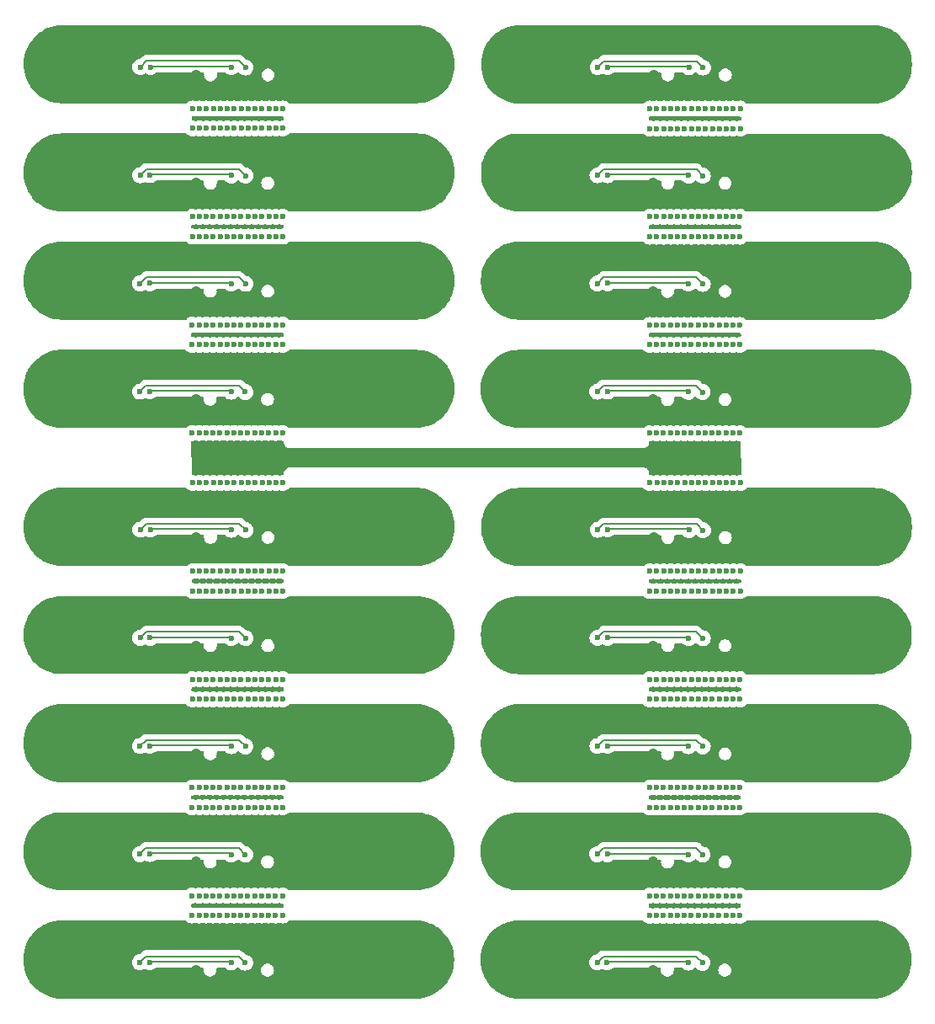
<source format=gbr>
%TF.GenerationSoftware,KiCad,Pcbnew,8.99.0-1678-gcd3e85b0b3*%
%TF.CreationDate,2024-07-13T23:24:54+07:00*%
%TF.ProjectId,dtb,6474622e-6b69-4636-9164-5f7063625858,rev?*%
%TF.SameCoordinates,Original*%
%TF.FileFunction,Copper,L2,Bot*%
%TF.FilePolarity,Positive*%
%FSLAX46Y46*%
G04 Gerber Fmt 4.6, Leading zero omitted, Abs format (unit mm)*
G04 Created by KiCad (PCBNEW 8.99.0-1678-gcd3e85b0b3) date 2024-07-13 23:24:54*
%MOMM*%
%LPD*%
G01*
G04 APERTURE LIST*
%TA.AperFunction,ComponentPad*%
%ADD10O,1.000000X2.100000*%
%TD*%
%TA.AperFunction,ComponentPad*%
%ADD11O,1.000000X1.800000*%
%TD*%
%TA.AperFunction,ComponentPad*%
%ADD12C,5.000000*%
%TD*%
%TA.AperFunction,ViaPad*%
%ADD13C,0.600000*%
%TD*%
%TA.AperFunction,Conductor*%
%ADD14C,0.200000*%
%TD*%
G04 APERTURE END LIST*
D10*
%TO.P,J1,S1,SHIELD*%
%TO.N,GND*%
X252483655Y-142544206D03*
D11*
X252483655Y-138364206D03*
D10*
X243843655Y-142544206D03*
D11*
X243843655Y-138364206D03*
%TD*%
D12*
%TO.P,,1,1*%
%TO.N,GND*%
X266163107Y-140733713D03*
%TD*%
%TO.P,,1,1*%
%TO.N,GND*%
X266174905Y-129858773D03*
%TD*%
%TO.P,H1,1,1*%
%TO.N,GND*%
X230163107Y-140733713D03*
%TD*%
%TO.P,H1,1,1*%
%TO.N,GND*%
X230174905Y-129858773D03*
%TD*%
D10*
%TO.P,J1,S1,SHIELD*%
%TO.N,GND*%
X252495453Y-131669266D03*
D11*
X252495453Y-127489266D03*
D10*
X243855453Y-131669266D03*
D11*
X243855453Y-127489266D03*
%TD*%
D12*
%TO.P,,1,1*%
%TO.N,GND*%
X266164606Y-94224820D03*
%TD*%
%TO.P,H1,1,1*%
%TO.N,GND*%
X230164606Y-94224820D03*
%TD*%
D10*
%TO.P,J1,S1,SHIELD*%
%TO.N,GND*%
X252485154Y-96035313D03*
D11*
X252485154Y-91855313D03*
D10*
X243845154Y-96035313D03*
D11*
X243845154Y-91855313D03*
%TD*%
D12*
%TO.P,,1,1*%
%TO.N,GND*%
X266176404Y-83349880D03*
%TD*%
D10*
%TO.P,J1,S1,SHIELD*%
%TO.N,GND*%
X252496952Y-85160373D03*
D11*
X252496952Y-80980373D03*
D10*
X243856952Y-85160373D03*
D11*
X243856952Y-80980373D03*
%TD*%
D12*
%TO.P,H1,1,1*%
%TO.N,GND*%
X230176404Y-83349880D03*
%TD*%
%TO.P,,1,1*%
%TO.N,GND*%
X266188202Y-72474940D03*
%TD*%
D10*
%TO.P,J1,S1,SHIELD*%
%TO.N,GND*%
X252508750Y-74285433D03*
D11*
X252508750Y-70105433D03*
D10*
X243868750Y-74285433D03*
D11*
X243868750Y-70105433D03*
%TD*%
D12*
%TO.P,H1,1,1*%
%TO.N,GND*%
X230188202Y-72474940D03*
%TD*%
%TO.P,,1,1*%
%TO.N,GND*%
X266200000Y-61600000D03*
%TD*%
D10*
%TO.P,J1,S1,SHIELD*%
%TO.N,GND*%
X252520548Y-63410493D03*
D11*
X252520548Y-59230493D03*
D10*
X243880548Y-63410493D03*
D11*
X243880548Y-59230493D03*
%TD*%
D12*
%TO.P,H1,1,1*%
%TO.N,GND*%
X230200000Y-61600000D03*
%TD*%
D10*
%TO.P,J1,S1,SHIELD*%
%TO.N,GND*%
X252507251Y-120794326D03*
D11*
X252507251Y-116614326D03*
D10*
X243867251Y-120794326D03*
D11*
X243867251Y-116614326D03*
%TD*%
D12*
%TO.P,,1,1*%
%TO.N,GND*%
X266186703Y-118983833D03*
%TD*%
%TO.P,H1,1,1*%
%TO.N,GND*%
X230186703Y-118983833D03*
%TD*%
%TO.P,,1,1*%
%TO.N,GND*%
X266198501Y-108108893D03*
%TD*%
D10*
%TO.P,J1,S1,SHIELD*%
%TO.N,GND*%
X252519049Y-109919386D03*
D11*
X252519049Y-105739386D03*
D10*
X243879049Y-109919386D03*
D11*
X243879049Y-105739386D03*
%TD*%
D12*
%TO.P,H1,1,1*%
%TO.N,GND*%
X230198501Y-108108893D03*
%TD*%
D10*
%TO.P,J1,S1,SHIELD*%
%TO.N,GND*%
X252471857Y-153419146D03*
D11*
X252471857Y-149239146D03*
D10*
X243831857Y-153419146D03*
D11*
X243831857Y-149239146D03*
%TD*%
D12*
%TO.P,H1,1,1*%
%TO.N,GND*%
X230151309Y-151608653D03*
%TD*%
%TO.P,,1,1*%
%TO.N,GND*%
X266151309Y-151608653D03*
%TD*%
%TO.P,,1,1*%
%TO.N,GND*%
X220141010Y-151600157D03*
%TD*%
%TO.P,H1,1,1*%
%TO.N,GND*%
X184141010Y-151600157D03*
%TD*%
D10*
%TO.P,J1,S1,SHIELD*%
%TO.N,GND*%
X206461558Y-153410650D03*
D11*
X206461558Y-149230650D03*
D10*
X197821558Y-153410650D03*
D11*
X197821558Y-149230650D03*
%TD*%
D12*
%TO.P,,1,1*%
%TO.N,GND*%
X220152808Y-140725217D03*
%TD*%
%TO.P,H1,1,1*%
%TO.N,GND*%
X184152808Y-140725217D03*
%TD*%
D10*
%TO.P,J1,S1,SHIELD*%
%TO.N,GND*%
X206473356Y-142535710D03*
D11*
X206473356Y-138355710D03*
D10*
X197833356Y-142535710D03*
D11*
X197833356Y-138355710D03*
%TD*%
D12*
%TO.P,,1,1*%
%TO.N,GND*%
X220164606Y-129850277D03*
%TD*%
%TO.P,H1,1,1*%
%TO.N,GND*%
X184164606Y-129850277D03*
%TD*%
D10*
%TO.P,J1,S1,SHIELD*%
%TO.N,GND*%
X206485154Y-131660770D03*
D11*
X206485154Y-127480770D03*
D10*
X197845154Y-131660770D03*
D11*
X197845154Y-127480770D03*
%TD*%
D12*
%TO.P,,1,1*%
%TO.N,GND*%
X220176404Y-118975337D03*
%TD*%
%TO.P,H1,1,1*%
%TO.N,GND*%
X184176404Y-118975337D03*
%TD*%
D10*
%TO.P,J1,S1,SHIELD*%
%TO.N,GND*%
X206496952Y-120785830D03*
D11*
X206496952Y-116605830D03*
D10*
X197856952Y-120785830D03*
D11*
X197856952Y-116605830D03*
%TD*%
D12*
%TO.P,H1,1,1*%
%TO.N,GND*%
X184188202Y-108100397D03*
%TD*%
D10*
%TO.P,J1,S1,SHIELD*%
%TO.N,GND*%
X206508750Y-109910890D03*
D11*
X206508750Y-105730890D03*
D10*
X197868750Y-109910890D03*
D11*
X197868750Y-105730890D03*
%TD*%
D12*
%TO.P,,1,1*%
%TO.N,GND*%
X220188202Y-108100397D03*
%TD*%
%TO.P,,1,1*%
%TO.N,GND*%
X220154307Y-94216324D03*
%TD*%
D10*
%TO.P,J1,S1,SHIELD*%
%TO.N,GND*%
X206474855Y-96026817D03*
D11*
X206474855Y-91846817D03*
D10*
X197834855Y-96026817D03*
D11*
X197834855Y-91846817D03*
%TD*%
D12*
%TO.P,H1,1,1*%
%TO.N,GND*%
X184154307Y-94216324D03*
%TD*%
%TO.P,,1,1*%
%TO.N,GND*%
X220166105Y-83341384D03*
%TD*%
D10*
%TO.P,J1,S1,SHIELD*%
%TO.N,GND*%
X206486653Y-85151877D03*
D11*
X206486653Y-80971877D03*
D10*
X197846653Y-85151877D03*
D11*
X197846653Y-80971877D03*
%TD*%
D12*
%TO.P,H1,1,1*%
%TO.N,GND*%
X184166105Y-83341384D03*
%TD*%
%TO.P,H1,1,1*%
%TO.N,GND*%
X184189701Y-61591504D03*
%TD*%
D10*
%TO.P,J1,S1,SHIELD*%
%TO.N,GND*%
X206510249Y-63401997D03*
D11*
X206510249Y-59221997D03*
D10*
X197870249Y-63401997D03*
D11*
X197870249Y-59221997D03*
%TD*%
D12*
%TO.P,,1,1*%
%TO.N,GND*%
X220189701Y-61591504D03*
%TD*%
%TO.P,H1,1,1*%
%TO.N,GND*%
X184177903Y-72466444D03*
%TD*%
D11*
%TO.P,J1,S1,SHIELD*%
%TO.N,GND*%
X197858451Y-70096937D03*
D10*
X197858451Y-74276937D03*
D11*
X206498451Y-70096937D03*
D10*
X206498451Y-74276937D03*
%TD*%
D12*
%TO.P,,1,1*%
%TO.N,GND*%
X220177903Y-72466444D03*
%TD*%
D13*
%TO.N,*%
X252564606Y-98924820D03*
X249064606Y-98924820D03*
X246964606Y-98924820D03*
X251864606Y-98924820D03*
X248364606Y-98924820D03*
X246264606Y-98924820D03*
X250464606Y-98924820D03*
%TO.N,D-*%
X248815154Y-94794820D03*
%TO.N,*%
X244164606Y-98924820D03*
X245564606Y-98924820D03*
X247664606Y-98924820D03*
X244864606Y-98924820D03*
X243464606Y-98924820D03*
%TO.N,D-*%
X238214606Y-94754820D03*
%TO.N,*%
X251164606Y-98924820D03*
X249764606Y-98924820D03*
%TO.N,D+*%
X239224606Y-94744820D03*
X247394606Y-94774820D03*
%TO.N,*%
X246276404Y-90049880D03*
X251876404Y-90049880D03*
X243476404Y-90049880D03*
X251176404Y-90049880D03*
X250476404Y-90049880D03*
X248376404Y-90049880D03*
X252576404Y-90049880D03*
X245576404Y-90049880D03*
X246976404Y-90049880D03*
X249076404Y-90049880D03*
X244176404Y-90049880D03*
X244876404Y-90049880D03*
X249776404Y-90049880D03*
X247676404Y-90049880D03*
X246263107Y-147433713D03*
X249763107Y-147433713D03*
X249063107Y-147433713D03*
X244163107Y-147433713D03*
X245563107Y-147433713D03*
X250463107Y-147433713D03*
X244863107Y-147433713D03*
%TO.N,D-*%
X248801857Y-152178653D03*
%TO.N,*%
X246963107Y-147433713D03*
X251163107Y-147433713D03*
X251863107Y-147433713D03*
%TO.N,D-*%
X238201309Y-152138653D03*
%TO.N,D+*%
X247381309Y-152158653D03*
%TO.N,*%
X252563107Y-147433713D03*
X243463107Y-147433713D03*
X247663107Y-147433713D03*
X248363107Y-147433713D03*
%TO.N,D+*%
X239211309Y-152128653D03*
%TO.N,*%
X250498501Y-114808893D03*
X244898501Y-114808893D03*
X252598501Y-114808893D03*
X249086703Y-123683833D03*
%TO.N,D+*%
X247416703Y-119533833D03*
%TO.N,*%
X249786703Y-123683833D03*
X246998501Y-114808893D03*
X243498501Y-114808893D03*
%TO.N,D-*%
X238236703Y-119513833D03*
%TO.N,*%
X243486703Y-123683833D03*
X247686703Y-123683833D03*
X246298501Y-114808893D03*
%TO.N,D-*%
X248837251Y-119553833D03*
%TO.N,D+*%
X239246703Y-119503833D03*
%TO.N,*%
X250486703Y-123683833D03*
X245586703Y-123683833D03*
X252586703Y-123683833D03*
X249098501Y-114808893D03*
X244186703Y-123683833D03*
X247698501Y-114808893D03*
X246286703Y-123683833D03*
X248398501Y-114808893D03*
X251198501Y-114808893D03*
X244198501Y-114808893D03*
X251886703Y-123683833D03*
X248386703Y-123683833D03*
X251898501Y-114808893D03*
X246986703Y-123683833D03*
X251186703Y-123683833D03*
X244886703Y-123683833D03*
X245598501Y-114808893D03*
X249798501Y-114808893D03*
X250474905Y-136558773D03*
X244863107Y-145433713D03*
X246274905Y-136558773D03*
X252563107Y-145433713D03*
X244174905Y-136558773D03*
X244874905Y-136558773D03*
X245574905Y-136558773D03*
X250463107Y-145433713D03*
X244163107Y-145433713D03*
X252574905Y-136558773D03*
X249063107Y-145433713D03*
X245563107Y-145433713D03*
%TO.N,D-*%
X248813655Y-141303713D03*
%TO.N,*%
X246963107Y-145433713D03*
X249763107Y-145433713D03*
X251863107Y-145433713D03*
X248363107Y-145433713D03*
X251874905Y-136558773D03*
X243463107Y-145433713D03*
%TO.N,D+*%
X247393107Y-141283713D03*
%TO.N,*%
X251163107Y-145433713D03*
X246974905Y-136558773D03*
X243474905Y-136558773D03*
%TO.N,D-*%
X238213107Y-141263713D03*
%TO.N,*%
X249774905Y-136558773D03*
X251174905Y-136558773D03*
X249074905Y-136558773D03*
X248374905Y-136558773D03*
%TO.N,D+*%
X239223107Y-141253713D03*
%TO.N,*%
X246286703Y-125683833D03*
X244186703Y-125683833D03*
X252574905Y-134558773D03*
X245586703Y-125683833D03*
X245574905Y-134558773D03*
%TO.N,D-*%
X248825453Y-130428773D03*
%TO.N,*%
X248386703Y-125683833D03*
X251886703Y-125683833D03*
X251874905Y-134558773D03*
X248374905Y-134558773D03*
%TO.N,D-*%
X238224905Y-130388773D03*
%TO.N,D+*%
X239234905Y-130378773D03*
%TO.N,*%
X251174905Y-134558773D03*
X243474905Y-134558773D03*
X252586703Y-125683833D03*
X251186703Y-125683833D03*
X244874905Y-134558773D03*
X246974905Y-134558773D03*
%TO.N,D+*%
X247404905Y-130408773D03*
%TO.N,*%
X243486703Y-125683833D03*
X249074905Y-134558773D03*
X247674905Y-134558773D03*
X249786703Y-125683833D03*
X247686703Y-125683833D03*
X249774905Y-134558773D03*
X250474905Y-134558773D03*
X247663107Y-145433713D03*
X246263107Y-145433713D03*
X246274905Y-134558773D03*
X250486703Y-125683833D03*
X247674905Y-136558773D03*
X244174905Y-134558773D03*
X246986703Y-125683833D03*
X244886703Y-125683833D03*
X249086703Y-125683833D03*
%TO.N,D-*%
X238250000Y-62130000D03*
%TO.N,D+*%
X239260000Y-62120000D03*
X247430000Y-62150000D03*
%TO.N,D-*%
X248850548Y-62170000D03*
%TO.N,*%
X244898501Y-112808893D03*
X250510299Y-103933953D03*
X244910299Y-103933953D03*
X246310299Y-103933953D03*
X244210299Y-103933953D03*
X252610299Y-103933953D03*
X251898501Y-112808893D03*
X243498501Y-112808893D03*
X246998501Y-112808893D03*
X247010299Y-103933953D03*
X247698501Y-112808893D03*
X243510299Y-103933953D03*
X244198501Y-112808893D03*
X249810299Y-103933953D03*
X250498501Y-112808893D03*
X252598501Y-112808893D03*
X247710299Y-103933953D03*
X248398501Y-112808893D03*
X248410299Y-103933953D03*
X249798501Y-112808893D03*
X249098501Y-112808893D03*
%TO.N,D-*%
X238248501Y-108638893D03*
%TO.N,*%
X245598501Y-112808893D03*
%TO.N,D-*%
X248849049Y-108678893D03*
%TO.N,*%
X251910299Y-103933953D03*
X246298501Y-112808893D03*
X251198501Y-112808893D03*
X249110299Y-103933953D03*
%TO.N,D+*%
X247428501Y-108658893D03*
%TO.N,*%
X245610299Y-103933953D03*
%TO.N,D+*%
X239258501Y-108628893D03*
%TO.N,*%
X251210299Y-103933953D03*
X244188202Y-77174940D03*
X245588202Y-77174940D03*
X249788202Y-77174940D03*
X250488202Y-77174940D03*
X248388202Y-77174940D03*
X246988202Y-77174940D03*
X251888202Y-77174940D03*
X249088202Y-77174940D03*
X251188202Y-77174940D03*
X247688202Y-77174940D03*
X246288202Y-77174940D03*
X252588202Y-77174940D03*
X244888202Y-77174940D03*
X243488202Y-77174940D03*
X244176404Y-88049880D03*
X249776404Y-88049880D03*
X250476404Y-88049880D03*
X246288202Y-79174940D03*
X244188202Y-79174940D03*
X249088202Y-79174940D03*
X248376404Y-88049880D03*
X252576404Y-88049880D03*
%TO.N,D+*%
X247406404Y-83899880D03*
%TO.N,*%
X251888202Y-79174940D03*
X250488202Y-79174940D03*
X244888202Y-79174940D03*
X246976404Y-88049880D03*
X249076404Y-88049880D03*
X251176404Y-88049880D03*
X243476404Y-88049880D03*
%TO.N,D+*%
X239236404Y-83869880D03*
%TO.N,*%
X251876404Y-88049880D03*
%TO.N,D-*%
X248826952Y-83919880D03*
X238226404Y-83879880D03*
%TO.N,*%
X248388202Y-79174940D03*
X252588202Y-79174940D03*
X245588202Y-79174940D03*
X243488202Y-79174940D03*
X247676404Y-88049880D03*
X247688202Y-79174940D03*
X244876404Y-88049880D03*
X246988202Y-79174940D03*
X245576404Y-88049880D03*
X246276404Y-88049880D03*
X249788202Y-79174940D03*
X251188202Y-79174940D03*
%TO.N,D-*%
X248838750Y-73044940D03*
X238238202Y-73004940D03*
%TO.N,D+*%
X239248202Y-72994940D03*
X247418202Y-73024940D03*
%TO.N,*%
X246300000Y-68300000D03*
X251900000Y-68300000D03*
X243500000Y-68300000D03*
X251200000Y-68300000D03*
X250500000Y-68300000D03*
X248400000Y-68300000D03*
X252600000Y-68300000D03*
X245600000Y-68300000D03*
X247000000Y-68300000D03*
X249100000Y-68300000D03*
X250500000Y-66300000D03*
X244200000Y-68300000D03*
X248400000Y-66300000D03*
X251900000Y-66300000D03*
X252600000Y-66300000D03*
X247700000Y-66300000D03*
X245600000Y-66300000D03*
X246300000Y-66300000D03*
X247000000Y-66300000D03*
X244900000Y-66300000D03*
X244900000Y-68300000D03*
X249100000Y-66300000D03*
X243500000Y-66300000D03*
X249800000Y-68300000D03*
X244200000Y-66300000D03*
X251200000Y-66300000D03*
X247700000Y-68300000D03*
X249800000Y-66300000D03*
X200252808Y-147425217D03*
X204452808Y-147425217D03*
X198152808Y-147425217D03*
X198852808Y-147425217D03*
X199552808Y-147425217D03*
X206552808Y-147425217D03*
%TO.N,D-*%
X202791558Y-152170157D03*
%TO.N,*%
X205852808Y-147425217D03*
%TO.N,D+*%
X201371010Y-152150157D03*
%TO.N,*%
X200952808Y-147425217D03*
X197452808Y-147425217D03*
%TO.N,D-*%
X192191010Y-152130157D03*
%TO.N,*%
X203752808Y-147425217D03*
X205152808Y-147425217D03*
X203052808Y-147425217D03*
X201652808Y-147425217D03*
X202352808Y-147425217D03*
%TO.N,D+*%
X193201010Y-152120157D03*
%TO.N,*%
X200264606Y-136550277D03*
X204464606Y-136550277D03*
X198164606Y-136550277D03*
X198852808Y-145425217D03*
X198864606Y-136550277D03*
X199564606Y-136550277D03*
X204452808Y-145425217D03*
X206552808Y-145425217D03*
X198152808Y-145425217D03*
X206564606Y-136550277D03*
X203052808Y-145425217D03*
X199552808Y-145425217D03*
%TO.N,D-*%
X202803356Y-141295217D03*
%TO.N,*%
X203752808Y-145425217D03*
X205852808Y-145425217D03*
X202352808Y-145425217D03*
X205864606Y-136550277D03*
X197452808Y-145425217D03*
X200952808Y-145425217D03*
%TO.N,D+*%
X201382808Y-141275217D03*
%TO.N,*%
X205152808Y-145425217D03*
X200964606Y-136550277D03*
X197464606Y-136550277D03*
X201652808Y-145425217D03*
%TO.N,D-*%
X192202808Y-141255217D03*
%TO.N,*%
X200252808Y-145425217D03*
X203764606Y-136550277D03*
X205164606Y-136550277D03*
X203064606Y-136550277D03*
X201664606Y-136550277D03*
X202364606Y-136550277D03*
%TO.N,D+*%
X193212808Y-141245217D03*
%TO.N,*%
X200276404Y-125675337D03*
X204476404Y-125675337D03*
X198176404Y-125675337D03*
X198864606Y-134550277D03*
X198876404Y-125675337D03*
X199576404Y-125675337D03*
X204464606Y-134550277D03*
X206564606Y-134550277D03*
X198164606Y-134550277D03*
X206576404Y-125675337D03*
X203064606Y-134550277D03*
X199564606Y-134550277D03*
%TO.N,D-*%
X202815154Y-130420277D03*
%TO.N,*%
X203764606Y-134550277D03*
X205864606Y-134550277D03*
X202364606Y-134550277D03*
X205876404Y-125675337D03*
X197464606Y-134550277D03*
X200964606Y-134550277D03*
%TO.N,D+*%
X201394606Y-130400277D03*
%TO.N,*%
X205164606Y-134550277D03*
X200976404Y-125675337D03*
X197476404Y-125675337D03*
X201664606Y-134550277D03*
%TO.N,D-*%
X192214606Y-130380277D03*
%TO.N,*%
X200264606Y-134550277D03*
X203776404Y-125675337D03*
X205176404Y-125675337D03*
X203076404Y-125675337D03*
X201676404Y-125675337D03*
X202376404Y-125675337D03*
%TO.N,D+*%
X193224606Y-130370277D03*
%TO.N,*%
X200288202Y-114800397D03*
X204488202Y-114800397D03*
X198188202Y-114800397D03*
X198876404Y-123675337D03*
X198888202Y-114800397D03*
X199588202Y-114800397D03*
X204476404Y-123675337D03*
X206576404Y-123675337D03*
X198176404Y-123675337D03*
X206588202Y-114800397D03*
X203076404Y-123675337D03*
X199576404Y-123675337D03*
%TO.N,D-*%
X202826952Y-119545337D03*
%TO.N,*%
X203776404Y-123675337D03*
X205876404Y-123675337D03*
X202376404Y-123675337D03*
X205888202Y-114800397D03*
X197476404Y-123675337D03*
X200976404Y-123675337D03*
%TO.N,D+*%
X201406404Y-119525337D03*
%TO.N,*%
X205176404Y-123675337D03*
X200988202Y-114800397D03*
X197488202Y-114800397D03*
X201676404Y-123675337D03*
%TO.N,D-*%
X192226404Y-119505337D03*
%TO.N,*%
X200276404Y-123675337D03*
X203788202Y-114800397D03*
X205188202Y-114800397D03*
X203088202Y-114800397D03*
X201688202Y-114800397D03*
X202388202Y-114800397D03*
%TO.N,D+*%
X193236404Y-119495337D03*
%TO.N,*%
X205200000Y-103925457D03*
%TO.N,D+*%
X193248202Y-108620397D03*
%TO.N,*%
X199600000Y-103925457D03*
%TO.N,D+*%
X201418202Y-108650397D03*
%TO.N,*%
X203100000Y-103925457D03*
X205188202Y-112800397D03*
X200288202Y-112800397D03*
X205900000Y-103925457D03*
%TO.N,D-*%
X202838750Y-108670397D03*
%TO.N,*%
X199588202Y-112800397D03*
%TO.N,D-*%
X192238202Y-108630397D03*
%TO.N,*%
X203088202Y-112800397D03*
X203788202Y-112800397D03*
X202400000Y-103925457D03*
X202388202Y-112800397D03*
X201700000Y-103925457D03*
X206588202Y-112800397D03*
X204488202Y-112800397D03*
X203800000Y-103925457D03*
X198188202Y-112800397D03*
X197500000Y-103925457D03*
X201688202Y-112800397D03*
X201000000Y-103925457D03*
X200988202Y-112800397D03*
X197488202Y-112800397D03*
X205888202Y-112800397D03*
X206600000Y-103925457D03*
X198200000Y-103925457D03*
X200300000Y-103925457D03*
X198900000Y-103925457D03*
X204500000Y-103925457D03*
X198888202Y-112800397D03*
%TO.N,D-*%
X202804855Y-94786324D03*
X192204307Y-94746324D03*
%TO.N,D+*%
X193214307Y-94736324D03*
X201384307Y-94766324D03*
%TO.N,*%
X200266105Y-90041384D03*
X205866105Y-90041384D03*
X197466105Y-90041384D03*
X205166105Y-90041384D03*
X204466105Y-90041384D03*
X202366105Y-90041384D03*
X206566105Y-90041384D03*
X199566105Y-90041384D03*
X200966105Y-90041384D03*
X203066105Y-90041384D03*
X198166105Y-90041384D03*
X198866105Y-90041384D03*
X203766105Y-90041384D03*
X201666105Y-90041384D03*
X198166105Y-88041384D03*
X199566105Y-88041384D03*
X203766105Y-88041384D03*
X204466105Y-88041384D03*
X202366105Y-88041384D03*
X200966105Y-88041384D03*
X205866105Y-88041384D03*
X203066105Y-88041384D03*
X205166105Y-88041384D03*
X201666105Y-88041384D03*
X200266105Y-88041384D03*
X206566105Y-88041384D03*
X198866105Y-88041384D03*
X197466105Y-88041384D03*
%TO.N,D-*%
X202816653Y-83911384D03*
X192216105Y-83871384D03*
%TO.N,D+*%
X193226105Y-83861384D03*
X201396105Y-83891384D03*
%TO.N,*%
X200277903Y-79166444D03*
X205877903Y-79166444D03*
X197477903Y-79166444D03*
X205177903Y-79166444D03*
X204477903Y-79166444D03*
X202377903Y-79166444D03*
X206577903Y-79166444D03*
X199577903Y-79166444D03*
X200977903Y-79166444D03*
X203077903Y-79166444D03*
X198177903Y-79166444D03*
X198877903Y-79166444D03*
X203777903Y-79166444D03*
X201677903Y-79166444D03*
X204477903Y-77166444D03*
X202377903Y-77166444D03*
X205877903Y-77166444D03*
X206577903Y-77166444D03*
X201677903Y-77166444D03*
X199577903Y-77166444D03*
X200277903Y-77166444D03*
X200977903Y-77166444D03*
X198877903Y-77166444D03*
X203077903Y-77166444D03*
X197477903Y-77166444D03*
X198177903Y-77166444D03*
X205177903Y-77166444D03*
X203777903Y-77166444D03*
X203789701Y-66291504D03*
X201689701Y-68291504D03*
X205189701Y-66291504D03*
X198189701Y-66291504D03*
X203789701Y-68291504D03*
X197489701Y-66291504D03*
X203089701Y-66291504D03*
X198889701Y-68291504D03*
X198889701Y-66291504D03*
X200989701Y-66291504D03*
X200289701Y-66291504D03*
X199589701Y-66291504D03*
X201689701Y-66291504D03*
X206589701Y-66291504D03*
X205889701Y-66291504D03*
X202389701Y-66291504D03*
X198189701Y-68291504D03*
X204489701Y-66291504D03*
X203089701Y-68291504D03*
X200989701Y-68291504D03*
X199589701Y-68291504D03*
X206589701Y-68291504D03*
X202389701Y-68291504D03*
X204489701Y-68291504D03*
X205189701Y-68291504D03*
X197489701Y-68291504D03*
X205889701Y-68291504D03*
X200289701Y-68291504D03*
%TO.N,D+*%
X201407903Y-73016444D03*
X193237903Y-72986444D03*
%TO.N,D-*%
X192227903Y-72996444D03*
X202828451Y-73036444D03*
X202840249Y-62161504D03*
%TO.N,D+*%
X201419701Y-62141504D03*
X193249701Y-62111504D03*
%TO.N,D-*%
X192239701Y-62121504D03*
%TO.N,*%
X206554307Y-98916324D03*
X203054307Y-98916324D03*
X205854307Y-98916324D03*
X202354307Y-98916324D03*
X200254307Y-98916324D03*
X204454307Y-98916324D03*
X198854307Y-98916324D03*
X198154307Y-98916324D03*
X199554307Y-98916324D03*
X197454307Y-98916324D03*
X205154307Y-98916324D03*
X201654307Y-98916324D03*
X203754307Y-98916324D03*
X200954307Y-98916324D03*
%TD*%
D14*
%TO.N,D-*%
X248188750Y-72394940D02*
X238848202Y-72394940D01*
%TO.N,D+*%
X239307709Y-72935433D02*
X239248202Y-72994940D01*
X247328695Y-72935433D02*
X239307709Y-72935433D01*
%TO.N,D-*%
X238848202Y-72394940D02*
X238238202Y-73004940D01*
%TO.N,D+*%
X247418202Y-73024940D02*
X247328695Y-72935433D01*
%TO.N,D-*%
X248838750Y-73044940D02*
X248188750Y-72394940D01*
X248199049Y-108028893D02*
X238858501Y-108028893D01*
%TO.N,D+*%
X239318008Y-108569386D02*
X239258501Y-108628893D01*
%TO.N,D-*%
X238858501Y-108028893D02*
X238248501Y-108638893D01*
%TO.N,D+*%
X247338994Y-108569386D02*
X239318008Y-108569386D01*
%TO.N,D-*%
X248849049Y-108678893D02*
X248199049Y-108028893D01*
%TO.N,D+*%
X247428501Y-108658893D02*
X247338994Y-108569386D01*
X247316897Y-83810373D02*
X239295911Y-83810373D01*
%TO.N,D-*%
X248176952Y-83269880D02*
X238836404Y-83269880D01*
%TO.N,D+*%
X239295911Y-83810373D02*
X239236404Y-83869880D01*
%TO.N,D-*%
X238836404Y-83269880D02*
X238226404Y-83879880D01*
%TO.N,D+*%
X247406404Y-83899880D02*
X247316897Y-83810373D01*
%TO.N,D-*%
X248826952Y-83919880D02*
X248176952Y-83269880D01*
X238823107Y-140653713D02*
X238213107Y-141263713D01*
%TO.N,D+*%
X247303600Y-141194206D02*
X239282614Y-141194206D01*
X239282614Y-141194206D02*
X239223107Y-141253713D01*
%TO.N,D-*%
X248163655Y-140653713D02*
X238823107Y-140653713D01*
X248813655Y-141303713D02*
X248163655Y-140653713D01*
%TO.N,D+*%
X247393107Y-141283713D02*
X247303600Y-141194206D01*
X247315398Y-130319266D02*
X239294412Y-130319266D01*
%TO.N,D-*%
X248175453Y-129778773D02*
X238834905Y-129778773D01*
X238834905Y-129778773D02*
X238224905Y-130388773D01*
X248825453Y-130428773D02*
X248175453Y-129778773D01*
%TO.N,D+*%
X239294412Y-130319266D02*
X239234905Y-130378773D01*
X247404905Y-130408773D02*
X247315398Y-130319266D01*
%TO.N,D-*%
X238846703Y-118903833D02*
X238236703Y-119513833D01*
%TO.N,D+*%
X247416703Y-119533833D02*
X247327196Y-119444326D01*
X247327196Y-119444326D02*
X239306210Y-119444326D01*
X239306210Y-119444326D02*
X239246703Y-119503833D01*
%TO.N,D-*%
X248187251Y-118903833D02*
X238846703Y-118903833D01*
X248837251Y-119553833D02*
X248187251Y-118903833D01*
%TO.N,D+*%
X239284113Y-94685313D02*
X239224606Y-94744820D01*
X247305099Y-94685313D02*
X239284113Y-94685313D01*
X247394606Y-94774820D02*
X247305099Y-94685313D01*
%TO.N,D-*%
X248815154Y-94794820D02*
X248165154Y-94144820D01*
X248165154Y-94144820D02*
X238824606Y-94144820D01*
X238824606Y-94144820D02*
X238214606Y-94754820D01*
X248850548Y-62170000D02*
X248200548Y-61520000D01*
X248200548Y-61520000D02*
X238860000Y-61520000D01*
X238860000Y-61520000D02*
X238250000Y-62130000D01*
%TO.N,D+*%
X239319507Y-62060493D02*
X239260000Y-62120000D01*
X247340493Y-62060493D02*
X239319507Y-62060493D01*
X247430000Y-62150000D02*
X247340493Y-62060493D01*
X239270816Y-152069146D02*
X239211309Y-152128653D01*
X247291802Y-152069146D02*
X239270816Y-152069146D01*
X247381309Y-152158653D02*
X247291802Y-152069146D01*
%TO.N,D-*%
X248801857Y-152178653D02*
X248151857Y-151528653D01*
X248151857Y-151528653D02*
X238811309Y-151528653D01*
X238811309Y-151528653D02*
X238201309Y-152138653D01*
%TO.N,D+*%
X193260517Y-152060650D02*
X193201010Y-152120157D01*
%TO.N,D-*%
X202791558Y-152170157D02*
X202141558Y-151520157D01*
%TO.N,D+*%
X201281503Y-152060650D02*
X193260517Y-152060650D01*
%TO.N,D-*%
X202141558Y-151520157D02*
X192801010Y-151520157D01*
X192801010Y-151520157D02*
X192191010Y-152130157D01*
%TO.N,D+*%
X201371010Y-152150157D02*
X201281503Y-152060650D01*
X193272315Y-141185710D02*
X193212808Y-141245217D01*
%TO.N,D-*%
X202803356Y-141295217D02*
X202153356Y-140645217D01*
%TO.N,D+*%
X201293301Y-141185710D02*
X193272315Y-141185710D01*
%TO.N,D-*%
X202153356Y-140645217D02*
X192812808Y-140645217D01*
X192812808Y-140645217D02*
X192202808Y-141255217D01*
%TO.N,D+*%
X201382808Y-141275217D02*
X201293301Y-141185710D01*
X193284113Y-130310770D02*
X193224606Y-130370277D01*
%TO.N,D-*%
X202815154Y-130420277D02*
X202165154Y-129770277D01*
%TO.N,D+*%
X201305099Y-130310770D02*
X193284113Y-130310770D01*
%TO.N,D-*%
X202165154Y-129770277D02*
X192824606Y-129770277D01*
X192824606Y-129770277D02*
X192214606Y-130380277D01*
%TO.N,D+*%
X201394606Y-130400277D02*
X201305099Y-130310770D01*
X193295911Y-119435830D02*
X193236404Y-119495337D01*
%TO.N,D-*%
X202826952Y-119545337D02*
X202176952Y-118895337D01*
%TO.N,D+*%
X201316897Y-119435830D02*
X193295911Y-119435830D01*
%TO.N,D-*%
X202176952Y-118895337D02*
X192836404Y-118895337D01*
X192836404Y-118895337D02*
X192226404Y-119505337D01*
%TO.N,D+*%
X201406404Y-119525337D02*
X201316897Y-119435830D01*
X201418202Y-108650397D02*
X201328695Y-108560890D01*
%TO.N,D-*%
X202838750Y-108670397D02*
X202188750Y-108020397D01*
%TO.N,D+*%
X201328695Y-108560890D02*
X193307709Y-108560890D01*
%TO.N,D-*%
X192848202Y-108020397D02*
X192238202Y-108630397D01*
%TO.N,D+*%
X193307709Y-108560890D02*
X193248202Y-108620397D01*
%TO.N,D-*%
X202188750Y-108020397D02*
X192848202Y-108020397D01*
X202154855Y-94136324D02*
X192814307Y-94136324D01*
%TO.N,D+*%
X193273814Y-94676817D02*
X193214307Y-94736324D01*
X201294800Y-94676817D02*
X193273814Y-94676817D01*
%TO.N,D-*%
X192814307Y-94136324D02*
X192204307Y-94746324D01*
%TO.N,D+*%
X201384307Y-94766324D02*
X201294800Y-94676817D01*
%TO.N,D-*%
X202804855Y-94786324D02*
X202154855Y-94136324D01*
X202166653Y-83261384D02*
X192826105Y-83261384D01*
%TO.N,D+*%
X193285612Y-83801877D02*
X193226105Y-83861384D01*
X201306598Y-83801877D02*
X193285612Y-83801877D01*
%TO.N,D-*%
X192826105Y-83261384D02*
X192216105Y-83871384D01*
%TO.N,D+*%
X201396105Y-83891384D02*
X201306598Y-83801877D01*
%TO.N,D-*%
X202816653Y-83911384D02*
X202166653Y-83261384D01*
%TO.N,D+*%
X201419701Y-62141504D02*
X201330194Y-62051997D01*
X201330194Y-62051997D02*
X193309208Y-62051997D01*
X193309208Y-62051997D02*
X193249701Y-62111504D01*
%TO.N,D-*%
X192849701Y-61511504D02*
X192239701Y-62121504D01*
X202190249Y-61511504D02*
X192849701Y-61511504D01*
X202840249Y-62161504D02*
X202190249Y-61511504D01*
X202828451Y-73036444D02*
X202178451Y-72386444D01*
%TO.N,D+*%
X201407903Y-73016444D02*
X201318396Y-72926937D01*
%TO.N,D-*%
X192837903Y-72386444D02*
X192227903Y-72996444D01*
%TO.N,D+*%
X201318396Y-72926937D02*
X193297410Y-72926937D01*
X193297410Y-72926937D02*
X193237903Y-72986444D01*
%TO.N,D-*%
X202178451Y-72386444D02*
X192837903Y-72386444D01*
%TD*%
%TA.AperFunction,Conductor*%
%TO.N,GND*%
G36*
X242847205Y-147953898D02*
G01*
X242867847Y-147970531D01*
X242960845Y-148063529D01*
X243069284Y-148131666D01*
X243100063Y-148151006D01*
X243113585Y-148159502D01*
X243243857Y-148205086D01*
X243283852Y-148219081D01*
X243283857Y-148219082D01*
X243463103Y-148239278D01*
X243463107Y-148239278D01*
X243463111Y-148239278D01*
X243642356Y-148219082D01*
X243642358Y-148219081D01*
X243642362Y-148219081D01*
X243642365Y-148219079D01*
X243642369Y-148219079D01*
X243772152Y-148173666D01*
X243841931Y-148170104D01*
X243854062Y-148173666D01*
X243983844Y-148219079D01*
X243983850Y-148219080D01*
X243983852Y-148219081D01*
X243983853Y-148219081D01*
X243983857Y-148219082D01*
X244163103Y-148239278D01*
X244163107Y-148239278D01*
X244163111Y-148239278D01*
X244342356Y-148219082D01*
X244342358Y-148219081D01*
X244342362Y-148219081D01*
X244342365Y-148219079D01*
X244342369Y-148219079D01*
X244472152Y-148173666D01*
X244541931Y-148170104D01*
X244554062Y-148173666D01*
X244683844Y-148219079D01*
X244683850Y-148219080D01*
X244683852Y-148219081D01*
X244683853Y-148219081D01*
X244683857Y-148219082D01*
X244863103Y-148239278D01*
X244863107Y-148239278D01*
X244863111Y-148239278D01*
X245042356Y-148219082D01*
X245042358Y-148219081D01*
X245042362Y-148219081D01*
X245042365Y-148219079D01*
X245042369Y-148219079D01*
X245172152Y-148173666D01*
X245241931Y-148170104D01*
X245254062Y-148173666D01*
X245383844Y-148219079D01*
X245383850Y-148219080D01*
X245383852Y-148219081D01*
X245383853Y-148219081D01*
X245383857Y-148219082D01*
X245563103Y-148239278D01*
X245563107Y-148239278D01*
X245563111Y-148239278D01*
X245742356Y-148219082D01*
X245742358Y-148219081D01*
X245742362Y-148219081D01*
X245742365Y-148219079D01*
X245742369Y-148219079D01*
X245872152Y-148173666D01*
X245941931Y-148170104D01*
X245954062Y-148173666D01*
X246083844Y-148219079D01*
X246083850Y-148219080D01*
X246083852Y-148219081D01*
X246083853Y-148219081D01*
X246083857Y-148219082D01*
X246263103Y-148239278D01*
X246263107Y-148239278D01*
X246263111Y-148239278D01*
X246442356Y-148219082D01*
X246442358Y-148219081D01*
X246442362Y-148219081D01*
X246442365Y-148219079D01*
X246442369Y-148219079D01*
X246572152Y-148173666D01*
X246641931Y-148170104D01*
X246654062Y-148173666D01*
X246783844Y-148219079D01*
X246783850Y-148219080D01*
X246783852Y-148219081D01*
X246783853Y-148219081D01*
X246783857Y-148219082D01*
X246963103Y-148239278D01*
X246963107Y-148239278D01*
X246963111Y-148239278D01*
X247142356Y-148219082D01*
X247142358Y-148219081D01*
X247142362Y-148219081D01*
X247142365Y-148219079D01*
X247142369Y-148219079D01*
X247272152Y-148173666D01*
X247341931Y-148170104D01*
X247354062Y-148173666D01*
X247483844Y-148219079D01*
X247483850Y-148219080D01*
X247483852Y-148219081D01*
X247483853Y-148219081D01*
X247483857Y-148219082D01*
X247663103Y-148239278D01*
X247663107Y-148239278D01*
X247663111Y-148239278D01*
X247842356Y-148219082D01*
X247842358Y-148219081D01*
X247842362Y-148219081D01*
X247842365Y-148219079D01*
X247842369Y-148219079D01*
X247972152Y-148173666D01*
X248041931Y-148170104D01*
X248054062Y-148173666D01*
X248183844Y-148219079D01*
X248183850Y-148219080D01*
X248183852Y-148219081D01*
X248183853Y-148219081D01*
X248183857Y-148219082D01*
X248363103Y-148239278D01*
X248363107Y-148239278D01*
X248363111Y-148239278D01*
X248542356Y-148219082D01*
X248542358Y-148219081D01*
X248542362Y-148219081D01*
X248542365Y-148219079D01*
X248542369Y-148219079D01*
X248672152Y-148173666D01*
X248741931Y-148170104D01*
X248754062Y-148173666D01*
X248883844Y-148219079D01*
X248883850Y-148219080D01*
X248883852Y-148219081D01*
X248883853Y-148219081D01*
X248883857Y-148219082D01*
X249063103Y-148239278D01*
X249063107Y-148239278D01*
X249063111Y-148239278D01*
X249242356Y-148219082D01*
X249242358Y-148219081D01*
X249242362Y-148219081D01*
X249242365Y-148219079D01*
X249242369Y-148219079D01*
X249372152Y-148173666D01*
X249441931Y-148170104D01*
X249454062Y-148173666D01*
X249583844Y-148219079D01*
X249583850Y-148219080D01*
X249583852Y-148219081D01*
X249583853Y-148219081D01*
X249583857Y-148219082D01*
X249763103Y-148239278D01*
X249763107Y-148239278D01*
X249763111Y-148239278D01*
X249942356Y-148219082D01*
X249942358Y-148219081D01*
X249942362Y-148219081D01*
X249942365Y-148219079D01*
X249942369Y-148219079D01*
X250072152Y-148173666D01*
X250141931Y-148170104D01*
X250154062Y-148173666D01*
X250283844Y-148219079D01*
X250283850Y-148219080D01*
X250283852Y-148219081D01*
X250283853Y-148219081D01*
X250283857Y-148219082D01*
X250463103Y-148239278D01*
X250463107Y-148239278D01*
X250463111Y-148239278D01*
X250642356Y-148219082D01*
X250642358Y-148219081D01*
X250642362Y-148219081D01*
X250642365Y-148219079D01*
X250642369Y-148219079D01*
X250772152Y-148173666D01*
X250841931Y-148170104D01*
X250854062Y-148173666D01*
X250983844Y-148219079D01*
X250983850Y-148219080D01*
X250983852Y-148219081D01*
X250983853Y-148219081D01*
X250983857Y-148219082D01*
X251163103Y-148239278D01*
X251163107Y-148239278D01*
X251163111Y-148239278D01*
X251342356Y-148219082D01*
X251342358Y-148219081D01*
X251342362Y-148219081D01*
X251342365Y-148219079D01*
X251342369Y-148219079D01*
X251472152Y-148173666D01*
X251541931Y-148170104D01*
X251554062Y-148173666D01*
X251683844Y-148219079D01*
X251683850Y-148219080D01*
X251683852Y-148219081D01*
X251683853Y-148219081D01*
X251683857Y-148219082D01*
X251863103Y-148239278D01*
X251863107Y-148239278D01*
X251863111Y-148239278D01*
X252042356Y-148219082D01*
X252042358Y-148219081D01*
X252042362Y-148219081D01*
X252042365Y-148219079D01*
X252042369Y-148219079D01*
X252172152Y-148173666D01*
X252241931Y-148170104D01*
X252254062Y-148173666D01*
X252383844Y-148219079D01*
X252383850Y-148219080D01*
X252383852Y-148219081D01*
X252383853Y-148219081D01*
X252383857Y-148219082D01*
X252563103Y-148239278D01*
X252563107Y-148239278D01*
X252563111Y-148239278D01*
X252742356Y-148219082D01*
X252742359Y-148219081D01*
X252742362Y-148219081D01*
X252912629Y-148159502D01*
X253065369Y-148063529D01*
X253158367Y-147970531D01*
X253219691Y-147937047D01*
X253246048Y-147934213D01*
X265973387Y-147934213D01*
X265979498Y-147934363D01*
X266349096Y-147952603D01*
X266361236Y-147953804D01*
X266724241Y-148007873D01*
X266736198Y-148010261D01*
X267092133Y-148099785D01*
X267103793Y-148103337D01*
X267449188Y-148227447D01*
X267460439Y-148232128D01*
X267709748Y-148350568D01*
X267791934Y-148389613D01*
X267802695Y-148395391D01*
X268117078Y-148584721D01*
X268127220Y-148591531D01*
X268414956Y-148806035D01*
X268421453Y-148810878D01*
X268430873Y-148818651D01*
X268702100Y-149065886D01*
X268710691Y-149074529D01*
X268956291Y-149347265D01*
X268963996Y-149356720D01*
X269181554Y-149652278D01*
X269188302Y-149662460D01*
X269375725Y-149977990D01*
X269381438Y-149988787D01*
X269536903Y-150321218D01*
X269541526Y-150332524D01*
X269663527Y-150678635D01*
X269667016Y-150690341D01*
X269754374Y-151046786D01*
X269756693Y-151058779D01*
X269808558Y-151422094D01*
X269809687Y-151434257D01*
X269825685Y-151803969D01*
X269825799Y-151810076D01*
X269825395Y-151877139D01*
X269825808Y-151883737D01*
X269825808Y-151930003D01*
X269825659Y-151936086D01*
X269807574Y-152304304D01*
X269806381Y-152316414D01*
X269752740Y-152678057D01*
X269750366Y-152689992D01*
X269661535Y-153044641D01*
X269658003Y-153056287D01*
X269534836Y-153400522D01*
X269530179Y-153411764D01*
X269373867Y-153742265D01*
X269368131Y-153752997D01*
X269180175Y-154066587D01*
X269173414Y-154076706D01*
X268955619Y-154370369D01*
X268947899Y-154379775D01*
X268702378Y-154650667D01*
X268693773Y-154659272D01*
X268422883Y-154904793D01*
X268413477Y-154912513D01*
X268119814Y-155130308D01*
X268109695Y-155137069D01*
X267796105Y-155325026D01*
X267785373Y-155330762D01*
X267454876Y-155487074D01*
X267443634Y-155491731D01*
X267099392Y-155614902D01*
X267087746Y-155618434D01*
X266733103Y-155707264D01*
X266721169Y-155709638D01*
X266359523Y-155763280D01*
X266347412Y-155764473D01*
X265979461Y-155782546D01*
X265973378Y-155782695D01*
X265902676Y-155782695D01*
X265902660Y-155782696D01*
X230329416Y-155782696D01*
X230323330Y-155782547D01*
X229955122Y-155764454D01*
X229943013Y-155763261D01*
X229616598Y-155714840D01*
X229581377Y-155709615D01*
X229569451Y-155707243D01*
X229214801Y-155618405D01*
X229203159Y-155614873D01*
X228858938Y-155491707D01*
X228847696Y-155487050D01*
X228829777Y-155478575D01*
X228682453Y-155408895D01*
X228517211Y-155330740D01*
X228506479Y-155325004D01*
X228192901Y-155137051D01*
X228182783Y-155130291D01*
X227889133Y-154912505D01*
X227879726Y-154904785D01*
X227608839Y-154659266D01*
X227600235Y-154650662D01*
X227354716Y-154379775D01*
X227346996Y-154370368D01*
X227129209Y-154076718D01*
X227122449Y-154066600D01*
X226957341Y-153791136D01*
X226934492Y-153753016D01*
X226928760Y-153742290D01*
X226772445Y-153411794D01*
X226767797Y-153400574D01*
X226644624Y-153056334D01*
X226641097Y-153044708D01*
X226552258Y-152690054D01*
X226549885Y-152678124D01*
X226548627Y-152669646D01*
X226496449Y-152317908D01*
X226496238Y-152316488D01*
X226495045Y-152304377D01*
X226486902Y-152138649D01*
X237395744Y-152138649D01*
X237395744Y-152138656D01*
X237415939Y-152317902D01*
X237415940Y-152317907D01*
X237475520Y-152488176D01*
X237557614Y-152618827D01*
X237571493Y-152640915D01*
X237699047Y-152768469D01*
X237749381Y-152800096D01*
X237838265Y-152855946D01*
X237851787Y-152864442D01*
X237995856Y-152914854D01*
X238022054Y-152924021D01*
X238022059Y-152924022D01*
X238201305Y-152944218D01*
X238201309Y-152944218D01*
X238201313Y-152944218D01*
X238380558Y-152924022D01*
X238380561Y-152924021D01*
X238380564Y-152924021D01*
X238550831Y-152864442D01*
X238564353Y-152855946D01*
X238583693Y-152843793D01*
X238648294Y-152803201D01*
X238715530Y-152784201D01*
X238780239Y-152803202D01*
X238861784Y-152854441D01*
X239032054Y-152914021D01*
X239032059Y-152914022D01*
X239211305Y-152934218D01*
X239211309Y-152934218D01*
X239211313Y-152934218D01*
X239390558Y-152914022D01*
X239390561Y-152914021D01*
X239390564Y-152914021D01*
X239560831Y-152854442D01*
X239713571Y-152758469D01*
X239766075Y-152705965D01*
X239827398Y-152672480D01*
X239853756Y-152669646D01*
X244496869Y-152669646D01*
X244563908Y-152689331D01*
X244609663Y-152742135D01*
X244619965Y-152808592D01*
X244606031Y-152923350D01*
X244606031Y-152923351D01*
X244625071Y-153080169D01*
X244677867Y-153219378D01*
X244681089Y-153227874D01*
X244770826Y-153357881D01*
X244889069Y-153462634D01*
X244889071Y-153462635D01*
X245028943Y-153536047D01*
X245182323Y-153573851D01*
X245182324Y-153573851D01*
X245340294Y-153573851D01*
X245493674Y-153536047D01*
X245633549Y-153462634D01*
X245751792Y-153357881D01*
X245841529Y-153227874D01*
X245897546Y-153080169D01*
X245916587Y-152923351D01*
X245915637Y-152915525D01*
X245902653Y-152808592D01*
X245914114Y-152739669D01*
X245961017Y-152687883D01*
X246025749Y-152669646D01*
X246708862Y-152669646D01*
X246775901Y-152689331D01*
X246796543Y-152705965D01*
X246879047Y-152788469D01*
X246910877Y-152808469D01*
X247018265Y-152875946D01*
X247031787Y-152884442D01*
X247174039Y-152934218D01*
X247202054Y-152944021D01*
X247202059Y-152944022D01*
X247381305Y-152964218D01*
X247381309Y-152964218D01*
X247381313Y-152964218D01*
X247560558Y-152944022D01*
X247560561Y-152944021D01*
X247560564Y-152944021D01*
X247730831Y-152884442D01*
X247883571Y-152788469D01*
X247993902Y-152678138D01*
X248055225Y-152644653D01*
X248124917Y-152649637D01*
X248169264Y-152678138D01*
X248172041Y-152680915D01*
X248299595Y-152808469D01*
X248299791Y-152808592D01*
X248438813Y-152895946D01*
X248452335Y-152904442D01*
X248598322Y-152955525D01*
X248622602Y-152964021D01*
X248622607Y-152964022D01*
X248801853Y-152984218D01*
X248801857Y-152984218D01*
X248801861Y-152984218D01*
X248981106Y-152964022D01*
X248981109Y-152964021D01*
X248981112Y-152964021D01*
X249097343Y-152923350D01*
X250386031Y-152923350D01*
X250386031Y-152923351D01*
X250405071Y-153080169D01*
X250457867Y-153219378D01*
X250461089Y-153227874D01*
X250550826Y-153357881D01*
X250669069Y-153462634D01*
X250669071Y-153462635D01*
X250808943Y-153536047D01*
X250962323Y-153573851D01*
X250962324Y-153573851D01*
X251120294Y-153573851D01*
X251273674Y-153536047D01*
X251413549Y-153462634D01*
X251531792Y-153357881D01*
X251621529Y-153227874D01*
X251677546Y-153080169D01*
X251696587Y-152923351D01*
X251695556Y-152914855D01*
X251677546Y-152766532D01*
X251654576Y-152705965D01*
X251621529Y-152618828D01*
X251531792Y-152488821D01*
X251413549Y-152384068D01*
X251413547Y-152384067D01*
X251413546Y-152384066D01*
X251273674Y-152310654D01*
X251120295Y-152272851D01*
X251120294Y-152272851D01*
X250962324Y-152272851D01*
X250962323Y-152272851D01*
X250808943Y-152310654D01*
X250669071Y-152384066D01*
X250550825Y-152488822D01*
X250461090Y-152618826D01*
X250461089Y-152618827D01*
X250405071Y-152766532D01*
X250386031Y-152923350D01*
X249097343Y-152923350D01*
X249151379Y-152904442D01*
X249304119Y-152808469D01*
X249431673Y-152680915D01*
X249527646Y-152528175D01*
X249587225Y-152357908D01*
X249587226Y-152357902D01*
X249607422Y-152178656D01*
X249607422Y-152178649D01*
X249587226Y-151999403D01*
X249587225Y-151999398D01*
X249570257Y-151950907D01*
X249527646Y-151829131D01*
X249522306Y-151820633D01*
X249457715Y-151717837D01*
X249431673Y-151676391D01*
X249304119Y-151548837D01*
X249290598Y-151540341D01*
X249151378Y-151452863D01*
X248981106Y-151393283D01*
X248894187Y-151383490D01*
X248829773Y-151356423D01*
X248820390Y-151347951D01*
X248639447Y-151167008D01*
X248639445Y-151167005D01*
X248520574Y-151048134D01*
X248520573Y-151048133D01*
X248433761Y-150998013D01*
X248433761Y-150998012D01*
X248433757Y-150998011D01*
X248383642Y-150969076D01*
X248230914Y-150928152D01*
X248072800Y-150928152D01*
X248065204Y-150928152D01*
X248065188Y-150928153D01*
X238890366Y-150928153D01*
X238732251Y-150928153D01*
X238579524Y-150969076D01*
X238579523Y-150969076D01*
X238579521Y-150969077D01*
X238579518Y-150969078D01*
X238529405Y-150998012D01*
X238529404Y-150998013D01*
X238496431Y-151017050D01*
X238442594Y-151048132D01*
X238442591Y-151048134D01*
X238350293Y-151140433D01*
X238330789Y-151159937D01*
X238330787Y-151159939D01*
X238191270Y-151299456D01*
X238182774Y-151307952D01*
X238121451Y-151341436D01*
X238108977Y-151343490D01*
X238022059Y-151353283D01*
X237851787Y-151412863D01*
X237699046Y-151508837D01*
X237571493Y-151636390D01*
X237475520Y-151789129D01*
X237415940Y-151959398D01*
X237415939Y-151959403D01*
X237395744Y-152138649D01*
X226486902Y-152138649D01*
X226476958Y-151936274D01*
X226476809Y-151930189D01*
X226476809Y-151849636D01*
X226476810Y-151849633D01*
X226476809Y-151786785D01*
X226476959Y-151780691D01*
X226476962Y-151780633D01*
X226495106Y-151411851D01*
X226496303Y-151399727D01*
X226497260Y-151393285D01*
X226550129Y-151037471D01*
X226552510Y-151025522D01*
X226559413Y-150998014D01*
X226641643Y-150670303D01*
X226645186Y-150658646D01*
X226768769Y-150313889D01*
X226773432Y-150302649D01*
X226930273Y-149971681D01*
X226936018Y-149960955D01*
X227124607Y-149646970D01*
X227131365Y-149636878D01*
X227349873Y-149342927D01*
X227357594Y-149333541D01*
X227603895Y-149062477D01*
X227612513Y-149053882D01*
X227884245Y-148808306D01*
X227893651Y-148800610D01*
X228188190Y-148582895D01*
X228198300Y-148576165D01*
X228512791Y-148388422D01*
X228523523Y-148382711D01*
X228854922Y-148226757D01*
X228866157Y-148222130D01*
X229211269Y-148099468D01*
X229222915Y-148095963D01*
X229578401Y-148007779D01*
X229590324Y-148005436D01*
X229952749Y-147952581D01*
X229964865Y-147951418D01*
X230331972Y-147934347D01*
X230338036Y-147934214D01*
X230402694Y-147934389D01*
X230402694Y-147934388D01*
X230409015Y-147934406D01*
X230412022Y-147934213D01*
X242780166Y-147934213D01*
X242847205Y-147953898D01*
G37*
%TD.AperFunction*%
%TA.AperFunction,Conductor*%
G36*
X196836906Y-147945402D02*
G01*
X196857548Y-147962035D01*
X196950546Y-148055033D01*
X197103286Y-148151006D01*
X197168045Y-148173666D01*
X197273553Y-148210585D01*
X197273558Y-148210586D01*
X197452804Y-148230782D01*
X197452808Y-148230782D01*
X197452812Y-148230782D01*
X197632057Y-148210586D01*
X197632059Y-148210585D01*
X197632063Y-148210585D01*
X197632066Y-148210583D01*
X197632070Y-148210583D01*
X197761853Y-148165170D01*
X197831632Y-148161608D01*
X197843763Y-148165170D01*
X197973545Y-148210583D01*
X197973551Y-148210584D01*
X197973553Y-148210585D01*
X197973554Y-148210585D01*
X197973558Y-148210586D01*
X198152804Y-148230782D01*
X198152808Y-148230782D01*
X198152812Y-148230782D01*
X198332057Y-148210586D01*
X198332059Y-148210585D01*
X198332063Y-148210585D01*
X198332066Y-148210583D01*
X198332070Y-148210583D01*
X198461853Y-148165170D01*
X198531632Y-148161608D01*
X198543763Y-148165170D01*
X198673545Y-148210583D01*
X198673551Y-148210584D01*
X198673553Y-148210585D01*
X198673554Y-148210585D01*
X198673558Y-148210586D01*
X198852804Y-148230782D01*
X198852808Y-148230782D01*
X198852812Y-148230782D01*
X199032057Y-148210586D01*
X199032059Y-148210585D01*
X199032063Y-148210585D01*
X199032066Y-148210583D01*
X199032070Y-148210583D01*
X199161853Y-148165170D01*
X199231632Y-148161608D01*
X199243763Y-148165170D01*
X199373545Y-148210583D01*
X199373551Y-148210584D01*
X199373553Y-148210585D01*
X199373554Y-148210585D01*
X199373558Y-148210586D01*
X199552804Y-148230782D01*
X199552808Y-148230782D01*
X199552812Y-148230782D01*
X199732057Y-148210586D01*
X199732059Y-148210585D01*
X199732063Y-148210585D01*
X199732066Y-148210583D01*
X199732070Y-148210583D01*
X199861853Y-148165170D01*
X199931632Y-148161608D01*
X199943763Y-148165170D01*
X200073545Y-148210583D01*
X200073551Y-148210584D01*
X200073553Y-148210585D01*
X200073554Y-148210585D01*
X200073558Y-148210586D01*
X200252804Y-148230782D01*
X200252808Y-148230782D01*
X200252812Y-148230782D01*
X200432057Y-148210586D01*
X200432059Y-148210585D01*
X200432063Y-148210585D01*
X200432066Y-148210583D01*
X200432070Y-148210583D01*
X200561853Y-148165170D01*
X200631632Y-148161608D01*
X200643763Y-148165170D01*
X200773545Y-148210583D01*
X200773551Y-148210584D01*
X200773553Y-148210585D01*
X200773554Y-148210585D01*
X200773558Y-148210586D01*
X200952804Y-148230782D01*
X200952808Y-148230782D01*
X200952812Y-148230782D01*
X201132057Y-148210586D01*
X201132059Y-148210585D01*
X201132063Y-148210585D01*
X201132066Y-148210583D01*
X201132070Y-148210583D01*
X201261853Y-148165170D01*
X201331632Y-148161608D01*
X201343763Y-148165170D01*
X201473545Y-148210583D01*
X201473551Y-148210584D01*
X201473553Y-148210585D01*
X201473554Y-148210585D01*
X201473558Y-148210586D01*
X201652804Y-148230782D01*
X201652808Y-148230782D01*
X201652812Y-148230782D01*
X201832057Y-148210586D01*
X201832059Y-148210585D01*
X201832063Y-148210585D01*
X201832066Y-148210583D01*
X201832070Y-148210583D01*
X201961853Y-148165170D01*
X202031632Y-148161608D01*
X202043763Y-148165170D01*
X202173545Y-148210583D01*
X202173551Y-148210584D01*
X202173553Y-148210585D01*
X202173554Y-148210585D01*
X202173558Y-148210586D01*
X202352804Y-148230782D01*
X202352808Y-148230782D01*
X202352812Y-148230782D01*
X202532057Y-148210586D01*
X202532059Y-148210585D01*
X202532063Y-148210585D01*
X202532066Y-148210583D01*
X202532070Y-148210583D01*
X202661853Y-148165170D01*
X202731632Y-148161608D01*
X202743763Y-148165170D01*
X202873545Y-148210583D01*
X202873551Y-148210584D01*
X202873553Y-148210585D01*
X202873554Y-148210585D01*
X202873558Y-148210586D01*
X203052804Y-148230782D01*
X203052808Y-148230782D01*
X203052812Y-148230782D01*
X203232057Y-148210586D01*
X203232059Y-148210585D01*
X203232063Y-148210585D01*
X203232066Y-148210583D01*
X203232070Y-148210583D01*
X203361853Y-148165170D01*
X203431632Y-148161608D01*
X203443763Y-148165170D01*
X203573545Y-148210583D01*
X203573551Y-148210584D01*
X203573553Y-148210585D01*
X203573554Y-148210585D01*
X203573558Y-148210586D01*
X203752804Y-148230782D01*
X203752808Y-148230782D01*
X203752812Y-148230782D01*
X203932057Y-148210586D01*
X203932059Y-148210585D01*
X203932063Y-148210585D01*
X203932066Y-148210583D01*
X203932070Y-148210583D01*
X204061853Y-148165170D01*
X204131632Y-148161608D01*
X204143763Y-148165170D01*
X204273545Y-148210583D01*
X204273551Y-148210584D01*
X204273553Y-148210585D01*
X204273554Y-148210585D01*
X204273558Y-148210586D01*
X204452804Y-148230782D01*
X204452808Y-148230782D01*
X204452812Y-148230782D01*
X204632057Y-148210586D01*
X204632059Y-148210585D01*
X204632063Y-148210585D01*
X204632066Y-148210583D01*
X204632070Y-148210583D01*
X204761853Y-148165170D01*
X204831632Y-148161608D01*
X204843763Y-148165170D01*
X204973545Y-148210583D01*
X204973551Y-148210584D01*
X204973553Y-148210585D01*
X204973554Y-148210585D01*
X204973558Y-148210586D01*
X205152804Y-148230782D01*
X205152808Y-148230782D01*
X205152812Y-148230782D01*
X205332057Y-148210586D01*
X205332059Y-148210585D01*
X205332063Y-148210585D01*
X205332066Y-148210583D01*
X205332070Y-148210583D01*
X205461853Y-148165170D01*
X205531632Y-148161608D01*
X205543763Y-148165170D01*
X205673545Y-148210583D01*
X205673551Y-148210584D01*
X205673553Y-148210585D01*
X205673554Y-148210585D01*
X205673558Y-148210586D01*
X205852804Y-148230782D01*
X205852808Y-148230782D01*
X205852812Y-148230782D01*
X206032057Y-148210586D01*
X206032059Y-148210585D01*
X206032063Y-148210585D01*
X206032066Y-148210583D01*
X206032070Y-148210583D01*
X206161853Y-148165170D01*
X206231632Y-148161608D01*
X206243763Y-148165170D01*
X206373545Y-148210583D01*
X206373551Y-148210584D01*
X206373553Y-148210585D01*
X206373554Y-148210585D01*
X206373558Y-148210586D01*
X206552804Y-148230782D01*
X206552808Y-148230782D01*
X206552812Y-148230782D01*
X206732057Y-148210586D01*
X206732060Y-148210585D01*
X206732063Y-148210585D01*
X206902330Y-148151006D01*
X207055070Y-148055033D01*
X207148068Y-147962035D01*
X207209392Y-147928551D01*
X207235749Y-147925717D01*
X219963088Y-147925717D01*
X219969199Y-147925867D01*
X220338796Y-147944107D01*
X220350936Y-147945308D01*
X220713948Y-147999378D01*
X220725905Y-148001766D01*
X221081817Y-148091286D01*
X221093497Y-148094844D01*
X221214651Y-148138377D01*
X221438881Y-148218949D01*
X221450139Y-148223632D01*
X221779328Y-148380021D01*
X221781637Y-148381118D01*
X221792382Y-148386887D01*
X222106797Y-148576237D01*
X222116911Y-148583029D01*
X222128316Y-148591531D01*
X222411146Y-148802378D01*
X222420568Y-148810152D01*
X222691793Y-149057386D01*
X222700403Y-149066050D01*
X222945980Y-149338761D01*
X222953698Y-149348230D01*
X223171252Y-149643782D01*
X223178000Y-149653964D01*
X223365422Y-149969494D01*
X223371135Y-149980291D01*
X223526600Y-150312722D01*
X223531223Y-150324028D01*
X223653224Y-150670139D01*
X223656713Y-150681845D01*
X223744071Y-151038290D01*
X223746391Y-151050283D01*
X223798255Y-151413598D01*
X223799383Y-151425761D01*
X223815385Y-151795574D01*
X223815499Y-151801681D01*
X223815096Y-151868643D01*
X223815509Y-151875241D01*
X223815509Y-151921507D01*
X223815360Y-151927590D01*
X223797275Y-152295807D01*
X223796082Y-152307918D01*
X223742440Y-152669562D01*
X223740066Y-152681496D01*
X223651235Y-153036144D01*
X223647703Y-153047789D01*
X223524537Y-153392024D01*
X223519880Y-153403267D01*
X223363567Y-153733767D01*
X223357831Y-153744499D01*
X223169871Y-154058094D01*
X223163110Y-154068212D01*
X222945323Y-154361866D01*
X222937603Y-154371273D01*
X222692078Y-154642169D01*
X222683473Y-154650774D01*
X222412579Y-154896299D01*
X222403172Y-154904019D01*
X222109518Y-155121806D01*
X222099400Y-155128567D01*
X221785805Y-155316527D01*
X221775073Y-155322263D01*
X221444576Y-155478575D01*
X221433334Y-155483232D01*
X221089093Y-155606402D01*
X221077448Y-155609934D01*
X220722804Y-155698765D01*
X220710869Y-155701139D01*
X220349224Y-155754781D01*
X220337113Y-155755974D01*
X219969101Y-155774050D01*
X219963018Y-155774199D01*
X219892377Y-155774199D01*
X219892361Y-155774200D01*
X184319117Y-155774200D01*
X184313031Y-155774051D01*
X183944828Y-155755958D01*
X183932719Y-155754765D01*
X183571090Y-155701120D01*
X183559154Y-155698746D01*
X183204517Y-155609910D01*
X183192872Y-155606377D01*
X182848657Y-155483210D01*
X182837415Y-155478553D01*
X182506934Y-155322243D01*
X182496202Y-155316507D01*
X182182622Y-155128550D01*
X182172504Y-155121789D01*
X181878861Y-154904004D01*
X181869455Y-154896284D01*
X181598570Y-154650763D01*
X181589976Y-154642169D01*
X181398412Y-154430806D01*
X181344465Y-154371283D01*
X181336745Y-154361877D01*
X181118961Y-154068222D01*
X181112201Y-154058104D01*
X181085795Y-154014048D01*
X180924250Y-153744520D01*
X180918522Y-153733804D01*
X180762213Y-153403308D01*
X180757557Y-153392066D01*
X180634397Y-153047842D01*
X180630865Y-153036197D01*
X180610659Y-152955525D01*
X180542037Y-152681562D01*
X180539665Y-152669633D01*
X180539654Y-152669562D01*
X180486025Y-152307996D01*
X180484833Y-152295892D01*
X180484829Y-152295807D01*
X180476693Y-152130153D01*
X191385445Y-152130153D01*
X191385445Y-152130160D01*
X191405640Y-152309406D01*
X191405641Y-152309411D01*
X191465221Y-152479680D01*
X191547315Y-152610331D01*
X191561194Y-152632419D01*
X191688748Y-152759973D01*
X191765927Y-152808468D01*
X191839092Y-152854441D01*
X191841488Y-152855946D01*
X192007457Y-152914021D01*
X192011755Y-152915525D01*
X192011760Y-152915526D01*
X192191006Y-152935722D01*
X192191010Y-152935722D01*
X192191014Y-152935722D01*
X192370259Y-152915526D01*
X192370262Y-152915525D01*
X192370265Y-152915525D01*
X192540532Y-152855946D01*
X192542928Y-152854441D01*
X192616091Y-152808469D01*
X192637995Y-152794705D01*
X192705231Y-152775705D01*
X192769940Y-152794706D01*
X192851485Y-152845945D01*
X193021755Y-152905525D01*
X193021760Y-152905526D01*
X193201006Y-152925722D01*
X193201010Y-152925722D01*
X193201014Y-152925722D01*
X193380259Y-152905526D01*
X193380262Y-152905525D01*
X193380265Y-152905525D01*
X193550532Y-152845946D01*
X193703272Y-152749973D01*
X193755776Y-152697469D01*
X193817099Y-152663984D01*
X193843457Y-152661150D01*
X198486570Y-152661150D01*
X198553609Y-152680835D01*
X198599364Y-152733639D01*
X198609666Y-152800096D01*
X198595732Y-152914854D01*
X198595732Y-152914855D01*
X198614772Y-153071673D01*
X198670790Y-153219378D01*
X198760527Y-153349385D01*
X198878770Y-153454138D01*
X198878772Y-153454139D01*
X199018644Y-153527551D01*
X199172024Y-153565355D01*
X199172025Y-153565355D01*
X199329995Y-153565355D01*
X199483375Y-153527551D01*
X199623250Y-153454138D01*
X199741493Y-153349385D01*
X199831230Y-153219378D01*
X199887247Y-153071673D01*
X199906288Y-152914855D01*
X199898953Y-152854442D01*
X199892354Y-152800096D01*
X199903815Y-152731173D01*
X199950718Y-152679387D01*
X200015450Y-152661150D01*
X200698563Y-152661150D01*
X200765602Y-152680835D01*
X200786244Y-152697469D01*
X200868748Y-152779973D01*
X200914099Y-152808469D01*
X201003179Y-152864442D01*
X201021488Y-152875946D01*
X201158881Y-152924022D01*
X201191755Y-152935525D01*
X201191760Y-152935526D01*
X201371006Y-152955722D01*
X201371010Y-152955722D01*
X201371014Y-152955722D01*
X201550259Y-152935526D01*
X201550262Y-152935525D01*
X201550265Y-152935525D01*
X201720532Y-152875946D01*
X201873272Y-152779973D01*
X201983603Y-152669642D01*
X202044926Y-152636157D01*
X202114618Y-152641141D01*
X202158965Y-152669642D01*
X202161742Y-152672419D01*
X202289296Y-152799973D01*
X202362460Y-152845945D01*
X202423727Y-152884442D01*
X202442036Y-152895946D01*
X202612303Y-152955525D01*
X202612308Y-152955526D01*
X202791554Y-152975722D01*
X202791558Y-152975722D01*
X202791562Y-152975722D01*
X202970807Y-152955526D01*
X202970810Y-152955525D01*
X202970813Y-152955525D01*
X203087044Y-152914854D01*
X204375732Y-152914854D01*
X204375732Y-152914855D01*
X204394772Y-153071673D01*
X204450790Y-153219378D01*
X204540527Y-153349385D01*
X204658770Y-153454138D01*
X204658772Y-153454139D01*
X204798644Y-153527551D01*
X204952024Y-153565355D01*
X204952025Y-153565355D01*
X205109995Y-153565355D01*
X205263375Y-153527551D01*
X205403250Y-153454138D01*
X205521493Y-153349385D01*
X205611230Y-153219378D01*
X205667247Y-153071673D01*
X205686288Y-152914855D01*
X205678953Y-152854441D01*
X205667247Y-152758036D01*
X205638219Y-152681496D01*
X205611230Y-152610332D01*
X205521493Y-152480325D01*
X205403250Y-152375572D01*
X205403248Y-152375571D01*
X205403247Y-152375570D01*
X205263375Y-152302158D01*
X205109996Y-152264355D01*
X205109995Y-152264355D01*
X204952025Y-152264355D01*
X204952024Y-152264355D01*
X204798644Y-152302158D01*
X204658772Y-152375570D01*
X204540526Y-152480326D01*
X204450791Y-152610330D01*
X204450790Y-152610331D01*
X204394772Y-152758036D01*
X204375732Y-152914854D01*
X203087044Y-152914854D01*
X203141080Y-152895946D01*
X203293820Y-152799973D01*
X203421374Y-152672419D01*
X203517347Y-152519679D01*
X203576926Y-152349412D01*
X203580476Y-152317907D01*
X203597123Y-152170160D01*
X203597123Y-152170153D01*
X203576927Y-151990907D01*
X203576926Y-151990902D01*
X203556679Y-151933040D01*
X203517347Y-151820635D01*
X203511505Y-151811338D01*
X203426712Y-151676391D01*
X203421374Y-151667895D01*
X203293820Y-151540341D01*
X203243682Y-151508837D01*
X203141079Y-151444367D01*
X202970807Y-151384787D01*
X202883888Y-151374994D01*
X202819474Y-151347927D01*
X202810091Y-151339455D01*
X202629148Y-151158512D01*
X202629146Y-151158509D01*
X202510275Y-151039638D01*
X202510267Y-151039632D01*
X202388059Y-150969076D01*
X202388056Y-150969075D01*
X202373343Y-150960580D01*
X202220615Y-150919656D01*
X202062501Y-150919656D01*
X202054905Y-150919656D01*
X202054889Y-150919657D01*
X192721952Y-150919657D01*
X192569224Y-150960580D01*
X192554512Y-150969075D01*
X192554509Y-150969076D01*
X192432300Y-151039632D01*
X192432292Y-151039638D01*
X192331498Y-151140433D01*
X192320490Y-151151441D01*
X192320488Y-151151443D01*
X192172475Y-151299456D01*
X192111152Y-151332940D01*
X192098678Y-151334994D01*
X192011760Y-151344787D01*
X191841488Y-151404367D01*
X191688747Y-151500341D01*
X191561194Y-151627894D01*
X191465221Y-151780633D01*
X191405641Y-151950902D01*
X191405640Y-151950907D01*
X191385445Y-152130153D01*
X180476693Y-152130153D01*
X180466658Y-151925849D01*
X180466510Y-151919780D01*
X180466510Y-151896868D01*
X180466511Y-151858764D01*
X180466510Y-151858760D01*
X180466510Y-151778304D01*
X180466660Y-151772208D01*
X180466772Y-151769937D01*
X180484816Y-151403359D01*
X180486008Y-151391271D01*
X180539846Y-151028984D01*
X180542218Y-151017076D01*
X180631370Y-150661813D01*
X180634903Y-150650189D01*
X180758494Y-150305429D01*
X180763155Y-150294195D01*
X180920006Y-149963221D01*
X180925745Y-149952506D01*
X181114333Y-149638533D01*
X181121097Y-149628432D01*
X181339604Y-149334489D01*
X181347322Y-149325107D01*
X181593625Y-149054049D01*
X181602243Y-149045454D01*
X181873971Y-148799885D01*
X181883381Y-148792186D01*
X182177913Y-148574482D01*
X182188037Y-148567742D01*
X182502509Y-148380013D01*
X182513244Y-148374301D01*
X182844641Y-148218351D01*
X182855889Y-148213719D01*
X183200990Y-148091062D01*
X183212625Y-148087560D01*
X183568108Y-147999378D01*
X183580038Y-147997033D01*
X183942456Y-147944181D01*
X183954569Y-147943020D01*
X184323658Y-147925856D01*
X184329693Y-147925723D01*
X184392395Y-147925893D01*
X184392395Y-147925892D01*
X184398716Y-147925910D01*
X184401723Y-147925717D01*
X196769867Y-147925717D01*
X196836906Y-147945402D01*
G37*
%TD.AperFunction*%
%TA.AperFunction,Conductor*%
G36*
X242859003Y-137078958D02*
G01*
X242879645Y-137095591D01*
X242972643Y-137188589D01*
X243081082Y-137256726D01*
X243111861Y-137276066D01*
X243125383Y-137284562D01*
X243215202Y-137315991D01*
X243295650Y-137344141D01*
X243295655Y-137344142D01*
X243474901Y-137364338D01*
X243474905Y-137364338D01*
X243474909Y-137364338D01*
X243654154Y-137344142D01*
X243654156Y-137344141D01*
X243654160Y-137344141D01*
X243654163Y-137344139D01*
X243654167Y-137344139D01*
X243783950Y-137298726D01*
X243853729Y-137295164D01*
X243865860Y-137298726D01*
X243995642Y-137344139D01*
X243995648Y-137344140D01*
X243995650Y-137344141D01*
X243995651Y-137344141D01*
X243995655Y-137344142D01*
X244174901Y-137364338D01*
X244174905Y-137364338D01*
X244174909Y-137364338D01*
X244354154Y-137344142D01*
X244354156Y-137344141D01*
X244354160Y-137344141D01*
X244354163Y-137344139D01*
X244354167Y-137344139D01*
X244483950Y-137298726D01*
X244553729Y-137295164D01*
X244565860Y-137298726D01*
X244695642Y-137344139D01*
X244695648Y-137344140D01*
X244695650Y-137344141D01*
X244695651Y-137344141D01*
X244695655Y-137344142D01*
X244874901Y-137364338D01*
X244874905Y-137364338D01*
X244874909Y-137364338D01*
X245054154Y-137344142D01*
X245054156Y-137344141D01*
X245054160Y-137344141D01*
X245054163Y-137344139D01*
X245054167Y-137344139D01*
X245183950Y-137298726D01*
X245253729Y-137295164D01*
X245265860Y-137298726D01*
X245395642Y-137344139D01*
X245395648Y-137344140D01*
X245395650Y-137344141D01*
X245395651Y-137344141D01*
X245395655Y-137344142D01*
X245574901Y-137364338D01*
X245574905Y-137364338D01*
X245574909Y-137364338D01*
X245754154Y-137344142D01*
X245754156Y-137344141D01*
X245754160Y-137344141D01*
X245754163Y-137344139D01*
X245754167Y-137344139D01*
X245883950Y-137298726D01*
X245953729Y-137295164D01*
X245965860Y-137298726D01*
X246095642Y-137344139D01*
X246095648Y-137344140D01*
X246095650Y-137344141D01*
X246095651Y-137344141D01*
X246095655Y-137344142D01*
X246274901Y-137364338D01*
X246274905Y-137364338D01*
X246274909Y-137364338D01*
X246454154Y-137344142D01*
X246454156Y-137344141D01*
X246454160Y-137344141D01*
X246454163Y-137344139D01*
X246454167Y-137344139D01*
X246583950Y-137298726D01*
X246653729Y-137295164D01*
X246665860Y-137298726D01*
X246795642Y-137344139D01*
X246795648Y-137344140D01*
X246795650Y-137344141D01*
X246795651Y-137344141D01*
X246795655Y-137344142D01*
X246974901Y-137364338D01*
X246974905Y-137364338D01*
X246974909Y-137364338D01*
X247154154Y-137344142D01*
X247154156Y-137344141D01*
X247154160Y-137344141D01*
X247154163Y-137344139D01*
X247154167Y-137344139D01*
X247283950Y-137298726D01*
X247353729Y-137295164D01*
X247365860Y-137298726D01*
X247495642Y-137344139D01*
X247495648Y-137344140D01*
X247495650Y-137344141D01*
X247495651Y-137344141D01*
X247495655Y-137344142D01*
X247674901Y-137364338D01*
X247674905Y-137364338D01*
X247674909Y-137364338D01*
X247854154Y-137344142D01*
X247854156Y-137344141D01*
X247854160Y-137344141D01*
X247854163Y-137344139D01*
X247854167Y-137344139D01*
X247983950Y-137298726D01*
X248053729Y-137295164D01*
X248065860Y-137298726D01*
X248195642Y-137344139D01*
X248195648Y-137344140D01*
X248195650Y-137344141D01*
X248195651Y-137344141D01*
X248195655Y-137344142D01*
X248374901Y-137364338D01*
X248374905Y-137364338D01*
X248374909Y-137364338D01*
X248554154Y-137344142D01*
X248554156Y-137344141D01*
X248554160Y-137344141D01*
X248554163Y-137344139D01*
X248554167Y-137344139D01*
X248683950Y-137298726D01*
X248753729Y-137295164D01*
X248765860Y-137298726D01*
X248895642Y-137344139D01*
X248895648Y-137344140D01*
X248895650Y-137344141D01*
X248895651Y-137344141D01*
X248895655Y-137344142D01*
X249074901Y-137364338D01*
X249074905Y-137364338D01*
X249074909Y-137364338D01*
X249254154Y-137344142D01*
X249254156Y-137344141D01*
X249254160Y-137344141D01*
X249254163Y-137344139D01*
X249254167Y-137344139D01*
X249383950Y-137298726D01*
X249453729Y-137295164D01*
X249465860Y-137298726D01*
X249595642Y-137344139D01*
X249595648Y-137344140D01*
X249595650Y-137344141D01*
X249595651Y-137344141D01*
X249595655Y-137344142D01*
X249774901Y-137364338D01*
X249774905Y-137364338D01*
X249774909Y-137364338D01*
X249954154Y-137344142D01*
X249954156Y-137344141D01*
X249954160Y-137344141D01*
X249954163Y-137344139D01*
X249954167Y-137344139D01*
X250083950Y-137298726D01*
X250153729Y-137295164D01*
X250165860Y-137298726D01*
X250295642Y-137344139D01*
X250295648Y-137344140D01*
X250295650Y-137344141D01*
X250295651Y-137344141D01*
X250295655Y-137344142D01*
X250474901Y-137364338D01*
X250474905Y-137364338D01*
X250474909Y-137364338D01*
X250654154Y-137344142D01*
X250654156Y-137344141D01*
X250654160Y-137344141D01*
X250654163Y-137344139D01*
X250654167Y-137344139D01*
X250783950Y-137298726D01*
X250853729Y-137295164D01*
X250865860Y-137298726D01*
X250995642Y-137344139D01*
X250995648Y-137344140D01*
X250995650Y-137344141D01*
X250995651Y-137344141D01*
X250995655Y-137344142D01*
X251174901Y-137364338D01*
X251174905Y-137364338D01*
X251174909Y-137364338D01*
X251354154Y-137344142D01*
X251354156Y-137344141D01*
X251354160Y-137344141D01*
X251354163Y-137344139D01*
X251354167Y-137344139D01*
X251483950Y-137298726D01*
X251553729Y-137295164D01*
X251565860Y-137298726D01*
X251695642Y-137344139D01*
X251695648Y-137344140D01*
X251695650Y-137344141D01*
X251695651Y-137344141D01*
X251695655Y-137344142D01*
X251874901Y-137364338D01*
X251874905Y-137364338D01*
X251874909Y-137364338D01*
X252054154Y-137344142D01*
X252054156Y-137344141D01*
X252054160Y-137344141D01*
X252054163Y-137344139D01*
X252054167Y-137344139D01*
X252183950Y-137298726D01*
X252253729Y-137295164D01*
X252265860Y-137298726D01*
X252395642Y-137344139D01*
X252395648Y-137344140D01*
X252395650Y-137344141D01*
X252395651Y-137344141D01*
X252395655Y-137344142D01*
X252574901Y-137364338D01*
X252574905Y-137364338D01*
X252574909Y-137364338D01*
X252754154Y-137344142D01*
X252754157Y-137344141D01*
X252754160Y-137344141D01*
X252924427Y-137284562D01*
X253077167Y-137188589D01*
X253170165Y-137095591D01*
X253231489Y-137062107D01*
X253257846Y-137059273D01*
X265985185Y-137059273D01*
X265991296Y-137059423D01*
X266360891Y-137077663D01*
X266373031Y-137078864D01*
X266736042Y-137132933D01*
X266747998Y-137135321D01*
X267103906Y-137224841D01*
X267115585Y-137228398D01*
X267460969Y-137352505D01*
X267472234Y-137357191D01*
X267791362Y-137508802D01*
X267803722Y-137514674D01*
X267814482Y-137520452D01*
X268128866Y-137709784D01*
X268139000Y-137716590D01*
X268433232Y-137935939D01*
X268442653Y-137943712D01*
X268713875Y-138190946D01*
X268722476Y-138199600D01*
X268968050Y-138472312D01*
X268975767Y-138481781D01*
X269193324Y-138777342D01*
X269200072Y-138787524D01*
X269382439Y-139094549D01*
X269387488Y-139103048D01*
X269393201Y-139113845D01*
X269548657Y-139446267D01*
X269553281Y-139457573D01*
X269675285Y-139803703D01*
X269678773Y-139815410D01*
X269766124Y-140171842D01*
X269768444Y-140183835D01*
X269820303Y-140547148D01*
X269821431Y-140559311D01*
X269837476Y-140930204D01*
X269837590Y-140936311D01*
X269837192Y-141002178D01*
X269837607Y-141008807D01*
X269837607Y-141055052D01*
X269837458Y-141061137D01*
X269819367Y-141429353D01*
X269818174Y-141441463D01*
X269764529Y-141803104D01*
X269762155Y-141815039D01*
X269673320Y-142169688D01*
X269669787Y-142181333D01*
X269546619Y-142525561D01*
X269541962Y-142536803D01*
X269385649Y-142867295D01*
X269379913Y-142878027D01*
X269191955Y-143191612D01*
X269185195Y-143201730D01*
X268967399Y-143495392D01*
X268959678Y-143504799D01*
X268714158Y-143775685D01*
X268705554Y-143784289D01*
X268434659Y-144029811D01*
X268425252Y-144037531D01*
X268131601Y-144255314D01*
X268121483Y-144262075D01*
X267807889Y-144450033D01*
X267797157Y-144455769D01*
X267466660Y-144612079D01*
X267455417Y-144616736D01*
X267111182Y-144739902D01*
X267099538Y-144743434D01*
X266744897Y-144832264D01*
X266732961Y-144834638D01*
X266371319Y-144888279D01*
X266359209Y-144889472D01*
X265990002Y-144907606D01*
X265983919Y-144907755D01*
X265914474Y-144907755D01*
X265914458Y-144907756D01*
X253220590Y-144907756D01*
X253153551Y-144888071D01*
X253132909Y-144871437D01*
X253065369Y-144803897D01*
X252912630Y-144707924D01*
X252742361Y-144648344D01*
X252742356Y-144648343D01*
X252563111Y-144628148D01*
X252563103Y-144628148D01*
X252383857Y-144648343D01*
X252383849Y-144648345D01*
X252254061Y-144693760D01*
X252184282Y-144697321D01*
X252172153Y-144693760D01*
X252042364Y-144648345D01*
X252042356Y-144648343D01*
X251863111Y-144628148D01*
X251863103Y-144628148D01*
X251683857Y-144648343D01*
X251683849Y-144648345D01*
X251554061Y-144693760D01*
X251484282Y-144697321D01*
X251472153Y-144693760D01*
X251342364Y-144648345D01*
X251342356Y-144648343D01*
X251163111Y-144628148D01*
X251163103Y-144628148D01*
X250983857Y-144648343D01*
X250983849Y-144648345D01*
X250854061Y-144693760D01*
X250784282Y-144697321D01*
X250772153Y-144693760D01*
X250642364Y-144648345D01*
X250642356Y-144648343D01*
X250463111Y-144628148D01*
X250463103Y-144628148D01*
X250283857Y-144648343D01*
X250283849Y-144648345D01*
X250154061Y-144693760D01*
X250084282Y-144697321D01*
X250072153Y-144693760D01*
X249942364Y-144648345D01*
X249942356Y-144648343D01*
X249763111Y-144628148D01*
X249763103Y-144628148D01*
X249583857Y-144648343D01*
X249583849Y-144648345D01*
X249454061Y-144693760D01*
X249384282Y-144697321D01*
X249372153Y-144693760D01*
X249242364Y-144648345D01*
X249242356Y-144648343D01*
X249063111Y-144628148D01*
X249063103Y-144628148D01*
X248883857Y-144648343D01*
X248883849Y-144648345D01*
X248754061Y-144693760D01*
X248684282Y-144697321D01*
X248672153Y-144693760D01*
X248542364Y-144648345D01*
X248542356Y-144648343D01*
X248363111Y-144628148D01*
X248363103Y-144628148D01*
X248183857Y-144648343D01*
X248183849Y-144648345D01*
X248054061Y-144693760D01*
X247984282Y-144697321D01*
X247972153Y-144693760D01*
X247842364Y-144648345D01*
X247842356Y-144648343D01*
X247663111Y-144628148D01*
X247663103Y-144628148D01*
X247483857Y-144648343D01*
X247483849Y-144648345D01*
X247354061Y-144693760D01*
X247284282Y-144697321D01*
X247272153Y-144693760D01*
X247142364Y-144648345D01*
X247142356Y-144648343D01*
X246963111Y-144628148D01*
X246963103Y-144628148D01*
X246783857Y-144648343D01*
X246783849Y-144648345D01*
X246654061Y-144693760D01*
X246584282Y-144697321D01*
X246572153Y-144693760D01*
X246442364Y-144648345D01*
X246442356Y-144648343D01*
X246263111Y-144628148D01*
X246263103Y-144628148D01*
X246083857Y-144648343D01*
X246083849Y-144648345D01*
X245954061Y-144693760D01*
X245884282Y-144697321D01*
X245872153Y-144693760D01*
X245742364Y-144648345D01*
X245742356Y-144648343D01*
X245563111Y-144628148D01*
X245563103Y-144628148D01*
X245383857Y-144648343D01*
X245383849Y-144648345D01*
X245254061Y-144693760D01*
X245184282Y-144697321D01*
X245172153Y-144693760D01*
X245042364Y-144648345D01*
X245042356Y-144648343D01*
X244863111Y-144628148D01*
X244863103Y-144628148D01*
X244683857Y-144648343D01*
X244683849Y-144648345D01*
X244554061Y-144693760D01*
X244484282Y-144697321D01*
X244472153Y-144693760D01*
X244342364Y-144648345D01*
X244342356Y-144648343D01*
X244163111Y-144628148D01*
X244163103Y-144628148D01*
X243983857Y-144648343D01*
X243983849Y-144648345D01*
X243854061Y-144693760D01*
X243784282Y-144697321D01*
X243772153Y-144693760D01*
X243642364Y-144648345D01*
X243642356Y-144648343D01*
X243463111Y-144628148D01*
X243463103Y-144628148D01*
X243283857Y-144648343D01*
X243283852Y-144648344D01*
X243113583Y-144707924D01*
X242960844Y-144803897D01*
X242893305Y-144871437D01*
X242831982Y-144904922D01*
X242805624Y-144907756D01*
X230341214Y-144907756D01*
X230335128Y-144907607D01*
X229966923Y-144889514D01*
X229954813Y-144888321D01*
X229593182Y-144834675D01*
X229581247Y-144832301D01*
X229226604Y-144743464D01*
X229214960Y-144739931D01*
X228870748Y-144616767D01*
X228859506Y-144612110D01*
X228529015Y-144455797D01*
X228518297Y-144450069D01*
X228204703Y-144262105D01*
X228194587Y-144255345D01*
X227900952Y-144037568D01*
X227891545Y-144029849D01*
X227620649Y-143784321D01*
X227612045Y-143775716D01*
X227612017Y-143775685D01*
X227366531Y-143504830D01*
X227358814Y-143495427D01*
X227356143Y-143491826D01*
X227141031Y-143201779D01*
X227134274Y-143191666D01*
X227132312Y-143188393D01*
X226946320Y-142878081D01*
X226940587Y-142867355D01*
X226939173Y-142864365D01*
X226784271Y-142536852D01*
X226779623Y-142525631D01*
X226656453Y-142181391D01*
X226652923Y-142169752D01*
X226564092Y-141815118D01*
X226561718Y-141803184D01*
X226533638Y-141613882D01*
X226508074Y-141441549D01*
X226506882Y-141429443D01*
X226506773Y-141427218D01*
X226498740Y-141263709D01*
X237407542Y-141263709D01*
X237407542Y-141263716D01*
X237427737Y-141442962D01*
X237427738Y-141442967D01*
X237487318Y-141613236D01*
X237569412Y-141743887D01*
X237583291Y-141765975D01*
X237710845Y-141893529D01*
X237761179Y-141925156D01*
X237850063Y-141981006D01*
X237863585Y-141989502D01*
X238007654Y-142039914D01*
X238033852Y-142049081D01*
X238033857Y-142049082D01*
X238213103Y-142069278D01*
X238213107Y-142069278D01*
X238213111Y-142069278D01*
X238392356Y-142049082D01*
X238392359Y-142049081D01*
X238392362Y-142049081D01*
X238562629Y-141989502D01*
X238576151Y-141981006D01*
X238595491Y-141968853D01*
X238660092Y-141928261D01*
X238727328Y-141909261D01*
X238792037Y-141928262D01*
X238873582Y-141979501D01*
X239043852Y-142039081D01*
X239043857Y-142039082D01*
X239223103Y-142059278D01*
X239223107Y-142059278D01*
X239223111Y-142059278D01*
X239402356Y-142039082D01*
X239402359Y-142039081D01*
X239402362Y-142039081D01*
X239572629Y-141979502D01*
X239725369Y-141883529D01*
X239777873Y-141831025D01*
X239839196Y-141797540D01*
X239865554Y-141794706D01*
X244508667Y-141794706D01*
X244575706Y-141814391D01*
X244621461Y-141867195D01*
X244631763Y-141933652D01*
X244617829Y-142048410D01*
X244617829Y-142048411D01*
X244636869Y-142205229D01*
X244689665Y-142344438D01*
X244692887Y-142352934D01*
X244782624Y-142482941D01*
X244900867Y-142587694D01*
X244900869Y-142587695D01*
X245040741Y-142661107D01*
X245194121Y-142698911D01*
X245194122Y-142698911D01*
X245352092Y-142698911D01*
X245505472Y-142661107D01*
X245645347Y-142587694D01*
X245763590Y-142482941D01*
X245853327Y-142352934D01*
X245909344Y-142205229D01*
X245928385Y-142048411D01*
X245927435Y-142040585D01*
X245914451Y-141933652D01*
X245925912Y-141864729D01*
X245972815Y-141812943D01*
X246037547Y-141794706D01*
X246720660Y-141794706D01*
X246787699Y-141814391D01*
X246808341Y-141831025D01*
X246890845Y-141913529D01*
X246922675Y-141933529D01*
X247030063Y-142001006D01*
X247043585Y-142009502D01*
X247185837Y-142059278D01*
X247213852Y-142069081D01*
X247213857Y-142069082D01*
X247393103Y-142089278D01*
X247393107Y-142089278D01*
X247393111Y-142089278D01*
X247572356Y-142069082D01*
X247572359Y-142069081D01*
X247572362Y-142069081D01*
X247742629Y-142009502D01*
X247895369Y-141913529D01*
X248005700Y-141803198D01*
X248067023Y-141769713D01*
X248136715Y-141774697D01*
X248181062Y-141803198D01*
X248183839Y-141805975D01*
X248311393Y-141933529D01*
X248311589Y-141933652D01*
X248450611Y-142021006D01*
X248464133Y-142029502D01*
X248610120Y-142080585D01*
X248634400Y-142089081D01*
X248634405Y-142089082D01*
X248813651Y-142109278D01*
X248813655Y-142109278D01*
X248813659Y-142109278D01*
X248992904Y-142089082D01*
X248992907Y-142089081D01*
X248992910Y-142089081D01*
X249109141Y-142048410D01*
X250397829Y-142048410D01*
X250397829Y-142048411D01*
X250416869Y-142205229D01*
X250469665Y-142344438D01*
X250472887Y-142352934D01*
X250562624Y-142482941D01*
X250680867Y-142587694D01*
X250680869Y-142587695D01*
X250820741Y-142661107D01*
X250974121Y-142698911D01*
X250974122Y-142698911D01*
X251132092Y-142698911D01*
X251285472Y-142661107D01*
X251425347Y-142587694D01*
X251543590Y-142482941D01*
X251633327Y-142352934D01*
X251689344Y-142205229D01*
X251708385Y-142048411D01*
X251707354Y-142039915D01*
X251689344Y-141891592D01*
X251666374Y-141831025D01*
X251633327Y-141743888D01*
X251543590Y-141613881D01*
X251425347Y-141509128D01*
X251425345Y-141509127D01*
X251425344Y-141509126D01*
X251285472Y-141435714D01*
X251132093Y-141397911D01*
X251132092Y-141397911D01*
X250974122Y-141397911D01*
X250974121Y-141397911D01*
X250820741Y-141435714D01*
X250680869Y-141509126D01*
X250562623Y-141613882D01*
X250472888Y-141743886D01*
X250472887Y-141743887D01*
X250416869Y-141891592D01*
X250397829Y-142048410D01*
X249109141Y-142048410D01*
X249163177Y-142029502D01*
X249315917Y-141933529D01*
X249443471Y-141805975D01*
X249539444Y-141653235D01*
X249599023Y-141482968D01*
X249599024Y-141482962D01*
X249619220Y-141303716D01*
X249619220Y-141303709D01*
X249599024Y-141124463D01*
X249599023Y-141124458D01*
X249582055Y-141075967D01*
X249539444Y-140954191D01*
X249534104Y-140945693D01*
X249469512Y-140842895D01*
X249443471Y-140801451D01*
X249315917Y-140673897D01*
X249302396Y-140665401D01*
X249163176Y-140577923D01*
X248992904Y-140518343D01*
X248905985Y-140508550D01*
X248841571Y-140481483D01*
X248832188Y-140473011D01*
X248651245Y-140292068D01*
X248651243Y-140292065D01*
X248532372Y-140173194D01*
X248532371Y-140173193D01*
X248445559Y-140123073D01*
X248445559Y-140123072D01*
X248445555Y-140123071D01*
X248395440Y-140094136D01*
X248242712Y-140053212D01*
X248084598Y-140053212D01*
X248077002Y-140053212D01*
X248076986Y-140053213D01*
X238902164Y-140053213D01*
X238744049Y-140053213D01*
X238591322Y-140094136D01*
X238591321Y-140094136D01*
X238591319Y-140094137D01*
X238591316Y-140094138D01*
X238541203Y-140123072D01*
X238541202Y-140123073D01*
X238508253Y-140142096D01*
X238454392Y-140173192D01*
X238454389Y-140173194D01*
X238362090Y-140265494D01*
X238342587Y-140284997D01*
X238342585Y-140284999D01*
X238203068Y-140424516D01*
X238194572Y-140433012D01*
X238133249Y-140466496D01*
X238120775Y-140468550D01*
X238033857Y-140478343D01*
X237863585Y-140537923D01*
X237710844Y-140633897D01*
X237583291Y-140761450D01*
X237487318Y-140914189D01*
X237427738Y-141084458D01*
X237427737Y-141084463D01*
X237407542Y-141263709D01*
X226498740Y-141263709D01*
X226488755Y-141060471D01*
X226488607Y-141054413D01*
X226488607Y-140911851D01*
X226488757Y-140905756D01*
X226492268Y-140834418D01*
X226506907Y-140536921D01*
X226508104Y-140524794D01*
X226561932Y-140162541D01*
X226564314Y-140150592D01*
X226566446Y-140142096D01*
X226653453Y-139795363D01*
X226656986Y-139783736D01*
X226780578Y-139438959D01*
X226785249Y-139427707D01*
X226942092Y-139096742D01*
X226947817Y-139086051D01*
X227136411Y-138772062D01*
X227143183Y-138761950D01*
X227200324Y-138685081D01*
X227361682Y-138468011D01*
X227369406Y-138458624D01*
X227615716Y-138187553D01*
X227624312Y-138178980D01*
X227896065Y-137933386D01*
X227905449Y-137925709D01*
X228199999Y-137707987D01*
X228210109Y-137701257D01*
X228524598Y-137513516D01*
X228535330Y-137507805D01*
X228866728Y-137351852D01*
X228877963Y-137347225D01*
X229223079Y-137224562D01*
X229234714Y-137221060D01*
X229590199Y-137132876D01*
X229602130Y-137130532D01*
X229964552Y-137077678D01*
X229976664Y-137076517D01*
X230344545Y-137059409D01*
X230350604Y-137059276D01*
X230414493Y-137059449D01*
X230414493Y-137059448D01*
X230420814Y-137059466D01*
X230423821Y-137059273D01*
X242791964Y-137059273D01*
X242859003Y-137078958D01*
G37*
%TD.AperFunction*%
%TA.AperFunction,Conductor*%
G36*
X196848704Y-137070462D02*
G01*
X196869346Y-137087095D01*
X196962344Y-137180093D01*
X197115084Y-137276066D01*
X197179843Y-137298726D01*
X197285351Y-137335645D01*
X197285356Y-137335646D01*
X197464602Y-137355842D01*
X197464606Y-137355842D01*
X197464610Y-137355842D01*
X197643855Y-137335646D01*
X197643857Y-137335645D01*
X197643861Y-137335645D01*
X197643864Y-137335643D01*
X197643868Y-137335643D01*
X197773651Y-137290230D01*
X197843430Y-137286668D01*
X197855561Y-137290230D01*
X197985343Y-137335643D01*
X197985349Y-137335644D01*
X197985351Y-137335645D01*
X197985352Y-137335645D01*
X197985356Y-137335646D01*
X198164602Y-137355842D01*
X198164606Y-137355842D01*
X198164610Y-137355842D01*
X198343855Y-137335646D01*
X198343857Y-137335645D01*
X198343861Y-137335645D01*
X198343864Y-137335643D01*
X198343868Y-137335643D01*
X198473651Y-137290230D01*
X198543430Y-137286668D01*
X198555561Y-137290230D01*
X198685343Y-137335643D01*
X198685349Y-137335644D01*
X198685351Y-137335645D01*
X198685352Y-137335645D01*
X198685356Y-137335646D01*
X198864602Y-137355842D01*
X198864606Y-137355842D01*
X198864610Y-137355842D01*
X199043855Y-137335646D01*
X199043857Y-137335645D01*
X199043861Y-137335645D01*
X199043864Y-137335643D01*
X199043868Y-137335643D01*
X199173651Y-137290230D01*
X199243430Y-137286668D01*
X199255561Y-137290230D01*
X199385343Y-137335643D01*
X199385349Y-137335644D01*
X199385351Y-137335645D01*
X199385352Y-137335645D01*
X199385356Y-137335646D01*
X199564602Y-137355842D01*
X199564606Y-137355842D01*
X199564610Y-137355842D01*
X199743855Y-137335646D01*
X199743857Y-137335645D01*
X199743861Y-137335645D01*
X199743864Y-137335643D01*
X199743868Y-137335643D01*
X199873651Y-137290230D01*
X199943430Y-137286668D01*
X199955561Y-137290230D01*
X200085343Y-137335643D01*
X200085349Y-137335644D01*
X200085351Y-137335645D01*
X200085352Y-137335645D01*
X200085356Y-137335646D01*
X200264602Y-137355842D01*
X200264606Y-137355842D01*
X200264610Y-137355842D01*
X200443855Y-137335646D01*
X200443857Y-137335645D01*
X200443861Y-137335645D01*
X200443864Y-137335643D01*
X200443868Y-137335643D01*
X200573651Y-137290230D01*
X200643430Y-137286668D01*
X200655561Y-137290230D01*
X200785343Y-137335643D01*
X200785349Y-137335644D01*
X200785351Y-137335645D01*
X200785352Y-137335645D01*
X200785356Y-137335646D01*
X200964602Y-137355842D01*
X200964606Y-137355842D01*
X200964610Y-137355842D01*
X201143855Y-137335646D01*
X201143857Y-137335645D01*
X201143861Y-137335645D01*
X201143864Y-137335643D01*
X201143868Y-137335643D01*
X201273651Y-137290230D01*
X201343430Y-137286668D01*
X201355561Y-137290230D01*
X201485343Y-137335643D01*
X201485349Y-137335644D01*
X201485351Y-137335645D01*
X201485352Y-137335645D01*
X201485356Y-137335646D01*
X201664602Y-137355842D01*
X201664606Y-137355842D01*
X201664610Y-137355842D01*
X201843855Y-137335646D01*
X201843857Y-137335645D01*
X201843861Y-137335645D01*
X201843864Y-137335643D01*
X201843868Y-137335643D01*
X201973651Y-137290230D01*
X202043430Y-137286668D01*
X202055561Y-137290230D01*
X202185343Y-137335643D01*
X202185349Y-137335644D01*
X202185351Y-137335645D01*
X202185352Y-137335645D01*
X202185356Y-137335646D01*
X202364602Y-137355842D01*
X202364606Y-137355842D01*
X202364610Y-137355842D01*
X202543855Y-137335646D01*
X202543857Y-137335645D01*
X202543861Y-137335645D01*
X202543864Y-137335643D01*
X202543868Y-137335643D01*
X202673651Y-137290230D01*
X202743430Y-137286668D01*
X202755561Y-137290230D01*
X202885343Y-137335643D01*
X202885349Y-137335644D01*
X202885351Y-137335645D01*
X202885352Y-137335645D01*
X202885356Y-137335646D01*
X203064602Y-137355842D01*
X203064606Y-137355842D01*
X203064610Y-137355842D01*
X203243855Y-137335646D01*
X203243857Y-137335645D01*
X203243861Y-137335645D01*
X203243864Y-137335643D01*
X203243868Y-137335643D01*
X203373651Y-137290230D01*
X203443430Y-137286668D01*
X203455561Y-137290230D01*
X203585343Y-137335643D01*
X203585349Y-137335644D01*
X203585351Y-137335645D01*
X203585352Y-137335645D01*
X203585356Y-137335646D01*
X203764602Y-137355842D01*
X203764606Y-137355842D01*
X203764610Y-137355842D01*
X203943855Y-137335646D01*
X203943857Y-137335645D01*
X203943861Y-137335645D01*
X203943864Y-137335643D01*
X203943868Y-137335643D01*
X204073651Y-137290230D01*
X204143430Y-137286668D01*
X204155561Y-137290230D01*
X204285343Y-137335643D01*
X204285349Y-137335644D01*
X204285351Y-137335645D01*
X204285352Y-137335645D01*
X204285356Y-137335646D01*
X204464602Y-137355842D01*
X204464606Y-137355842D01*
X204464610Y-137355842D01*
X204643855Y-137335646D01*
X204643857Y-137335645D01*
X204643861Y-137335645D01*
X204643864Y-137335643D01*
X204643868Y-137335643D01*
X204773651Y-137290230D01*
X204843430Y-137286668D01*
X204855561Y-137290230D01*
X204985343Y-137335643D01*
X204985349Y-137335644D01*
X204985351Y-137335645D01*
X204985352Y-137335645D01*
X204985356Y-137335646D01*
X205164602Y-137355842D01*
X205164606Y-137355842D01*
X205164610Y-137355842D01*
X205343855Y-137335646D01*
X205343857Y-137335645D01*
X205343861Y-137335645D01*
X205343864Y-137335643D01*
X205343868Y-137335643D01*
X205473651Y-137290230D01*
X205543430Y-137286668D01*
X205555561Y-137290230D01*
X205685343Y-137335643D01*
X205685349Y-137335644D01*
X205685351Y-137335645D01*
X205685352Y-137335645D01*
X205685356Y-137335646D01*
X205864602Y-137355842D01*
X205864606Y-137355842D01*
X205864610Y-137355842D01*
X206043855Y-137335646D01*
X206043857Y-137335645D01*
X206043861Y-137335645D01*
X206043864Y-137335643D01*
X206043868Y-137335643D01*
X206173651Y-137290230D01*
X206243430Y-137286668D01*
X206255561Y-137290230D01*
X206385343Y-137335643D01*
X206385349Y-137335644D01*
X206385351Y-137335645D01*
X206385352Y-137335645D01*
X206385356Y-137335646D01*
X206564602Y-137355842D01*
X206564606Y-137355842D01*
X206564610Y-137355842D01*
X206743855Y-137335646D01*
X206743858Y-137335645D01*
X206743861Y-137335645D01*
X206914128Y-137276066D01*
X207066868Y-137180093D01*
X207159866Y-137087095D01*
X207221190Y-137053611D01*
X207247547Y-137050777D01*
X219974886Y-137050777D01*
X219980997Y-137050927D01*
X220350592Y-137069167D01*
X220362732Y-137070368D01*
X220725741Y-137124438D01*
X220737698Y-137126826D01*
X221093608Y-137216346D01*
X221105286Y-137219903D01*
X221450669Y-137344009D01*
X221461934Y-137348695D01*
X221778942Y-137499299D01*
X221793422Y-137506178D01*
X221804182Y-137511956D01*
X222118574Y-137701294D01*
X222128696Y-137708091D01*
X222422932Y-137927444D01*
X222432340Y-137935206D01*
X222703574Y-138182450D01*
X222712175Y-138191104D01*
X222957759Y-138463829D01*
X222965464Y-138473283D01*
X222971720Y-138481781D01*
X223183019Y-138768842D01*
X223189767Y-138779024D01*
X223377183Y-139094549D01*
X223382896Y-139105345D01*
X223538358Y-139437777D01*
X223542982Y-139449085D01*
X223664981Y-139795204D01*
X223668469Y-139806910D01*
X223755821Y-140163346D01*
X223758141Y-140175339D01*
X223810000Y-140538652D01*
X223811128Y-140550815D01*
X223827176Y-140921807D01*
X223827290Y-140927913D01*
X223826893Y-140993682D01*
X223827308Y-141000311D01*
X223827308Y-141046556D01*
X223827159Y-141052641D01*
X223809068Y-141420856D01*
X223807875Y-141432966D01*
X223754229Y-141794607D01*
X223751855Y-141806542D01*
X223663020Y-142161191D01*
X223659487Y-142172836D01*
X223536319Y-142517063D01*
X223531662Y-142528305D01*
X223375349Y-142858798D01*
X223369613Y-142869531D01*
X223181651Y-143183121D01*
X223174890Y-143193238D01*
X222957107Y-143486881D01*
X222949388Y-143496288D01*
X222703853Y-143767192D01*
X222695248Y-143775797D01*
X222424359Y-144021313D01*
X222414952Y-144029032D01*
X222121301Y-144246815D01*
X222111183Y-144253576D01*
X221797589Y-144441534D01*
X221786857Y-144447270D01*
X221456360Y-144603580D01*
X221445118Y-144608237D01*
X221100885Y-144731403D01*
X221089240Y-144734935D01*
X220734595Y-144823766D01*
X220722659Y-144826140D01*
X220361020Y-144879780D01*
X220348910Y-144880973D01*
X219979642Y-144899110D01*
X219973559Y-144899259D01*
X219904175Y-144899259D01*
X219904159Y-144899260D01*
X207210291Y-144899260D01*
X207143252Y-144879575D01*
X207122610Y-144862941D01*
X207055070Y-144795401D01*
X206902331Y-144699428D01*
X206732062Y-144639848D01*
X206732057Y-144639847D01*
X206552812Y-144619652D01*
X206552804Y-144619652D01*
X206373558Y-144639847D01*
X206373550Y-144639849D01*
X206243762Y-144685264D01*
X206173983Y-144688825D01*
X206161854Y-144685264D01*
X206032065Y-144639849D01*
X206032057Y-144639847D01*
X205852812Y-144619652D01*
X205852804Y-144619652D01*
X205673558Y-144639847D01*
X205673550Y-144639849D01*
X205543762Y-144685264D01*
X205473983Y-144688825D01*
X205461854Y-144685264D01*
X205332065Y-144639849D01*
X205332057Y-144639847D01*
X205152812Y-144619652D01*
X205152804Y-144619652D01*
X204973558Y-144639847D01*
X204973550Y-144639849D01*
X204843762Y-144685264D01*
X204773983Y-144688825D01*
X204761854Y-144685264D01*
X204632065Y-144639849D01*
X204632057Y-144639847D01*
X204452812Y-144619652D01*
X204452804Y-144619652D01*
X204273558Y-144639847D01*
X204273550Y-144639849D01*
X204143762Y-144685264D01*
X204073983Y-144688825D01*
X204061854Y-144685264D01*
X203932065Y-144639849D01*
X203932057Y-144639847D01*
X203752812Y-144619652D01*
X203752804Y-144619652D01*
X203573558Y-144639847D01*
X203573550Y-144639849D01*
X203443762Y-144685264D01*
X203373983Y-144688825D01*
X203361854Y-144685264D01*
X203232065Y-144639849D01*
X203232057Y-144639847D01*
X203052812Y-144619652D01*
X203052804Y-144619652D01*
X202873558Y-144639847D01*
X202873550Y-144639849D01*
X202743762Y-144685264D01*
X202673983Y-144688825D01*
X202661854Y-144685264D01*
X202532065Y-144639849D01*
X202532057Y-144639847D01*
X202352812Y-144619652D01*
X202352804Y-144619652D01*
X202173558Y-144639847D01*
X202173550Y-144639849D01*
X202043762Y-144685264D01*
X201973983Y-144688825D01*
X201961854Y-144685264D01*
X201832065Y-144639849D01*
X201832057Y-144639847D01*
X201652812Y-144619652D01*
X201652804Y-144619652D01*
X201473558Y-144639847D01*
X201473550Y-144639849D01*
X201343762Y-144685264D01*
X201273983Y-144688825D01*
X201261854Y-144685264D01*
X201132065Y-144639849D01*
X201132057Y-144639847D01*
X200952812Y-144619652D01*
X200952804Y-144619652D01*
X200773558Y-144639847D01*
X200773550Y-144639849D01*
X200643762Y-144685264D01*
X200573983Y-144688825D01*
X200561854Y-144685264D01*
X200432065Y-144639849D01*
X200432057Y-144639847D01*
X200252812Y-144619652D01*
X200252804Y-144619652D01*
X200073558Y-144639847D01*
X200073550Y-144639849D01*
X199943762Y-144685264D01*
X199873983Y-144688825D01*
X199861854Y-144685264D01*
X199732065Y-144639849D01*
X199732057Y-144639847D01*
X199552812Y-144619652D01*
X199552804Y-144619652D01*
X199373558Y-144639847D01*
X199373550Y-144639849D01*
X199243762Y-144685264D01*
X199173983Y-144688825D01*
X199161854Y-144685264D01*
X199032065Y-144639849D01*
X199032057Y-144639847D01*
X198852812Y-144619652D01*
X198852804Y-144619652D01*
X198673558Y-144639847D01*
X198673550Y-144639849D01*
X198543762Y-144685264D01*
X198473983Y-144688825D01*
X198461854Y-144685264D01*
X198332065Y-144639849D01*
X198332057Y-144639847D01*
X198152812Y-144619652D01*
X198152804Y-144619652D01*
X197973558Y-144639847D01*
X197973550Y-144639849D01*
X197843762Y-144685264D01*
X197773983Y-144688825D01*
X197761854Y-144685264D01*
X197632065Y-144639849D01*
X197632057Y-144639847D01*
X197452812Y-144619652D01*
X197452804Y-144619652D01*
X197273558Y-144639847D01*
X197273553Y-144639848D01*
X197103284Y-144699428D01*
X196950545Y-144795401D01*
X196883006Y-144862941D01*
X196821683Y-144896426D01*
X196795325Y-144899260D01*
X184330915Y-144899260D01*
X184324829Y-144899111D01*
X183956623Y-144881018D01*
X183944513Y-144879825D01*
X183582880Y-144826178D01*
X183570946Y-144823804D01*
X183216308Y-144734970D01*
X183204663Y-144731437D01*
X182860444Y-144608270D01*
X182849210Y-144603616D01*
X182518722Y-144447305D01*
X182507991Y-144441570D01*
X182194406Y-144253611D01*
X182184289Y-144246850D01*
X181890645Y-144029067D01*
X181881238Y-144021348D01*
X181610347Y-143775825D01*
X181601743Y-143767220D01*
X181601718Y-143767192D01*
X181356228Y-143496335D01*
X181348512Y-143486932D01*
X181348474Y-143486881D01*
X181130729Y-143193283D01*
X181123971Y-143183168D01*
X181123943Y-143183121D01*
X180936015Y-142869583D01*
X180930291Y-142858875D01*
X180773968Y-142528356D01*
X180769320Y-142517135D01*
X180646150Y-142172895D01*
X180642620Y-142161256D01*
X180627415Y-142100556D01*
X180604607Y-142009501D01*
X180553789Y-141806622D01*
X180551415Y-141794688D01*
X180524499Y-141613236D01*
X180497770Y-141433053D01*
X180496578Y-141420947D01*
X180490819Y-141303716D01*
X180488436Y-141255213D01*
X191397243Y-141255213D01*
X191397243Y-141255220D01*
X191417438Y-141434466D01*
X191417439Y-141434471D01*
X191477019Y-141604740D01*
X191559113Y-141735391D01*
X191572992Y-141757479D01*
X191700546Y-141885033D01*
X191777725Y-141933528D01*
X191850890Y-141979501D01*
X191853286Y-141981006D01*
X192019255Y-142039081D01*
X192023553Y-142040585D01*
X192023558Y-142040586D01*
X192202804Y-142060782D01*
X192202808Y-142060782D01*
X192202812Y-142060782D01*
X192382057Y-142040586D01*
X192382060Y-142040585D01*
X192382063Y-142040585D01*
X192552330Y-141981006D01*
X192554726Y-141979501D01*
X192627889Y-141933529D01*
X192649793Y-141919765D01*
X192717029Y-141900765D01*
X192781738Y-141919766D01*
X192863283Y-141971005D01*
X193033553Y-142030585D01*
X193033558Y-142030586D01*
X193212804Y-142050782D01*
X193212808Y-142050782D01*
X193212812Y-142050782D01*
X193392057Y-142030586D01*
X193392060Y-142030585D01*
X193392063Y-142030585D01*
X193562330Y-141971006D01*
X193715070Y-141875033D01*
X193767574Y-141822529D01*
X193828897Y-141789044D01*
X193855255Y-141786210D01*
X198498368Y-141786210D01*
X198565407Y-141805895D01*
X198611162Y-141858699D01*
X198621464Y-141925156D01*
X198607530Y-142039914D01*
X198607530Y-142039915D01*
X198626570Y-142196733D01*
X198682588Y-142344438D01*
X198772325Y-142474445D01*
X198890568Y-142579198D01*
X198890570Y-142579199D01*
X199030442Y-142652611D01*
X199183822Y-142690415D01*
X199183823Y-142690415D01*
X199341793Y-142690415D01*
X199495173Y-142652611D01*
X199635048Y-142579198D01*
X199753291Y-142474445D01*
X199843028Y-142344438D01*
X199899045Y-142196733D01*
X199918086Y-142039915D01*
X199910751Y-141979502D01*
X199904152Y-141925156D01*
X199915613Y-141856233D01*
X199962516Y-141804447D01*
X200027248Y-141786210D01*
X200710361Y-141786210D01*
X200777400Y-141805895D01*
X200798042Y-141822529D01*
X200880546Y-141905033D01*
X200925897Y-141933529D01*
X201014977Y-141989502D01*
X201033286Y-142001006D01*
X201170679Y-142049082D01*
X201203553Y-142060585D01*
X201203558Y-142060586D01*
X201382804Y-142080782D01*
X201382808Y-142080782D01*
X201382812Y-142080782D01*
X201562057Y-142060586D01*
X201562060Y-142060585D01*
X201562063Y-142060585D01*
X201732330Y-142001006D01*
X201885070Y-141905033D01*
X201995401Y-141794702D01*
X202056724Y-141761217D01*
X202126416Y-141766201D01*
X202170763Y-141794702D01*
X202173540Y-141797479D01*
X202301094Y-141925033D01*
X202374258Y-141971005D01*
X202435525Y-142009502D01*
X202453834Y-142021006D01*
X202624101Y-142080585D01*
X202624106Y-142080586D01*
X202803352Y-142100782D01*
X202803356Y-142100782D01*
X202803360Y-142100782D01*
X202982605Y-142080586D01*
X202982608Y-142080585D01*
X202982611Y-142080585D01*
X203098842Y-142039914D01*
X204387530Y-142039914D01*
X204387530Y-142039915D01*
X204406570Y-142196733D01*
X204462588Y-142344438D01*
X204552325Y-142474445D01*
X204670568Y-142579198D01*
X204670570Y-142579199D01*
X204810442Y-142652611D01*
X204963822Y-142690415D01*
X204963823Y-142690415D01*
X205121793Y-142690415D01*
X205275173Y-142652611D01*
X205415048Y-142579198D01*
X205533291Y-142474445D01*
X205623028Y-142344438D01*
X205679045Y-142196733D01*
X205698086Y-142039915D01*
X205690751Y-141979501D01*
X205679045Y-141883096D01*
X205650042Y-141806622D01*
X205623028Y-141735392D01*
X205533291Y-141605385D01*
X205415048Y-141500632D01*
X205415046Y-141500631D01*
X205415045Y-141500630D01*
X205275173Y-141427218D01*
X205121794Y-141389415D01*
X205121793Y-141389415D01*
X204963823Y-141389415D01*
X204963822Y-141389415D01*
X204810442Y-141427218D01*
X204670570Y-141500630D01*
X204552324Y-141605386D01*
X204462589Y-141735390D01*
X204462588Y-141735391D01*
X204406570Y-141883096D01*
X204387530Y-142039914D01*
X203098842Y-142039914D01*
X203152878Y-142021006D01*
X203305618Y-141925033D01*
X203433172Y-141797479D01*
X203529145Y-141644739D01*
X203588724Y-141474472D01*
X203592274Y-141442967D01*
X203608921Y-141295220D01*
X203608921Y-141295213D01*
X203588725Y-141115967D01*
X203588724Y-141115962D01*
X203529144Y-140945693D01*
X203438510Y-140801451D01*
X203433172Y-140792955D01*
X203305618Y-140665401D01*
X203255480Y-140633897D01*
X203152877Y-140569427D01*
X202982605Y-140509847D01*
X202895686Y-140500054D01*
X202831272Y-140472987D01*
X202821889Y-140464515D01*
X202640946Y-140283572D01*
X202640944Y-140283569D01*
X202522073Y-140164698D01*
X202522065Y-140164692D01*
X202399857Y-140094136D01*
X202399854Y-140094135D01*
X202385141Y-140085640D01*
X202232413Y-140044716D01*
X202074299Y-140044716D01*
X202066703Y-140044716D01*
X202066687Y-140044717D01*
X192733750Y-140044717D01*
X192581022Y-140085640D01*
X192566310Y-140094135D01*
X192566307Y-140094136D01*
X192444098Y-140164692D01*
X192444090Y-140164698D01*
X192343295Y-140265494D01*
X192332288Y-140276501D01*
X192332286Y-140276503D01*
X192184273Y-140424516D01*
X192122950Y-140458000D01*
X192110476Y-140460054D01*
X192023558Y-140469847D01*
X191853286Y-140529427D01*
X191700545Y-140625401D01*
X191572992Y-140752954D01*
X191477019Y-140905693D01*
X191417439Y-141075962D01*
X191417438Y-141075967D01*
X191397243Y-141255213D01*
X180488436Y-141255213D01*
X180478456Y-141052077D01*
X180478308Y-141046019D01*
X180478308Y-140903355D01*
X180478458Y-140897260D01*
X180488329Y-140696661D01*
X180496608Y-140528420D01*
X180497805Y-140516296D01*
X180498763Y-140509849D01*
X180551634Y-140154032D01*
X180554009Y-140142116D01*
X180643153Y-139786866D01*
X180646686Y-139775239D01*
X180770278Y-139430462D01*
X180774937Y-139419234D01*
X180931799Y-139088227D01*
X180937517Y-139077553D01*
X181126111Y-138763564D01*
X181132883Y-138753452D01*
X181351382Y-138459512D01*
X181359104Y-138450127D01*
X181605415Y-138179054D01*
X181614022Y-138170471D01*
X181885743Y-137924906D01*
X181895161Y-137917201D01*
X182189699Y-137699488D01*
X182199809Y-137692758D01*
X182514298Y-137505017D01*
X182525030Y-137499306D01*
X182856428Y-137343353D01*
X182867663Y-137338726D01*
X183212779Y-137216063D01*
X183224414Y-137212561D01*
X183579900Y-137124378D01*
X183591831Y-137122033D01*
X183954252Y-137069179D01*
X183966364Y-137068018D01*
X184334179Y-137050913D01*
X184340250Y-137050780D01*
X184404193Y-137050953D01*
X184404193Y-137050952D01*
X184410514Y-137050970D01*
X184413521Y-137050777D01*
X196781665Y-137050777D01*
X196848704Y-137070462D01*
G37*
%TD.AperFunction*%
%TA.AperFunction,Conductor*%
G36*
X242870801Y-126204018D02*
G01*
X242891443Y-126220651D01*
X242984441Y-126313649D01*
X243092880Y-126381786D01*
X243123659Y-126401126D01*
X243137181Y-126409622D01*
X243267453Y-126455206D01*
X243307448Y-126469201D01*
X243307453Y-126469202D01*
X243486699Y-126489398D01*
X243486703Y-126489398D01*
X243486707Y-126489398D01*
X243665952Y-126469202D01*
X243665954Y-126469201D01*
X243665958Y-126469201D01*
X243665961Y-126469199D01*
X243665965Y-126469199D01*
X243795748Y-126423786D01*
X243865527Y-126420224D01*
X243877658Y-126423786D01*
X244007440Y-126469199D01*
X244007446Y-126469200D01*
X244007448Y-126469201D01*
X244007449Y-126469201D01*
X244007453Y-126469202D01*
X244186699Y-126489398D01*
X244186703Y-126489398D01*
X244186707Y-126489398D01*
X244365952Y-126469202D01*
X244365954Y-126469201D01*
X244365958Y-126469201D01*
X244365961Y-126469199D01*
X244365965Y-126469199D01*
X244495748Y-126423786D01*
X244565527Y-126420224D01*
X244577658Y-126423786D01*
X244707440Y-126469199D01*
X244707446Y-126469200D01*
X244707448Y-126469201D01*
X244707449Y-126469201D01*
X244707453Y-126469202D01*
X244886699Y-126489398D01*
X244886703Y-126489398D01*
X244886707Y-126489398D01*
X245065952Y-126469202D01*
X245065954Y-126469201D01*
X245065958Y-126469201D01*
X245065961Y-126469199D01*
X245065965Y-126469199D01*
X245195748Y-126423786D01*
X245265527Y-126420224D01*
X245277658Y-126423786D01*
X245407440Y-126469199D01*
X245407446Y-126469200D01*
X245407448Y-126469201D01*
X245407449Y-126469201D01*
X245407453Y-126469202D01*
X245586699Y-126489398D01*
X245586703Y-126489398D01*
X245586707Y-126489398D01*
X245765952Y-126469202D01*
X245765954Y-126469201D01*
X245765958Y-126469201D01*
X245765961Y-126469199D01*
X245765965Y-126469199D01*
X245895748Y-126423786D01*
X245965527Y-126420224D01*
X245977658Y-126423786D01*
X246107440Y-126469199D01*
X246107446Y-126469200D01*
X246107448Y-126469201D01*
X246107449Y-126469201D01*
X246107453Y-126469202D01*
X246286699Y-126489398D01*
X246286703Y-126489398D01*
X246286707Y-126489398D01*
X246465952Y-126469202D01*
X246465954Y-126469201D01*
X246465958Y-126469201D01*
X246465961Y-126469199D01*
X246465965Y-126469199D01*
X246595748Y-126423786D01*
X246665527Y-126420224D01*
X246677658Y-126423786D01*
X246807440Y-126469199D01*
X246807446Y-126469200D01*
X246807448Y-126469201D01*
X246807449Y-126469201D01*
X246807453Y-126469202D01*
X246986699Y-126489398D01*
X246986703Y-126489398D01*
X246986707Y-126489398D01*
X247165952Y-126469202D01*
X247165954Y-126469201D01*
X247165958Y-126469201D01*
X247165961Y-126469199D01*
X247165965Y-126469199D01*
X247295748Y-126423786D01*
X247365527Y-126420224D01*
X247377658Y-126423786D01*
X247507440Y-126469199D01*
X247507446Y-126469200D01*
X247507448Y-126469201D01*
X247507449Y-126469201D01*
X247507453Y-126469202D01*
X247686699Y-126489398D01*
X247686703Y-126489398D01*
X247686707Y-126489398D01*
X247865952Y-126469202D01*
X247865954Y-126469201D01*
X247865958Y-126469201D01*
X247865961Y-126469199D01*
X247865965Y-126469199D01*
X247995748Y-126423786D01*
X248065527Y-126420224D01*
X248077658Y-126423786D01*
X248207440Y-126469199D01*
X248207446Y-126469200D01*
X248207448Y-126469201D01*
X248207449Y-126469201D01*
X248207453Y-126469202D01*
X248386699Y-126489398D01*
X248386703Y-126489398D01*
X248386707Y-126489398D01*
X248565952Y-126469202D01*
X248565954Y-126469201D01*
X248565958Y-126469201D01*
X248565961Y-126469199D01*
X248565965Y-126469199D01*
X248695748Y-126423786D01*
X248765527Y-126420224D01*
X248777658Y-126423786D01*
X248907440Y-126469199D01*
X248907446Y-126469200D01*
X248907448Y-126469201D01*
X248907449Y-126469201D01*
X248907453Y-126469202D01*
X249086699Y-126489398D01*
X249086703Y-126489398D01*
X249086707Y-126489398D01*
X249265952Y-126469202D01*
X249265954Y-126469201D01*
X249265958Y-126469201D01*
X249265961Y-126469199D01*
X249265965Y-126469199D01*
X249395748Y-126423786D01*
X249465527Y-126420224D01*
X249477658Y-126423786D01*
X249607440Y-126469199D01*
X249607446Y-126469200D01*
X249607448Y-126469201D01*
X249607449Y-126469201D01*
X249607453Y-126469202D01*
X249786699Y-126489398D01*
X249786703Y-126489398D01*
X249786707Y-126489398D01*
X249965952Y-126469202D01*
X249965954Y-126469201D01*
X249965958Y-126469201D01*
X249965961Y-126469199D01*
X249965965Y-126469199D01*
X250095748Y-126423786D01*
X250165527Y-126420224D01*
X250177658Y-126423786D01*
X250307440Y-126469199D01*
X250307446Y-126469200D01*
X250307448Y-126469201D01*
X250307449Y-126469201D01*
X250307453Y-126469202D01*
X250486699Y-126489398D01*
X250486703Y-126489398D01*
X250486707Y-126489398D01*
X250665952Y-126469202D01*
X250665954Y-126469201D01*
X250665958Y-126469201D01*
X250665961Y-126469199D01*
X250665965Y-126469199D01*
X250795748Y-126423786D01*
X250865527Y-126420224D01*
X250877658Y-126423786D01*
X251007440Y-126469199D01*
X251007446Y-126469200D01*
X251007448Y-126469201D01*
X251007449Y-126469201D01*
X251007453Y-126469202D01*
X251186699Y-126489398D01*
X251186703Y-126489398D01*
X251186707Y-126489398D01*
X251365952Y-126469202D01*
X251365954Y-126469201D01*
X251365958Y-126469201D01*
X251365961Y-126469199D01*
X251365965Y-126469199D01*
X251495748Y-126423786D01*
X251565527Y-126420224D01*
X251577658Y-126423786D01*
X251707440Y-126469199D01*
X251707446Y-126469200D01*
X251707448Y-126469201D01*
X251707449Y-126469201D01*
X251707453Y-126469202D01*
X251886699Y-126489398D01*
X251886703Y-126489398D01*
X251886707Y-126489398D01*
X252065952Y-126469202D01*
X252065954Y-126469201D01*
X252065958Y-126469201D01*
X252065961Y-126469199D01*
X252065965Y-126469199D01*
X252195748Y-126423786D01*
X252265527Y-126420224D01*
X252277658Y-126423786D01*
X252407440Y-126469199D01*
X252407446Y-126469200D01*
X252407448Y-126469201D01*
X252407449Y-126469201D01*
X252407453Y-126469202D01*
X252586699Y-126489398D01*
X252586703Y-126489398D01*
X252586707Y-126489398D01*
X252765952Y-126469202D01*
X252765955Y-126469201D01*
X252765958Y-126469201D01*
X252936225Y-126409622D01*
X253088965Y-126313649D01*
X253181963Y-126220651D01*
X253243287Y-126187167D01*
X253269644Y-126184333D01*
X265996983Y-126184333D01*
X266003094Y-126184483D01*
X266372692Y-126202723D01*
X266384832Y-126203924D01*
X266747844Y-126257993D01*
X266759800Y-126260381D01*
X267115711Y-126349901D01*
X267127391Y-126353459D01*
X267248545Y-126396992D01*
X267472775Y-126477564D01*
X267484033Y-126482247D01*
X267806604Y-126635492D01*
X267815531Y-126639733D01*
X267826291Y-126645511D01*
X268140676Y-126834843D01*
X268150804Y-126841644D01*
X268441697Y-127058501D01*
X268445045Y-127060997D01*
X268454467Y-127068772D01*
X268725680Y-127315996D01*
X268734291Y-127324659D01*
X268979872Y-127597376D01*
X268987589Y-127606845D01*
X269205148Y-127902405D01*
X269211884Y-127912569D01*
X269356811Y-128156558D01*
X269399312Y-128228109D01*
X269405025Y-128238906D01*
X269560489Y-128571337D01*
X269565112Y-128582644D01*
X269687112Y-128928756D01*
X269690601Y-128940462D01*
X269777957Y-129296905D01*
X269780277Y-129308898D01*
X269832140Y-129672212D01*
X269833268Y-129684375D01*
X269849279Y-130054406D01*
X269849393Y-130060514D01*
X269848990Y-130127247D01*
X269849404Y-130133862D01*
X269849404Y-130180121D01*
X269849255Y-130186204D01*
X269831169Y-130554419D01*
X269829976Y-130566530D01*
X269776333Y-130928174D01*
X269773959Y-130940109D01*
X269685128Y-131294751D01*
X269681596Y-131306396D01*
X269558428Y-131650633D01*
X269553771Y-131661876D01*
X269397454Y-131992382D01*
X269391717Y-132003114D01*
X269203765Y-132316693D01*
X269197005Y-132326811D01*
X268979209Y-132620476D01*
X268971489Y-132629882D01*
X268725969Y-132900771D01*
X268717364Y-132909376D01*
X268446473Y-133154896D01*
X268437067Y-133162616D01*
X268143405Y-133380410D01*
X268133286Y-133387171D01*
X267819696Y-133575127D01*
X267808964Y-133580863D01*
X267478465Y-133737174D01*
X267467223Y-133741831D01*
X267122989Y-133864998D01*
X267111344Y-133868530D01*
X266756698Y-133957361D01*
X266744763Y-133959735D01*
X266383119Y-134013377D01*
X266371008Y-134014570D01*
X266002574Y-134032666D01*
X265996491Y-134032815D01*
X265926272Y-134032815D01*
X265926256Y-134032816D01*
X253232388Y-134032816D01*
X253165349Y-134013131D01*
X253144707Y-133996497D01*
X253077167Y-133928957D01*
X252924428Y-133832984D01*
X252754159Y-133773404D01*
X252754154Y-133773403D01*
X252574909Y-133753208D01*
X252574901Y-133753208D01*
X252395655Y-133773403D01*
X252395647Y-133773405D01*
X252265859Y-133818820D01*
X252196080Y-133822381D01*
X252183951Y-133818820D01*
X252054162Y-133773405D01*
X252054154Y-133773403D01*
X251874909Y-133753208D01*
X251874901Y-133753208D01*
X251695655Y-133773403D01*
X251695647Y-133773405D01*
X251565859Y-133818820D01*
X251496080Y-133822381D01*
X251483951Y-133818820D01*
X251354162Y-133773405D01*
X251354154Y-133773403D01*
X251174909Y-133753208D01*
X251174901Y-133753208D01*
X250995655Y-133773403D01*
X250995647Y-133773405D01*
X250865859Y-133818820D01*
X250796080Y-133822381D01*
X250783951Y-133818820D01*
X250654162Y-133773405D01*
X250654154Y-133773403D01*
X250474909Y-133753208D01*
X250474901Y-133753208D01*
X250295655Y-133773403D01*
X250295647Y-133773405D01*
X250165859Y-133818820D01*
X250096080Y-133822381D01*
X250083951Y-133818820D01*
X249954162Y-133773405D01*
X249954154Y-133773403D01*
X249774909Y-133753208D01*
X249774901Y-133753208D01*
X249595655Y-133773403D01*
X249595647Y-133773405D01*
X249465859Y-133818820D01*
X249396080Y-133822381D01*
X249383951Y-133818820D01*
X249254162Y-133773405D01*
X249254154Y-133773403D01*
X249074909Y-133753208D01*
X249074901Y-133753208D01*
X248895655Y-133773403D01*
X248895647Y-133773405D01*
X248765859Y-133818820D01*
X248696080Y-133822381D01*
X248683951Y-133818820D01*
X248554162Y-133773405D01*
X248554154Y-133773403D01*
X248374909Y-133753208D01*
X248374901Y-133753208D01*
X248195655Y-133773403D01*
X248195647Y-133773405D01*
X248065859Y-133818820D01*
X247996080Y-133822381D01*
X247983951Y-133818820D01*
X247854162Y-133773405D01*
X247854154Y-133773403D01*
X247674909Y-133753208D01*
X247674901Y-133753208D01*
X247495655Y-133773403D01*
X247495647Y-133773405D01*
X247365859Y-133818820D01*
X247296080Y-133822381D01*
X247283951Y-133818820D01*
X247154162Y-133773405D01*
X247154154Y-133773403D01*
X246974909Y-133753208D01*
X246974901Y-133753208D01*
X246795655Y-133773403D01*
X246795647Y-133773405D01*
X246665859Y-133818820D01*
X246596080Y-133822381D01*
X246583951Y-133818820D01*
X246454162Y-133773405D01*
X246454154Y-133773403D01*
X246274909Y-133753208D01*
X246274901Y-133753208D01*
X246095655Y-133773403D01*
X246095647Y-133773405D01*
X245965859Y-133818820D01*
X245896080Y-133822381D01*
X245883951Y-133818820D01*
X245754162Y-133773405D01*
X245754154Y-133773403D01*
X245574909Y-133753208D01*
X245574901Y-133753208D01*
X245395655Y-133773403D01*
X245395647Y-133773405D01*
X245265859Y-133818820D01*
X245196080Y-133822381D01*
X245183951Y-133818820D01*
X245054162Y-133773405D01*
X245054154Y-133773403D01*
X244874909Y-133753208D01*
X244874901Y-133753208D01*
X244695655Y-133773403D01*
X244695647Y-133773405D01*
X244565859Y-133818820D01*
X244496080Y-133822381D01*
X244483951Y-133818820D01*
X244354162Y-133773405D01*
X244354154Y-133773403D01*
X244174909Y-133753208D01*
X244174901Y-133753208D01*
X243995655Y-133773403D01*
X243995647Y-133773405D01*
X243865859Y-133818820D01*
X243796080Y-133822381D01*
X243783951Y-133818820D01*
X243654162Y-133773405D01*
X243654154Y-133773403D01*
X243474909Y-133753208D01*
X243474901Y-133753208D01*
X243295655Y-133773403D01*
X243295650Y-133773404D01*
X243125381Y-133832984D01*
X242972642Y-133928957D01*
X242905103Y-133996497D01*
X242843780Y-134029982D01*
X242817422Y-134032816D01*
X230423449Y-134032816D01*
X230423433Y-134032815D01*
X230352995Y-134032815D01*
X230346912Y-134032666D01*
X229978703Y-134014582D01*
X229966593Y-134013389D01*
X229604957Y-133959749D01*
X229593021Y-133957375D01*
X229238387Y-133868547D01*
X229226743Y-133865015D01*
X228882515Y-133741852D01*
X228871272Y-133737195D01*
X228540780Y-133580886D01*
X228530048Y-133575150D01*
X228216465Y-133387199D01*
X228206346Y-133380438D01*
X228203959Y-133378668D01*
X227912691Y-133162649D01*
X227903285Y-133154929D01*
X227632400Y-132909415D01*
X227623795Y-132900810D01*
X227378280Y-132629927D01*
X227370560Y-132620521D01*
X227219337Y-132416620D01*
X227152767Y-132326860D01*
X227146009Y-132316745D01*
X227145978Y-132316693D01*
X226958056Y-132003164D01*
X226952322Y-131992437D01*
X226950879Y-131989387D01*
X226796012Y-131661945D01*
X226791357Y-131650704D01*
X226668189Y-131306472D01*
X226664659Y-131294839D01*
X226575826Y-130940190D01*
X226573453Y-130928257D01*
X226572191Y-130919750D01*
X226519811Y-130566616D01*
X226518619Y-130554511D01*
X226518614Y-130554419D01*
X226510478Y-130388769D01*
X237419340Y-130388769D01*
X237419340Y-130388776D01*
X237439535Y-130568022D01*
X237439536Y-130568027D01*
X237499116Y-130738296D01*
X237581210Y-130868947D01*
X237595089Y-130891035D01*
X237722643Y-131018589D01*
X237772977Y-131050216D01*
X237861861Y-131106066D01*
X237875383Y-131114562D01*
X238019452Y-131164974D01*
X238045650Y-131174141D01*
X238045655Y-131174142D01*
X238224901Y-131194338D01*
X238224905Y-131194338D01*
X238224909Y-131194338D01*
X238404154Y-131174142D01*
X238404157Y-131174141D01*
X238404160Y-131174141D01*
X238574427Y-131114562D01*
X238587949Y-131106066D01*
X238607289Y-131093913D01*
X238671890Y-131053321D01*
X238739126Y-131034321D01*
X238803835Y-131053322D01*
X238885380Y-131104561D01*
X239055650Y-131164141D01*
X239055655Y-131164142D01*
X239234901Y-131184338D01*
X239234905Y-131184338D01*
X239234909Y-131184338D01*
X239414154Y-131164142D01*
X239414157Y-131164141D01*
X239414160Y-131164141D01*
X239584427Y-131104562D01*
X239737167Y-131008589D01*
X239789671Y-130956085D01*
X239850994Y-130922600D01*
X239877352Y-130919766D01*
X244520465Y-130919766D01*
X244587504Y-130939451D01*
X244633259Y-130992255D01*
X244643561Y-131058712D01*
X244629627Y-131173470D01*
X244629627Y-131173471D01*
X244648667Y-131330289D01*
X244701463Y-131469498D01*
X244704685Y-131477994D01*
X244794422Y-131608001D01*
X244912665Y-131712754D01*
X244912667Y-131712755D01*
X245052539Y-131786167D01*
X245205919Y-131823971D01*
X245205920Y-131823971D01*
X245363890Y-131823971D01*
X245517270Y-131786167D01*
X245657145Y-131712754D01*
X245775388Y-131608001D01*
X245865125Y-131477994D01*
X245921142Y-131330289D01*
X245940183Y-131173471D01*
X245939233Y-131165645D01*
X245926249Y-131058712D01*
X245937710Y-130989789D01*
X245984613Y-130938003D01*
X246049345Y-130919766D01*
X246732458Y-130919766D01*
X246799497Y-130939451D01*
X246820139Y-130956085D01*
X246902643Y-131038589D01*
X246934473Y-131058589D01*
X247041861Y-131126066D01*
X247055383Y-131134562D01*
X247197635Y-131184338D01*
X247225650Y-131194141D01*
X247225655Y-131194142D01*
X247404901Y-131214338D01*
X247404905Y-131214338D01*
X247404909Y-131214338D01*
X247584154Y-131194142D01*
X247584157Y-131194141D01*
X247584160Y-131194141D01*
X247754427Y-131134562D01*
X247907167Y-131038589D01*
X248017498Y-130928258D01*
X248078821Y-130894773D01*
X248148513Y-130899757D01*
X248192860Y-130928258D01*
X248195637Y-130931035D01*
X248323191Y-131058589D01*
X248323387Y-131058712D01*
X248462409Y-131146066D01*
X248475931Y-131154562D01*
X248621918Y-131205645D01*
X248646198Y-131214141D01*
X248646203Y-131214142D01*
X248825449Y-131234338D01*
X248825453Y-131234338D01*
X248825457Y-131234338D01*
X249004702Y-131214142D01*
X249004705Y-131214141D01*
X249004708Y-131214141D01*
X249120939Y-131173470D01*
X250409627Y-131173470D01*
X250409627Y-131173471D01*
X250428667Y-131330289D01*
X250481463Y-131469498D01*
X250484685Y-131477994D01*
X250574422Y-131608001D01*
X250692665Y-131712754D01*
X250692667Y-131712755D01*
X250832539Y-131786167D01*
X250985919Y-131823971D01*
X250985920Y-131823971D01*
X251143890Y-131823971D01*
X251297270Y-131786167D01*
X251437145Y-131712754D01*
X251555388Y-131608001D01*
X251645125Y-131477994D01*
X251701142Y-131330289D01*
X251720183Y-131173471D01*
X251719152Y-131164975D01*
X251701142Y-131016652D01*
X251678172Y-130956085D01*
X251645125Y-130868948D01*
X251555388Y-130738941D01*
X251437145Y-130634188D01*
X251437143Y-130634187D01*
X251437142Y-130634186D01*
X251297270Y-130560774D01*
X251143891Y-130522971D01*
X251143890Y-130522971D01*
X250985920Y-130522971D01*
X250985919Y-130522971D01*
X250832539Y-130560774D01*
X250692667Y-130634186D01*
X250574421Y-130738942D01*
X250484686Y-130868946D01*
X250484685Y-130868947D01*
X250428667Y-131016652D01*
X250409627Y-131173470D01*
X249120939Y-131173470D01*
X249174975Y-131154562D01*
X249327715Y-131058589D01*
X249455269Y-130931035D01*
X249551242Y-130778295D01*
X249610821Y-130608028D01*
X249610822Y-130608022D01*
X249631018Y-130428776D01*
X249631018Y-130428769D01*
X249610822Y-130249523D01*
X249610821Y-130249518D01*
X249593853Y-130201027D01*
X249551242Y-130079251D01*
X249545902Y-130070753D01*
X249481309Y-129967953D01*
X249455269Y-129926511D01*
X249327715Y-129798957D01*
X249314194Y-129790461D01*
X249174974Y-129702983D01*
X249004702Y-129643403D01*
X248917783Y-129633610D01*
X248853369Y-129606543D01*
X248843986Y-129598071D01*
X248663043Y-129417128D01*
X248663041Y-129417125D01*
X248544170Y-129298254D01*
X248544169Y-129298253D01*
X248457357Y-129248133D01*
X248457357Y-129248132D01*
X248457353Y-129248131D01*
X248407238Y-129219196D01*
X248254510Y-129178272D01*
X248096396Y-129178272D01*
X248088800Y-129178272D01*
X248088784Y-129178273D01*
X238913962Y-129178273D01*
X238755847Y-129178273D01*
X238603120Y-129219196D01*
X238603119Y-129219196D01*
X238603117Y-129219197D01*
X238603114Y-129219198D01*
X238553001Y-129248132D01*
X238553000Y-129248133D01*
X238520032Y-129267167D01*
X238466190Y-129298252D01*
X238466187Y-129298254D01*
X238373889Y-129390553D01*
X238354385Y-129410057D01*
X238354383Y-129410059D01*
X238214866Y-129549576D01*
X238206370Y-129558072D01*
X238145047Y-129591556D01*
X238132573Y-129593610D01*
X238045655Y-129603403D01*
X237875383Y-129662983D01*
X237722642Y-129758957D01*
X237595089Y-129886510D01*
X237499116Y-130039249D01*
X237439536Y-130209518D01*
X237439535Y-130209523D01*
X237419340Y-130388769D01*
X226510478Y-130388769D01*
X226500554Y-130186730D01*
X226500405Y-130180645D01*
X226500405Y-130170217D01*
X226500406Y-130117378D01*
X226500405Y-130117374D01*
X226500405Y-130036910D01*
X226500555Y-130030814D01*
X226507657Y-129886511D01*
X226518708Y-129661991D01*
X226519905Y-129649863D01*
X226523583Y-129625114D01*
X226573738Y-129287600D01*
X226576112Y-129275683D01*
X226665259Y-128920436D01*
X226668792Y-128908809D01*
X226792390Y-128564024D01*
X226797048Y-128552799D01*
X226953896Y-128221829D01*
X226959635Y-128211114D01*
X227148220Y-127897144D01*
X227154998Y-127887025D01*
X227218470Y-127801640D01*
X227373487Y-127593104D01*
X227381213Y-127583712D01*
X227627525Y-127312641D01*
X227636122Y-127304067D01*
X227907865Y-127058484D01*
X227917280Y-127050783D01*
X228211791Y-126833092D01*
X228221932Y-126826339D01*
X228536398Y-126638614D01*
X228547145Y-126632896D01*
X228878534Y-126476948D01*
X228889768Y-126472321D01*
X229234883Y-126349659D01*
X229246518Y-126346157D01*
X229602001Y-126257975D01*
X229613932Y-126255630D01*
X229976352Y-126202776D01*
X229988464Y-126201615D01*
X230357119Y-126184471D01*
X230363170Y-126184338D01*
X230426291Y-126184509D01*
X230426291Y-126184508D01*
X230432612Y-126184526D01*
X230435619Y-126184333D01*
X242803762Y-126184333D01*
X242870801Y-126204018D01*
G37*
%TD.AperFunction*%
%TA.AperFunction,Conductor*%
G36*
X196860502Y-126195522D02*
G01*
X196881144Y-126212155D01*
X196974142Y-126305153D01*
X197126882Y-126401126D01*
X197281434Y-126455206D01*
X197297149Y-126460705D01*
X197297154Y-126460706D01*
X197476400Y-126480902D01*
X197476404Y-126480902D01*
X197476408Y-126480902D01*
X197655653Y-126460706D01*
X197655655Y-126460705D01*
X197655659Y-126460705D01*
X197655662Y-126460703D01*
X197655666Y-126460703D01*
X197785449Y-126415290D01*
X197855228Y-126411728D01*
X197867359Y-126415290D01*
X197997141Y-126460703D01*
X197997147Y-126460704D01*
X197997149Y-126460705D01*
X197997150Y-126460705D01*
X197997154Y-126460706D01*
X198176400Y-126480902D01*
X198176404Y-126480902D01*
X198176408Y-126480902D01*
X198355653Y-126460706D01*
X198355655Y-126460705D01*
X198355659Y-126460705D01*
X198355662Y-126460703D01*
X198355666Y-126460703D01*
X198485449Y-126415290D01*
X198555228Y-126411728D01*
X198567359Y-126415290D01*
X198697141Y-126460703D01*
X198697147Y-126460704D01*
X198697149Y-126460705D01*
X198697150Y-126460705D01*
X198697154Y-126460706D01*
X198876400Y-126480902D01*
X198876404Y-126480902D01*
X198876408Y-126480902D01*
X199055653Y-126460706D01*
X199055655Y-126460705D01*
X199055659Y-126460705D01*
X199055662Y-126460703D01*
X199055666Y-126460703D01*
X199185449Y-126415290D01*
X199255228Y-126411728D01*
X199267359Y-126415290D01*
X199397141Y-126460703D01*
X199397147Y-126460704D01*
X199397149Y-126460705D01*
X199397150Y-126460705D01*
X199397154Y-126460706D01*
X199576400Y-126480902D01*
X199576404Y-126480902D01*
X199576408Y-126480902D01*
X199755653Y-126460706D01*
X199755655Y-126460705D01*
X199755659Y-126460705D01*
X199755662Y-126460703D01*
X199755666Y-126460703D01*
X199885449Y-126415290D01*
X199955228Y-126411728D01*
X199967359Y-126415290D01*
X200097141Y-126460703D01*
X200097147Y-126460704D01*
X200097149Y-126460705D01*
X200097150Y-126460705D01*
X200097154Y-126460706D01*
X200276400Y-126480902D01*
X200276404Y-126480902D01*
X200276408Y-126480902D01*
X200455653Y-126460706D01*
X200455655Y-126460705D01*
X200455659Y-126460705D01*
X200455662Y-126460703D01*
X200455666Y-126460703D01*
X200585449Y-126415290D01*
X200655228Y-126411728D01*
X200667359Y-126415290D01*
X200797141Y-126460703D01*
X200797147Y-126460704D01*
X200797149Y-126460705D01*
X200797150Y-126460705D01*
X200797154Y-126460706D01*
X200976400Y-126480902D01*
X200976404Y-126480902D01*
X200976408Y-126480902D01*
X201155653Y-126460706D01*
X201155655Y-126460705D01*
X201155659Y-126460705D01*
X201155662Y-126460703D01*
X201155666Y-126460703D01*
X201285449Y-126415290D01*
X201355228Y-126411728D01*
X201367359Y-126415290D01*
X201497141Y-126460703D01*
X201497147Y-126460704D01*
X201497149Y-126460705D01*
X201497150Y-126460705D01*
X201497154Y-126460706D01*
X201676400Y-126480902D01*
X201676404Y-126480902D01*
X201676408Y-126480902D01*
X201855653Y-126460706D01*
X201855655Y-126460705D01*
X201855659Y-126460705D01*
X201855662Y-126460703D01*
X201855666Y-126460703D01*
X201985449Y-126415290D01*
X202055228Y-126411728D01*
X202067359Y-126415290D01*
X202197141Y-126460703D01*
X202197147Y-126460704D01*
X202197149Y-126460705D01*
X202197150Y-126460705D01*
X202197154Y-126460706D01*
X202376400Y-126480902D01*
X202376404Y-126480902D01*
X202376408Y-126480902D01*
X202555653Y-126460706D01*
X202555655Y-126460705D01*
X202555659Y-126460705D01*
X202555662Y-126460703D01*
X202555666Y-126460703D01*
X202685449Y-126415290D01*
X202755228Y-126411728D01*
X202767359Y-126415290D01*
X202897141Y-126460703D01*
X202897147Y-126460704D01*
X202897149Y-126460705D01*
X202897150Y-126460705D01*
X202897154Y-126460706D01*
X203076400Y-126480902D01*
X203076404Y-126480902D01*
X203076408Y-126480902D01*
X203255653Y-126460706D01*
X203255655Y-126460705D01*
X203255659Y-126460705D01*
X203255662Y-126460703D01*
X203255666Y-126460703D01*
X203385449Y-126415290D01*
X203455228Y-126411728D01*
X203467359Y-126415290D01*
X203597141Y-126460703D01*
X203597147Y-126460704D01*
X203597149Y-126460705D01*
X203597150Y-126460705D01*
X203597154Y-126460706D01*
X203776400Y-126480902D01*
X203776404Y-126480902D01*
X203776408Y-126480902D01*
X203955653Y-126460706D01*
X203955655Y-126460705D01*
X203955659Y-126460705D01*
X203955662Y-126460703D01*
X203955666Y-126460703D01*
X204085449Y-126415290D01*
X204155228Y-126411728D01*
X204167359Y-126415290D01*
X204297141Y-126460703D01*
X204297147Y-126460704D01*
X204297149Y-126460705D01*
X204297150Y-126460705D01*
X204297154Y-126460706D01*
X204476400Y-126480902D01*
X204476404Y-126480902D01*
X204476408Y-126480902D01*
X204655653Y-126460706D01*
X204655655Y-126460705D01*
X204655659Y-126460705D01*
X204655662Y-126460703D01*
X204655666Y-126460703D01*
X204785449Y-126415290D01*
X204855228Y-126411728D01*
X204867359Y-126415290D01*
X204997141Y-126460703D01*
X204997147Y-126460704D01*
X204997149Y-126460705D01*
X204997150Y-126460705D01*
X204997154Y-126460706D01*
X205176400Y-126480902D01*
X205176404Y-126480902D01*
X205176408Y-126480902D01*
X205355653Y-126460706D01*
X205355655Y-126460705D01*
X205355659Y-126460705D01*
X205355662Y-126460703D01*
X205355666Y-126460703D01*
X205485449Y-126415290D01*
X205555228Y-126411728D01*
X205567359Y-126415290D01*
X205697141Y-126460703D01*
X205697147Y-126460704D01*
X205697149Y-126460705D01*
X205697150Y-126460705D01*
X205697154Y-126460706D01*
X205876400Y-126480902D01*
X205876404Y-126480902D01*
X205876408Y-126480902D01*
X206055653Y-126460706D01*
X206055655Y-126460705D01*
X206055659Y-126460705D01*
X206055662Y-126460703D01*
X206055666Y-126460703D01*
X206185449Y-126415290D01*
X206255228Y-126411728D01*
X206267359Y-126415290D01*
X206397141Y-126460703D01*
X206397147Y-126460704D01*
X206397149Y-126460705D01*
X206397150Y-126460705D01*
X206397154Y-126460706D01*
X206576400Y-126480902D01*
X206576404Y-126480902D01*
X206576408Y-126480902D01*
X206755653Y-126460706D01*
X206755656Y-126460705D01*
X206755659Y-126460705D01*
X206925926Y-126401126D01*
X207078666Y-126305153D01*
X207171664Y-126212155D01*
X207232988Y-126178671D01*
X207259345Y-126175837D01*
X219986684Y-126175837D01*
X219992795Y-126175987D01*
X220362392Y-126194227D01*
X220374532Y-126195428D01*
X220737544Y-126249497D01*
X220749500Y-126251885D01*
X221105412Y-126341405D01*
X221117092Y-126344963D01*
X221237356Y-126388176D01*
X221462475Y-126469068D01*
X221473733Y-126473751D01*
X221802887Y-126630124D01*
X221805230Y-126631237D01*
X221815990Y-126637015D01*
X222130375Y-126826347D01*
X222140503Y-126833148D01*
X222425901Y-127045909D01*
X222434744Y-127052501D01*
X222444166Y-127060276D01*
X222715379Y-127307500D01*
X222723990Y-127316163D01*
X222969571Y-127588880D01*
X222977288Y-127598349D01*
X223194840Y-127893900D01*
X223201588Y-127904082D01*
X223389010Y-128219613D01*
X223394723Y-128230410D01*
X223550186Y-128562841D01*
X223554809Y-128574148D01*
X223676809Y-128920260D01*
X223680298Y-128931966D01*
X223767654Y-129288409D01*
X223769974Y-129300402D01*
X223821836Y-129663716D01*
X223822964Y-129675879D01*
X223838979Y-130046012D01*
X223839093Y-130052119D01*
X223838691Y-130118750D01*
X223839105Y-130125366D01*
X223839105Y-130171623D01*
X223838956Y-130177707D01*
X223820869Y-130545924D01*
X223819676Y-130558034D01*
X223766033Y-130919677D01*
X223763659Y-130931612D01*
X223674828Y-131286254D01*
X223671296Y-131297899D01*
X223548128Y-131642135D01*
X223543471Y-131653378D01*
X223387154Y-131983885D01*
X223381417Y-131994617D01*
X223193465Y-132308195D01*
X223186705Y-132318313D01*
X222968909Y-132611977D01*
X222961189Y-132621383D01*
X222715669Y-132892273D01*
X222707064Y-132900878D01*
X222436168Y-133146402D01*
X222426761Y-133154122D01*
X222133109Y-133371907D01*
X222122991Y-133378668D01*
X221809396Y-133566628D01*
X221798664Y-133572364D01*
X221468168Y-133728674D01*
X221456926Y-133733331D01*
X221112687Y-133856500D01*
X221101041Y-133860032D01*
X220746397Y-133948862D01*
X220734463Y-133951236D01*
X220372820Y-134004878D01*
X220360709Y-134006071D01*
X219992214Y-134024170D01*
X219986131Y-134024319D01*
X219915973Y-134024319D01*
X219915957Y-134024320D01*
X207222089Y-134024320D01*
X207155050Y-134004635D01*
X207134408Y-133988001D01*
X207066868Y-133920461D01*
X206914129Y-133824488D01*
X206743860Y-133764908D01*
X206743855Y-133764907D01*
X206564610Y-133744712D01*
X206564602Y-133744712D01*
X206385356Y-133764907D01*
X206385348Y-133764909D01*
X206255560Y-133810324D01*
X206185781Y-133813885D01*
X206173652Y-133810324D01*
X206043863Y-133764909D01*
X206043855Y-133764907D01*
X205864610Y-133744712D01*
X205864602Y-133744712D01*
X205685356Y-133764907D01*
X205685348Y-133764909D01*
X205555560Y-133810324D01*
X205485781Y-133813885D01*
X205473652Y-133810324D01*
X205343863Y-133764909D01*
X205343855Y-133764907D01*
X205164610Y-133744712D01*
X205164602Y-133744712D01*
X204985356Y-133764907D01*
X204985348Y-133764909D01*
X204855560Y-133810324D01*
X204785781Y-133813885D01*
X204773652Y-133810324D01*
X204643863Y-133764909D01*
X204643855Y-133764907D01*
X204464610Y-133744712D01*
X204464602Y-133744712D01*
X204285356Y-133764907D01*
X204285348Y-133764909D01*
X204155560Y-133810324D01*
X204085781Y-133813885D01*
X204073652Y-133810324D01*
X203943863Y-133764909D01*
X203943855Y-133764907D01*
X203764610Y-133744712D01*
X203764602Y-133744712D01*
X203585356Y-133764907D01*
X203585348Y-133764909D01*
X203455560Y-133810324D01*
X203385781Y-133813885D01*
X203373652Y-133810324D01*
X203243863Y-133764909D01*
X203243855Y-133764907D01*
X203064610Y-133744712D01*
X203064602Y-133744712D01*
X202885356Y-133764907D01*
X202885348Y-133764909D01*
X202755560Y-133810324D01*
X202685781Y-133813885D01*
X202673652Y-133810324D01*
X202543863Y-133764909D01*
X202543855Y-133764907D01*
X202364610Y-133744712D01*
X202364602Y-133744712D01*
X202185356Y-133764907D01*
X202185348Y-133764909D01*
X202055560Y-133810324D01*
X201985781Y-133813885D01*
X201973652Y-133810324D01*
X201843863Y-133764909D01*
X201843855Y-133764907D01*
X201664610Y-133744712D01*
X201664602Y-133744712D01*
X201485356Y-133764907D01*
X201485348Y-133764909D01*
X201355560Y-133810324D01*
X201285781Y-133813885D01*
X201273652Y-133810324D01*
X201143863Y-133764909D01*
X201143855Y-133764907D01*
X200964610Y-133744712D01*
X200964602Y-133744712D01*
X200785356Y-133764907D01*
X200785348Y-133764909D01*
X200655560Y-133810324D01*
X200585781Y-133813885D01*
X200573652Y-133810324D01*
X200443863Y-133764909D01*
X200443855Y-133764907D01*
X200264610Y-133744712D01*
X200264602Y-133744712D01*
X200085356Y-133764907D01*
X200085348Y-133764909D01*
X199955560Y-133810324D01*
X199885781Y-133813885D01*
X199873652Y-133810324D01*
X199743863Y-133764909D01*
X199743855Y-133764907D01*
X199564610Y-133744712D01*
X199564602Y-133744712D01*
X199385356Y-133764907D01*
X199385348Y-133764909D01*
X199255560Y-133810324D01*
X199185781Y-133813885D01*
X199173652Y-133810324D01*
X199043863Y-133764909D01*
X199043855Y-133764907D01*
X198864610Y-133744712D01*
X198864602Y-133744712D01*
X198685356Y-133764907D01*
X198685348Y-133764909D01*
X198555560Y-133810324D01*
X198485781Y-133813885D01*
X198473652Y-133810324D01*
X198343863Y-133764909D01*
X198343855Y-133764907D01*
X198164610Y-133744712D01*
X198164602Y-133744712D01*
X197985356Y-133764907D01*
X197985348Y-133764909D01*
X197855560Y-133810324D01*
X197785781Y-133813885D01*
X197773652Y-133810324D01*
X197643863Y-133764909D01*
X197643855Y-133764907D01*
X197464610Y-133744712D01*
X197464602Y-133744712D01*
X197285356Y-133764907D01*
X197285351Y-133764908D01*
X197115082Y-133824488D01*
X196962343Y-133920461D01*
X196894804Y-133988001D01*
X196833481Y-134021486D01*
X196807123Y-134024320D01*
X184342713Y-134024320D01*
X184336627Y-134024171D01*
X183968423Y-134006078D01*
X183956313Y-134004885D01*
X183594685Y-133951239D01*
X183582750Y-133948865D01*
X183228109Y-133860028D01*
X183216465Y-133856495D01*
X182872255Y-133733331D01*
X182861012Y-133728674D01*
X182530528Y-133572362D01*
X182519796Y-133566626D01*
X182206215Y-133378669D01*
X182196097Y-133371908D01*
X181902453Y-133154123D01*
X181893047Y-133146403D01*
X181622174Y-132900894D01*
X181613569Y-132892289D01*
X181368045Y-132621390D01*
X181360326Y-132611984D01*
X181148869Y-132326863D01*
X181142553Y-132318347D01*
X181135793Y-132308230D01*
X180975785Y-132041268D01*
X180947838Y-131994639D01*
X180942106Y-131983915D01*
X180848580Y-131786167D01*
X180785800Y-131653427D01*
X180781144Y-131642186D01*
X180765873Y-131599505D01*
X180657976Y-131297946D01*
X180654453Y-131286331D01*
X180565621Y-130931683D01*
X180563248Y-130919750D01*
X180560695Y-130902539D01*
X180509607Y-130558115D01*
X180508415Y-130546011D01*
X180507283Y-130522971D01*
X180500274Y-130380273D01*
X191409041Y-130380273D01*
X191409041Y-130380280D01*
X191429236Y-130559526D01*
X191429237Y-130559531D01*
X191488817Y-130729800D01*
X191570911Y-130860451D01*
X191584790Y-130882539D01*
X191712344Y-131010093D01*
X191789523Y-131058588D01*
X191862688Y-131104561D01*
X191865084Y-131106066D01*
X192031053Y-131164141D01*
X192035351Y-131165645D01*
X192035356Y-131165646D01*
X192214602Y-131185842D01*
X192214606Y-131185842D01*
X192214610Y-131185842D01*
X192393855Y-131165646D01*
X192393858Y-131165645D01*
X192393861Y-131165645D01*
X192564128Y-131106066D01*
X192566524Y-131104561D01*
X192639687Y-131058589D01*
X192661591Y-131044825D01*
X192728827Y-131025825D01*
X192793536Y-131044826D01*
X192875081Y-131096065D01*
X193045351Y-131155645D01*
X193045356Y-131155646D01*
X193224602Y-131175842D01*
X193224606Y-131175842D01*
X193224610Y-131175842D01*
X193403855Y-131155646D01*
X193403858Y-131155645D01*
X193403861Y-131155645D01*
X193574128Y-131096066D01*
X193726868Y-131000093D01*
X193779372Y-130947589D01*
X193840695Y-130914104D01*
X193867053Y-130911270D01*
X198510166Y-130911270D01*
X198577205Y-130930955D01*
X198622960Y-130983759D01*
X198633262Y-131050216D01*
X198619328Y-131164974D01*
X198619328Y-131164975D01*
X198638368Y-131321793D01*
X198694386Y-131469498D01*
X198784123Y-131599505D01*
X198902366Y-131704258D01*
X198902368Y-131704259D01*
X199042240Y-131777671D01*
X199195620Y-131815475D01*
X199195621Y-131815475D01*
X199353591Y-131815475D01*
X199506971Y-131777671D01*
X199646846Y-131704258D01*
X199765089Y-131599505D01*
X199854826Y-131469498D01*
X199910843Y-131321793D01*
X199929884Y-131164975D01*
X199922549Y-131104562D01*
X199915950Y-131050216D01*
X199927411Y-130981293D01*
X199974314Y-130929507D01*
X200039046Y-130911270D01*
X200722159Y-130911270D01*
X200789198Y-130930955D01*
X200809840Y-130947589D01*
X200892344Y-131030093D01*
X200937695Y-131058589D01*
X201026775Y-131114562D01*
X201045084Y-131126066D01*
X201182477Y-131174142D01*
X201215351Y-131185645D01*
X201215356Y-131185646D01*
X201394602Y-131205842D01*
X201394606Y-131205842D01*
X201394610Y-131205842D01*
X201573855Y-131185646D01*
X201573858Y-131185645D01*
X201573861Y-131185645D01*
X201744128Y-131126066D01*
X201896868Y-131030093D01*
X202007199Y-130919762D01*
X202068522Y-130886277D01*
X202138214Y-130891261D01*
X202182561Y-130919762D01*
X202185338Y-130922539D01*
X202312892Y-131050093D01*
X202386056Y-131096065D01*
X202447323Y-131134562D01*
X202465632Y-131146066D01*
X202635899Y-131205645D01*
X202635904Y-131205646D01*
X202815150Y-131225842D01*
X202815154Y-131225842D01*
X202815158Y-131225842D01*
X202994403Y-131205646D01*
X202994406Y-131205645D01*
X202994409Y-131205645D01*
X203110640Y-131164974D01*
X204399328Y-131164974D01*
X204399328Y-131164975D01*
X204418368Y-131321793D01*
X204474386Y-131469498D01*
X204564123Y-131599505D01*
X204682366Y-131704258D01*
X204682368Y-131704259D01*
X204822240Y-131777671D01*
X204975620Y-131815475D01*
X204975621Y-131815475D01*
X205133591Y-131815475D01*
X205286971Y-131777671D01*
X205426846Y-131704258D01*
X205545089Y-131599505D01*
X205634826Y-131469498D01*
X205690843Y-131321793D01*
X205709884Y-131164975D01*
X205702549Y-131104561D01*
X205690843Y-131008156D01*
X205661813Y-130931612D01*
X205634826Y-130860452D01*
X205545089Y-130730445D01*
X205426846Y-130625692D01*
X205426844Y-130625691D01*
X205426843Y-130625690D01*
X205286971Y-130552278D01*
X205133592Y-130514475D01*
X205133591Y-130514475D01*
X204975621Y-130514475D01*
X204975620Y-130514475D01*
X204822240Y-130552278D01*
X204682368Y-130625690D01*
X204564122Y-130730446D01*
X204474387Y-130860450D01*
X204474386Y-130860451D01*
X204418368Y-131008156D01*
X204399328Y-131164974D01*
X203110640Y-131164974D01*
X203164676Y-131146066D01*
X203317416Y-131050093D01*
X203444970Y-130922539D01*
X203540943Y-130769799D01*
X203600522Y-130599532D01*
X203604072Y-130568027D01*
X203620719Y-130420280D01*
X203620719Y-130420273D01*
X203600523Y-130241027D01*
X203600522Y-130241022D01*
X203559750Y-130124502D01*
X203540943Y-130070755D01*
X203521146Y-130039249D01*
X203450308Y-129926511D01*
X203444970Y-129918015D01*
X203317416Y-129790461D01*
X203267278Y-129758957D01*
X203164675Y-129694487D01*
X202994403Y-129634907D01*
X202907484Y-129625114D01*
X202843070Y-129598047D01*
X202833687Y-129589575D01*
X202652744Y-129408632D01*
X202652742Y-129408629D01*
X202533871Y-129289758D01*
X202533863Y-129289752D01*
X202411655Y-129219196D01*
X202411652Y-129219195D01*
X202396939Y-129210700D01*
X202244211Y-129169776D01*
X202086097Y-129169776D01*
X202078501Y-129169776D01*
X202078485Y-129169777D01*
X192745548Y-129169777D01*
X192592820Y-129210700D01*
X192578108Y-129219195D01*
X192578105Y-129219196D01*
X192455896Y-129289752D01*
X192455888Y-129289758D01*
X192355094Y-129390553D01*
X192344086Y-129401561D01*
X192344084Y-129401563D01*
X192196071Y-129549576D01*
X192134748Y-129583060D01*
X192122274Y-129585114D01*
X192035356Y-129594907D01*
X191865084Y-129654487D01*
X191712343Y-129750461D01*
X191584790Y-129878014D01*
X191488817Y-130030753D01*
X191429237Y-130201022D01*
X191429236Y-130201027D01*
X191409041Y-130380273D01*
X180500274Y-130380273D01*
X180490254Y-130176296D01*
X180490106Y-130170217D01*
X180490107Y-130108881D01*
X180490106Y-130108877D01*
X180490106Y-130028415D01*
X180490256Y-130022319D01*
X180497358Y-129878015D01*
X180508409Y-129653490D01*
X180509606Y-129641364D01*
X180510566Y-129634907D01*
X180563437Y-129279107D01*
X180565813Y-129267182D01*
X180654959Y-128911939D01*
X180658492Y-128900312D01*
X180782090Y-128555527D01*
X180786749Y-128544302D01*
X180943596Y-128213331D01*
X180949335Y-128202616D01*
X181137924Y-127888641D01*
X181144694Y-127878531D01*
X181363186Y-127584606D01*
X181370914Y-127575212D01*
X181617216Y-127304152D01*
X181625833Y-127295558D01*
X181897565Y-127049985D01*
X181906970Y-127042292D01*
X182201494Y-126824589D01*
X182211632Y-126817841D01*
X182526102Y-126630113D01*
X182536824Y-126624407D01*
X182868239Y-126468447D01*
X182879482Y-126463817D01*
X183224583Y-126341160D01*
X183236219Y-126337658D01*
X183591702Y-126249474D01*
X183603633Y-126247130D01*
X183966052Y-126194277D01*
X183978165Y-126193116D01*
X184346752Y-126175975D01*
X184352816Y-126175842D01*
X184415992Y-126176013D01*
X184415992Y-126176012D01*
X184422313Y-126176030D01*
X184425320Y-126175837D01*
X196793463Y-126175837D01*
X196860502Y-126195522D01*
G37*
%TD.AperFunction*%
%TA.AperFunction,Conductor*%
G36*
X242882599Y-115329078D02*
G01*
X242903241Y-115345711D01*
X242996239Y-115438709D01*
X243104678Y-115506846D01*
X243135457Y-115526186D01*
X243148979Y-115534682D01*
X243238758Y-115566097D01*
X243319246Y-115594261D01*
X243319251Y-115594262D01*
X243498497Y-115614458D01*
X243498501Y-115614458D01*
X243498505Y-115614458D01*
X243677750Y-115594262D01*
X243677752Y-115594261D01*
X243677756Y-115594261D01*
X243677759Y-115594259D01*
X243677763Y-115594259D01*
X243807546Y-115548846D01*
X243877325Y-115545284D01*
X243889456Y-115548846D01*
X244019238Y-115594259D01*
X244019244Y-115594260D01*
X244019246Y-115594261D01*
X244019247Y-115594261D01*
X244019251Y-115594262D01*
X244198497Y-115614458D01*
X244198501Y-115614458D01*
X244198505Y-115614458D01*
X244377750Y-115594262D01*
X244377752Y-115594261D01*
X244377756Y-115594261D01*
X244377759Y-115594259D01*
X244377763Y-115594259D01*
X244507546Y-115548846D01*
X244577325Y-115545284D01*
X244589456Y-115548846D01*
X244719238Y-115594259D01*
X244719244Y-115594260D01*
X244719246Y-115594261D01*
X244719247Y-115594261D01*
X244719251Y-115594262D01*
X244898497Y-115614458D01*
X244898501Y-115614458D01*
X244898505Y-115614458D01*
X245077750Y-115594262D01*
X245077752Y-115594261D01*
X245077756Y-115594261D01*
X245077759Y-115594259D01*
X245077763Y-115594259D01*
X245207546Y-115548846D01*
X245277325Y-115545284D01*
X245289456Y-115548846D01*
X245419238Y-115594259D01*
X245419244Y-115594260D01*
X245419246Y-115594261D01*
X245419247Y-115594261D01*
X245419251Y-115594262D01*
X245598497Y-115614458D01*
X245598501Y-115614458D01*
X245598505Y-115614458D01*
X245777750Y-115594262D01*
X245777752Y-115594261D01*
X245777756Y-115594261D01*
X245777759Y-115594259D01*
X245777763Y-115594259D01*
X245907546Y-115548846D01*
X245977325Y-115545284D01*
X245989456Y-115548846D01*
X246119238Y-115594259D01*
X246119244Y-115594260D01*
X246119246Y-115594261D01*
X246119247Y-115594261D01*
X246119251Y-115594262D01*
X246298497Y-115614458D01*
X246298501Y-115614458D01*
X246298505Y-115614458D01*
X246477750Y-115594262D01*
X246477752Y-115594261D01*
X246477756Y-115594261D01*
X246477759Y-115594259D01*
X246477763Y-115594259D01*
X246607546Y-115548846D01*
X246677325Y-115545284D01*
X246689456Y-115548846D01*
X246819238Y-115594259D01*
X246819244Y-115594260D01*
X246819246Y-115594261D01*
X246819247Y-115594261D01*
X246819251Y-115594262D01*
X246998497Y-115614458D01*
X246998501Y-115614458D01*
X246998505Y-115614458D01*
X247177750Y-115594262D01*
X247177752Y-115594261D01*
X247177756Y-115594261D01*
X247177759Y-115594259D01*
X247177763Y-115594259D01*
X247307546Y-115548846D01*
X247377325Y-115545284D01*
X247389456Y-115548846D01*
X247519238Y-115594259D01*
X247519244Y-115594260D01*
X247519246Y-115594261D01*
X247519247Y-115594261D01*
X247519251Y-115594262D01*
X247698497Y-115614458D01*
X247698501Y-115614458D01*
X247698505Y-115614458D01*
X247877750Y-115594262D01*
X247877752Y-115594261D01*
X247877756Y-115594261D01*
X247877759Y-115594259D01*
X247877763Y-115594259D01*
X248007546Y-115548846D01*
X248077325Y-115545284D01*
X248089456Y-115548846D01*
X248219238Y-115594259D01*
X248219244Y-115594260D01*
X248219246Y-115594261D01*
X248219247Y-115594261D01*
X248219251Y-115594262D01*
X248398497Y-115614458D01*
X248398501Y-115614458D01*
X248398505Y-115614458D01*
X248577750Y-115594262D01*
X248577752Y-115594261D01*
X248577756Y-115594261D01*
X248577759Y-115594259D01*
X248577763Y-115594259D01*
X248707546Y-115548846D01*
X248777325Y-115545284D01*
X248789456Y-115548846D01*
X248919238Y-115594259D01*
X248919244Y-115594260D01*
X248919246Y-115594261D01*
X248919247Y-115594261D01*
X248919251Y-115594262D01*
X249098497Y-115614458D01*
X249098501Y-115614458D01*
X249098505Y-115614458D01*
X249277750Y-115594262D01*
X249277752Y-115594261D01*
X249277756Y-115594261D01*
X249277759Y-115594259D01*
X249277763Y-115594259D01*
X249407546Y-115548846D01*
X249477325Y-115545284D01*
X249489456Y-115548846D01*
X249619238Y-115594259D01*
X249619244Y-115594260D01*
X249619246Y-115594261D01*
X249619247Y-115594261D01*
X249619251Y-115594262D01*
X249798497Y-115614458D01*
X249798501Y-115614458D01*
X249798505Y-115614458D01*
X249977750Y-115594262D01*
X249977752Y-115594261D01*
X249977756Y-115594261D01*
X249977759Y-115594259D01*
X249977763Y-115594259D01*
X250107546Y-115548846D01*
X250177325Y-115545284D01*
X250189456Y-115548846D01*
X250319238Y-115594259D01*
X250319244Y-115594260D01*
X250319246Y-115594261D01*
X250319247Y-115594261D01*
X250319251Y-115594262D01*
X250498497Y-115614458D01*
X250498501Y-115614458D01*
X250498505Y-115614458D01*
X250677750Y-115594262D01*
X250677752Y-115594261D01*
X250677756Y-115594261D01*
X250677759Y-115594259D01*
X250677763Y-115594259D01*
X250807546Y-115548846D01*
X250877325Y-115545284D01*
X250889456Y-115548846D01*
X251019238Y-115594259D01*
X251019244Y-115594260D01*
X251019246Y-115594261D01*
X251019247Y-115594261D01*
X251019251Y-115594262D01*
X251198497Y-115614458D01*
X251198501Y-115614458D01*
X251198505Y-115614458D01*
X251377750Y-115594262D01*
X251377752Y-115594261D01*
X251377756Y-115594261D01*
X251377759Y-115594259D01*
X251377763Y-115594259D01*
X251507546Y-115548846D01*
X251577325Y-115545284D01*
X251589456Y-115548846D01*
X251719238Y-115594259D01*
X251719244Y-115594260D01*
X251719246Y-115594261D01*
X251719247Y-115594261D01*
X251719251Y-115594262D01*
X251898497Y-115614458D01*
X251898501Y-115614458D01*
X251898505Y-115614458D01*
X252077750Y-115594262D01*
X252077752Y-115594261D01*
X252077756Y-115594261D01*
X252077759Y-115594259D01*
X252077763Y-115594259D01*
X252207546Y-115548846D01*
X252277325Y-115545284D01*
X252289456Y-115548846D01*
X252419238Y-115594259D01*
X252419244Y-115594260D01*
X252419246Y-115594261D01*
X252419247Y-115594261D01*
X252419251Y-115594262D01*
X252598497Y-115614458D01*
X252598501Y-115614458D01*
X252598505Y-115614458D01*
X252777750Y-115594262D01*
X252777753Y-115594261D01*
X252777756Y-115594261D01*
X252948023Y-115534682D01*
X253100763Y-115438709D01*
X253193761Y-115345711D01*
X253255085Y-115312227D01*
X253281442Y-115309393D01*
X266008782Y-115309393D01*
X266014893Y-115309543D01*
X266384487Y-115327783D01*
X266396627Y-115328984D01*
X266759637Y-115383053D01*
X266771593Y-115385441D01*
X267127501Y-115474961D01*
X267139180Y-115478518D01*
X267484563Y-115602624D01*
X267495828Y-115607310D01*
X267814956Y-115758921D01*
X267827316Y-115764793D01*
X267838076Y-115770570D01*
X268152457Y-115959903D01*
X268162592Y-115966709D01*
X268456824Y-116186058D01*
X268466245Y-116193831D01*
X268737466Y-116441065D01*
X268746067Y-116449719D01*
X268991650Y-116722443D01*
X268999355Y-116731898D01*
X269126755Y-116904977D01*
X269216909Y-117027456D01*
X269223657Y-117037638D01*
X269406024Y-117344664D01*
X269411071Y-117353160D01*
X269416785Y-117363957D01*
X269572249Y-117696398D01*
X269576872Y-117707705D01*
X269698869Y-118053819D01*
X269702357Y-118065525D01*
X269789707Y-118421960D01*
X269792027Y-118433953D01*
X269843885Y-118797265D01*
X269845013Y-118809428D01*
X269861070Y-119180640D01*
X269861184Y-119186749D01*
X269860787Y-119252287D01*
X269861203Y-119258930D01*
X269861203Y-119305170D01*
X269861054Y-119311255D01*
X269842962Y-119679468D01*
X269841769Y-119691578D01*
X269788123Y-120053218D01*
X269785749Y-120065153D01*
X269696912Y-120419800D01*
X269693379Y-120431445D01*
X269570211Y-120775668D01*
X269565554Y-120786911D01*
X269409239Y-121117405D01*
X269403503Y-121128137D01*
X269215541Y-121441726D01*
X269208780Y-121451843D01*
X268990989Y-121745496D01*
X268983269Y-121754903D01*
X268737748Y-122025789D01*
X268729144Y-122034394D01*
X268593696Y-122157154D01*
X268459047Y-122279192D01*
X268458249Y-122279915D01*
X268448842Y-122287634D01*
X268155191Y-122505416D01*
X268145073Y-122512177D01*
X267831481Y-122700133D01*
X267820749Y-122705869D01*
X267490252Y-122862178D01*
X267479009Y-122866835D01*
X267134775Y-122990000D01*
X267123130Y-122993532D01*
X266768490Y-123082361D01*
X266756555Y-123084735D01*
X266394914Y-123138375D01*
X266382804Y-123139568D01*
X266013111Y-123157726D01*
X266007028Y-123157875D01*
X265938071Y-123157875D01*
X265938055Y-123157876D01*
X253244186Y-123157876D01*
X253177147Y-123138191D01*
X253156505Y-123121557D01*
X253088965Y-123054017D01*
X252936226Y-122958044D01*
X252765957Y-122898464D01*
X252765952Y-122898463D01*
X252586707Y-122878268D01*
X252586699Y-122878268D01*
X252407453Y-122898463D01*
X252407445Y-122898465D01*
X252277657Y-122943880D01*
X252207878Y-122947441D01*
X252195749Y-122943880D01*
X252065960Y-122898465D01*
X252065952Y-122898463D01*
X251886707Y-122878268D01*
X251886699Y-122878268D01*
X251707453Y-122898463D01*
X251707445Y-122898465D01*
X251577657Y-122943880D01*
X251507878Y-122947441D01*
X251495749Y-122943880D01*
X251365960Y-122898465D01*
X251365952Y-122898463D01*
X251186707Y-122878268D01*
X251186699Y-122878268D01*
X251007453Y-122898463D01*
X251007445Y-122898465D01*
X250877657Y-122943880D01*
X250807878Y-122947441D01*
X250795749Y-122943880D01*
X250665960Y-122898465D01*
X250665952Y-122898463D01*
X250486707Y-122878268D01*
X250486699Y-122878268D01*
X250307453Y-122898463D01*
X250307445Y-122898465D01*
X250177657Y-122943880D01*
X250107878Y-122947441D01*
X250095749Y-122943880D01*
X249965960Y-122898465D01*
X249965952Y-122898463D01*
X249786707Y-122878268D01*
X249786699Y-122878268D01*
X249607453Y-122898463D01*
X249607445Y-122898465D01*
X249477657Y-122943880D01*
X249407878Y-122947441D01*
X249395749Y-122943880D01*
X249265960Y-122898465D01*
X249265952Y-122898463D01*
X249086707Y-122878268D01*
X249086699Y-122878268D01*
X248907453Y-122898463D01*
X248907445Y-122898465D01*
X248777657Y-122943880D01*
X248707878Y-122947441D01*
X248695749Y-122943880D01*
X248565960Y-122898465D01*
X248565952Y-122898463D01*
X248386707Y-122878268D01*
X248386699Y-122878268D01*
X248207453Y-122898463D01*
X248207445Y-122898465D01*
X248077657Y-122943880D01*
X248007878Y-122947441D01*
X247995749Y-122943880D01*
X247865960Y-122898465D01*
X247865952Y-122898463D01*
X247686707Y-122878268D01*
X247686699Y-122878268D01*
X247507453Y-122898463D01*
X247507445Y-122898465D01*
X247377657Y-122943880D01*
X247307878Y-122947441D01*
X247295749Y-122943880D01*
X247165960Y-122898465D01*
X247165952Y-122898463D01*
X246986707Y-122878268D01*
X246986699Y-122878268D01*
X246807453Y-122898463D01*
X246807445Y-122898465D01*
X246677657Y-122943880D01*
X246607878Y-122947441D01*
X246595749Y-122943880D01*
X246465960Y-122898465D01*
X246465952Y-122898463D01*
X246286707Y-122878268D01*
X246286699Y-122878268D01*
X246107453Y-122898463D01*
X246107445Y-122898465D01*
X245977657Y-122943880D01*
X245907878Y-122947441D01*
X245895749Y-122943880D01*
X245765960Y-122898465D01*
X245765952Y-122898463D01*
X245586707Y-122878268D01*
X245586699Y-122878268D01*
X245407453Y-122898463D01*
X245407445Y-122898465D01*
X245277657Y-122943880D01*
X245207878Y-122947441D01*
X245195749Y-122943880D01*
X245065960Y-122898465D01*
X245065952Y-122898463D01*
X244886707Y-122878268D01*
X244886699Y-122878268D01*
X244707453Y-122898463D01*
X244707445Y-122898465D01*
X244577657Y-122943880D01*
X244507878Y-122947441D01*
X244495749Y-122943880D01*
X244365960Y-122898465D01*
X244365952Y-122898463D01*
X244186707Y-122878268D01*
X244186699Y-122878268D01*
X244007453Y-122898463D01*
X244007445Y-122898465D01*
X243877657Y-122943880D01*
X243807878Y-122947441D01*
X243795749Y-122943880D01*
X243665960Y-122898465D01*
X243665952Y-122898463D01*
X243486707Y-122878268D01*
X243486699Y-122878268D01*
X243307453Y-122898463D01*
X243307448Y-122898464D01*
X243137179Y-122958044D01*
X242984440Y-123054017D01*
X242916901Y-123121557D01*
X242855578Y-123155042D01*
X242829220Y-123157876D01*
X230364811Y-123157876D01*
X230358725Y-123157727D01*
X229990519Y-123139633D01*
X229978410Y-123138440D01*
X229616776Y-123084794D01*
X229604841Y-123082420D01*
X229250202Y-122993585D01*
X229238560Y-122990053D01*
X228929250Y-122879377D01*
X228894341Y-122866886D01*
X228883100Y-122862229D01*
X228552608Y-122705916D01*
X228541890Y-122700188D01*
X228228296Y-122512224D01*
X228218180Y-122505464D01*
X227924544Y-122287687D01*
X227915137Y-122279968D01*
X227644240Y-122034440D01*
X227635636Y-122025835D01*
X227635594Y-122025789D01*
X227390128Y-121754958D01*
X227382408Y-121745552D01*
X227164616Y-121451893D01*
X227157858Y-121441778D01*
X227155901Y-121438513D01*
X226969905Y-121128198D01*
X226964181Y-121117490D01*
X226807855Y-120786966D01*
X226803202Y-120775730D01*
X226802218Y-120772979D01*
X226680040Y-120431515D01*
X226676513Y-120419892D01*
X226587675Y-120065237D01*
X226585301Y-120053302D01*
X226531657Y-119691670D01*
X226530464Y-119679560D01*
X226522321Y-119513829D01*
X237431138Y-119513829D01*
X237431138Y-119513836D01*
X237451333Y-119693082D01*
X237451334Y-119693087D01*
X237510914Y-119863356D01*
X237593008Y-119994007D01*
X237606887Y-120016095D01*
X237734441Y-120143649D01*
X237784775Y-120175276D01*
X237873659Y-120231126D01*
X237887181Y-120239622D01*
X238031250Y-120290034D01*
X238057448Y-120299201D01*
X238057453Y-120299202D01*
X238236699Y-120319398D01*
X238236703Y-120319398D01*
X238236707Y-120319398D01*
X238415952Y-120299202D01*
X238415955Y-120299201D01*
X238415958Y-120299201D01*
X238586225Y-120239622D01*
X238599747Y-120231126D01*
X238619087Y-120218973D01*
X238683688Y-120178381D01*
X238750924Y-120159381D01*
X238815633Y-120178382D01*
X238897178Y-120229621D01*
X239067448Y-120289201D01*
X239067453Y-120289202D01*
X239246699Y-120309398D01*
X239246703Y-120309398D01*
X239246707Y-120309398D01*
X239425952Y-120289202D01*
X239425955Y-120289201D01*
X239425958Y-120289201D01*
X239596225Y-120229622D01*
X239748965Y-120133649D01*
X239801469Y-120081145D01*
X239862792Y-120047660D01*
X239889150Y-120044826D01*
X244532263Y-120044826D01*
X244599302Y-120064511D01*
X244645057Y-120117315D01*
X244655359Y-120183772D01*
X244641425Y-120298530D01*
X244641425Y-120298531D01*
X244660465Y-120455349D01*
X244713261Y-120594558D01*
X244716483Y-120603054D01*
X244806220Y-120733061D01*
X244924463Y-120837814D01*
X244924465Y-120837815D01*
X245064337Y-120911227D01*
X245217717Y-120949031D01*
X245217718Y-120949031D01*
X245375688Y-120949031D01*
X245529068Y-120911227D01*
X245668943Y-120837814D01*
X245787186Y-120733061D01*
X245876923Y-120603054D01*
X245932940Y-120455349D01*
X245951981Y-120298531D01*
X245951031Y-120290705D01*
X245938047Y-120183772D01*
X245949508Y-120114849D01*
X245996411Y-120063063D01*
X246061143Y-120044826D01*
X246744256Y-120044826D01*
X246811295Y-120064511D01*
X246831937Y-120081145D01*
X246914441Y-120163649D01*
X246946271Y-120183649D01*
X247053659Y-120251126D01*
X247067181Y-120259622D01*
X247209433Y-120309398D01*
X247237448Y-120319201D01*
X247237453Y-120319202D01*
X247416699Y-120339398D01*
X247416703Y-120339398D01*
X247416707Y-120339398D01*
X247595952Y-120319202D01*
X247595955Y-120319201D01*
X247595958Y-120319201D01*
X247766225Y-120259622D01*
X247918965Y-120163649D01*
X248029296Y-120053318D01*
X248090619Y-120019833D01*
X248160311Y-120024817D01*
X248204658Y-120053318D01*
X248207435Y-120056095D01*
X248334989Y-120183649D01*
X248335185Y-120183772D01*
X248474207Y-120271126D01*
X248487729Y-120279622D01*
X248633716Y-120330705D01*
X248657996Y-120339201D01*
X248658001Y-120339202D01*
X248837247Y-120359398D01*
X248837251Y-120359398D01*
X248837255Y-120359398D01*
X249016500Y-120339202D01*
X249016503Y-120339201D01*
X249016506Y-120339201D01*
X249132737Y-120298530D01*
X250421425Y-120298530D01*
X250421425Y-120298531D01*
X250440465Y-120455349D01*
X250493261Y-120594558D01*
X250496483Y-120603054D01*
X250586220Y-120733061D01*
X250704463Y-120837814D01*
X250704465Y-120837815D01*
X250844337Y-120911227D01*
X250997717Y-120949031D01*
X250997718Y-120949031D01*
X251155688Y-120949031D01*
X251309068Y-120911227D01*
X251448943Y-120837814D01*
X251567186Y-120733061D01*
X251656923Y-120603054D01*
X251712940Y-120455349D01*
X251731981Y-120298531D01*
X251730950Y-120290035D01*
X251712940Y-120141712D01*
X251689970Y-120081145D01*
X251656923Y-119994008D01*
X251567186Y-119864001D01*
X251448943Y-119759248D01*
X251448941Y-119759247D01*
X251448940Y-119759246D01*
X251309068Y-119685834D01*
X251155689Y-119648031D01*
X251155688Y-119648031D01*
X250997718Y-119648031D01*
X250997717Y-119648031D01*
X250844337Y-119685834D01*
X250704465Y-119759246D01*
X250586219Y-119864002D01*
X250496484Y-119994006D01*
X250496483Y-119994007D01*
X250440465Y-120141712D01*
X250421425Y-120298530D01*
X249132737Y-120298530D01*
X249186773Y-120279622D01*
X249339513Y-120183649D01*
X249467067Y-120056095D01*
X249563040Y-119903355D01*
X249622619Y-119733088D01*
X249622620Y-119733082D01*
X249642816Y-119553836D01*
X249642816Y-119553829D01*
X249622620Y-119374583D01*
X249622619Y-119374578D01*
X249605651Y-119326087D01*
X249563040Y-119204311D01*
X249557700Y-119195813D01*
X249493120Y-119093034D01*
X249467067Y-119051571D01*
X249339513Y-118924017D01*
X249325992Y-118915521D01*
X249186772Y-118828043D01*
X249016500Y-118768463D01*
X248929581Y-118758670D01*
X248865167Y-118731603D01*
X248855784Y-118723131D01*
X248674841Y-118542188D01*
X248674839Y-118542185D01*
X248555968Y-118423314D01*
X248555967Y-118423313D01*
X248469155Y-118373193D01*
X248469155Y-118373192D01*
X248469151Y-118373191D01*
X248419036Y-118344256D01*
X248266308Y-118303332D01*
X248108194Y-118303332D01*
X248100598Y-118303332D01*
X248100582Y-118303333D01*
X238925760Y-118303333D01*
X238767645Y-118303333D01*
X238614918Y-118344256D01*
X238614917Y-118344256D01*
X238614915Y-118344257D01*
X238614912Y-118344258D01*
X238564799Y-118373192D01*
X238564798Y-118373193D01*
X238531861Y-118392209D01*
X238477988Y-118423312D01*
X238477985Y-118423314D01*
X238385686Y-118515614D01*
X238366183Y-118535117D01*
X238366181Y-118535119D01*
X238226664Y-118674636D01*
X238218168Y-118683132D01*
X238156845Y-118716616D01*
X238144371Y-118718670D01*
X238057453Y-118728463D01*
X237887181Y-118788043D01*
X237734440Y-118884017D01*
X237606887Y-119011570D01*
X237510914Y-119164309D01*
X237451334Y-119334578D01*
X237451333Y-119334583D01*
X237431138Y-119513829D01*
X226522321Y-119513829D01*
X226512351Y-119310920D01*
X226512203Y-119304851D01*
X226512203Y-119224818D01*
X226512204Y-119224815D01*
X226512203Y-119161967D01*
X226512353Y-119155873D01*
X226524179Y-118915521D01*
X226530501Y-118787035D01*
X226531698Y-118774909D01*
X226532656Y-118768463D01*
X226585526Y-118412652D01*
X226587904Y-118400719D01*
X226677041Y-118045487D01*
X226680583Y-118033834D01*
X226681572Y-118031076D01*
X226804167Y-117689076D01*
X226808836Y-117677828D01*
X226957576Y-117363957D01*
X226965680Y-117346855D01*
X226971419Y-117336142D01*
X227160001Y-117022170D01*
X227166762Y-117012073D01*
X227385273Y-116718117D01*
X227392994Y-116708731D01*
X227639305Y-116437657D01*
X227647901Y-116429084D01*
X227919655Y-116183489D01*
X227929040Y-116175812D01*
X228223590Y-115958088D01*
X228233700Y-115951358D01*
X228548189Y-115763616D01*
X228558921Y-115757905D01*
X228890320Y-115601951D01*
X228901555Y-115597324D01*
X229246667Y-115474662D01*
X229258308Y-115471158D01*
X229613797Y-115382973D01*
X229625724Y-115380629D01*
X229988147Y-115327775D01*
X230000259Y-115326613D01*
X230367641Y-115309528D01*
X230373724Y-115309395D01*
X230438089Y-115309569D01*
X230438089Y-115309568D01*
X230444410Y-115309586D01*
X230447417Y-115309393D01*
X242815560Y-115309393D01*
X242882599Y-115329078D01*
G37*
%TD.AperFunction*%
%TA.AperFunction,Conductor*%
G36*
X196872300Y-115320582D02*
G01*
X196892942Y-115337215D01*
X196985940Y-115430213D01*
X197138680Y-115526186D01*
X197203439Y-115548846D01*
X197308947Y-115585765D01*
X197308952Y-115585766D01*
X197488198Y-115605962D01*
X197488202Y-115605962D01*
X197488206Y-115605962D01*
X197667451Y-115585766D01*
X197667453Y-115585765D01*
X197667457Y-115585765D01*
X197667460Y-115585763D01*
X197667464Y-115585763D01*
X197797247Y-115540350D01*
X197867026Y-115536788D01*
X197879157Y-115540350D01*
X198008939Y-115585763D01*
X198008945Y-115585764D01*
X198008947Y-115585765D01*
X198008948Y-115585765D01*
X198008952Y-115585766D01*
X198188198Y-115605962D01*
X198188202Y-115605962D01*
X198188206Y-115605962D01*
X198367451Y-115585766D01*
X198367453Y-115585765D01*
X198367457Y-115585765D01*
X198367460Y-115585763D01*
X198367464Y-115585763D01*
X198497247Y-115540350D01*
X198567026Y-115536788D01*
X198579157Y-115540350D01*
X198708939Y-115585763D01*
X198708945Y-115585764D01*
X198708947Y-115585765D01*
X198708948Y-115585765D01*
X198708952Y-115585766D01*
X198888198Y-115605962D01*
X198888202Y-115605962D01*
X198888206Y-115605962D01*
X199067451Y-115585766D01*
X199067453Y-115585765D01*
X199067457Y-115585765D01*
X199067460Y-115585763D01*
X199067464Y-115585763D01*
X199197247Y-115540350D01*
X199267026Y-115536788D01*
X199279157Y-115540350D01*
X199408939Y-115585763D01*
X199408945Y-115585764D01*
X199408947Y-115585765D01*
X199408948Y-115585765D01*
X199408952Y-115585766D01*
X199588198Y-115605962D01*
X199588202Y-115605962D01*
X199588206Y-115605962D01*
X199767451Y-115585766D01*
X199767453Y-115585765D01*
X199767457Y-115585765D01*
X199767460Y-115585763D01*
X199767464Y-115585763D01*
X199897247Y-115540350D01*
X199967026Y-115536788D01*
X199979157Y-115540350D01*
X200108939Y-115585763D01*
X200108945Y-115585764D01*
X200108947Y-115585765D01*
X200108948Y-115585765D01*
X200108952Y-115585766D01*
X200288198Y-115605962D01*
X200288202Y-115605962D01*
X200288206Y-115605962D01*
X200467451Y-115585766D01*
X200467453Y-115585765D01*
X200467457Y-115585765D01*
X200467460Y-115585763D01*
X200467464Y-115585763D01*
X200597247Y-115540350D01*
X200667026Y-115536788D01*
X200679157Y-115540350D01*
X200808939Y-115585763D01*
X200808945Y-115585764D01*
X200808947Y-115585765D01*
X200808948Y-115585765D01*
X200808952Y-115585766D01*
X200988198Y-115605962D01*
X200988202Y-115605962D01*
X200988206Y-115605962D01*
X201167451Y-115585766D01*
X201167453Y-115585765D01*
X201167457Y-115585765D01*
X201167460Y-115585763D01*
X201167464Y-115585763D01*
X201297247Y-115540350D01*
X201367026Y-115536788D01*
X201379157Y-115540350D01*
X201508939Y-115585763D01*
X201508945Y-115585764D01*
X201508947Y-115585765D01*
X201508948Y-115585765D01*
X201508952Y-115585766D01*
X201688198Y-115605962D01*
X201688202Y-115605962D01*
X201688206Y-115605962D01*
X201867451Y-115585766D01*
X201867453Y-115585765D01*
X201867457Y-115585765D01*
X201867460Y-115585763D01*
X201867464Y-115585763D01*
X201997247Y-115540350D01*
X202067026Y-115536788D01*
X202079157Y-115540350D01*
X202208939Y-115585763D01*
X202208945Y-115585764D01*
X202208947Y-115585765D01*
X202208948Y-115585765D01*
X202208952Y-115585766D01*
X202388198Y-115605962D01*
X202388202Y-115605962D01*
X202388206Y-115605962D01*
X202567451Y-115585766D01*
X202567453Y-115585765D01*
X202567457Y-115585765D01*
X202567460Y-115585763D01*
X202567464Y-115585763D01*
X202697247Y-115540350D01*
X202767026Y-115536788D01*
X202779157Y-115540350D01*
X202908939Y-115585763D01*
X202908945Y-115585764D01*
X202908947Y-115585765D01*
X202908948Y-115585765D01*
X202908952Y-115585766D01*
X203088198Y-115605962D01*
X203088202Y-115605962D01*
X203088206Y-115605962D01*
X203267451Y-115585766D01*
X203267453Y-115585765D01*
X203267457Y-115585765D01*
X203267460Y-115585763D01*
X203267464Y-115585763D01*
X203397247Y-115540350D01*
X203467026Y-115536788D01*
X203479157Y-115540350D01*
X203608939Y-115585763D01*
X203608945Y-115585764D01*
X203608947Y-115585765D01*
X203608948Y-115585765D01*
X203608952Y-115585766D01*
X203788198Y-115605962D01*
X203788202Y-115605962D01*
X203788206Y-115605962D01*
X203967451Y-115585766D01*
X203967453Y-115585765D01*
X203967457Y-115585765D01*
X203967460Y-115585763D01*
X203967464Y-115585763D01*
X204097247Y-115540350D01*
X204167026Y-115536788D01*
X204179157Y-115540350D01*
X204308939Y-115585763D01*
X204308945Y-115585764D01*
X204308947Y-115585765D01*
X204308948Y-115585765D01*
X204308952Y-115585766D01*
X204488198Y-115605962D01*
X204488202Y-115605962D01*
X204488206Y-115605962D01*
X204667451Y-115585766D01*
X204667453Y-115585765D01*
X204667457Y-115585765D01*
X204667460Y-115585763D01*
X204667464Y-115585763D01*
X204797247Y-115540350D01*
X204867026Y-115536788D01*
X204879157Y-115540350D01*
X205008939Y-115585763D01*
X205008945Y-115585764D01*
X205008947Y-115585765D01*
X205008948Y-115585765D01*
X205008952Y-115585766D01*
X205188198Y-115605962D01*
X205188202Y-115605962D01*
X205188206Y-115605962D01*
X205367451Y-115585766D01*
X205367453Y-115585765D01*
X205367457Y-115585765D01*
X205367460Y-115585763D01*
X205367464Y-115585763D01*
X205497247Y-115540350D01*
X205567026Y-115536788D01*
X205579157Y-115540350D01*
X205708939Y-115585763D01*
X205708945Y-115585764D01*
X205708947Y-115585765D01*
X205708948Y-115585765D01*
X205708952Y-115585766D01*
X205888198Y-115605962D01*
X205888202Y-115605962D01*
X205888206Y-115605962D01*
X206067451Y-115585766D01*
X206067453Y-115585765D01*
X206067457Y-115585765D01*
X206067460Y-115585763D01*
X206067464Y-115585763D01*
X206197247Y-115540350D01*
X206267026Y-115536788D01*
X206279157Y-115540350D01*
X206408939Y-115585763D01*
X206408945Y-115585764D01*
X206408947Y-115585765D01*
X206408948Y-115585765D01*
X206408952Y-115585766D01*
X206588198Y-115605962D01*
X206588202Y-115605962D01*
X206588206Y-115605962D01*
X206767451Y-115585766D01*
X206767454Y-115585765D01*
X206767457Y-115585765D01*
X206937724Y-115526186D01*
X207090464Y-115430213D01*
X207183462Y-115337215D01*
X207244786Y-115303731D01*
X207271143Y-115300897D01*
X219998483Y-115300897D01*
X220004594Y-115301047D01*
X220374188Y-115319287D01*
X220386328Y-115320488D01*
X220749337Y-115374557D01*
X220761293Y-115376945D01*
X221117201Y-115466465D01*
X221128880Y-115470022D01*
X221474263Y-115594128D01*
X221485528Y-115598814D01*
X221802495Y-115749399D01*
X221817015Y-115756297D01*
X221827775Y-115762074D01*
X222142166Y-115951413D01*
X222152288Y-115958210D01*
X222389166Y-116134802D01*
X222446516Y-116177557D01*
X222455938Y-116185331D01*
X222727165Y-116432569D01*
X222735756Y-116441212D01*
X222981348Y-116713946D01*
X222989055Y-116723403D01*
X223206612Y-117018968D01*
X223213359Y-117029150D01*
X223218401Y-117037638D01*
X223390647Y-117327624D01*
X223400769Y-117344664D01*
X223406483Y-117355461D01*
X223561947Y-117687903D01*
X223566570Y-117699210D01*
X223688566Y-118045323D01*
X223692054Y-118057029D01*
X223779404Y-118413465D01*
X223781724Y-118425458D01*
X223833581Y-118788768D01*
X223834709Y-118800931D01*
X223850770Y-119172245D01*
X223850884Y-119178353D01*
X223850488Y-119243790D01*
X223850904Y-119250434D01*
X223850904Y-119296674D01*
X223850755Y-119302760D01*
X223832662Y-119670971D01*
X223831469Y-119683080D01*
X223777822Y-120044722D01*
X223775448Y-120056657D01*
X223686612Y-120411303D01*
X223683079Y-120422948D01*
X223559911Y-120767171D01*
X223555254Y-120778414D01*
X223398939Y-121108908D01*
X223393203Y-121119640D01*
X223205241Y-121433228D01*
X223198480Y-121443345D01*
X222980689Y-121736998D01*
X222972969Y-121746405D01*
X222727448Y-122017290D01*
X222718844Y-122025895D01*
X222713924Y-122030354D01*
X222465613Y-122255407D01*
X222447948Y-122271417D01*
X222438541Y-122279136D01*
X222144891Y-122496917D01*
X222134773Y-122503678D01*
X221821181Y-122691634D01*
X221810449Y-122697370D01*
X221479952Y-122853679D01*
X221468709Y-122858336D01*
X221124475Y-122981501D01*
X221112830Y-122985033D01*
X220758191Y-123073862D01*
X220746256Y-123076236D01*
X220384615Y-123129876D01*
X220372505Y-123131069D01*
X220002751Y-123149230D01*
X219996668Y-123149379D01*
X219927771Y-123149379D01*
X219927755Y-123149380D01*
X207233887Y-123149380D01*
X207166848Y-123129695D01*
X207146206Y-123113061D01*
X207078666Y-123045521D01*
X206925927Y-122949548D01*
X206755658Y-122889968D01*
X206755653Y-122889967D01*
X206576408Y-122869772D01*
X206576400Y-122869772D01*
X206397154Y-122889967D01*
X206397146Y-122889969D01*
X206267358Y-122935384D01*
X206197579Y-122938945D01*
X206185450Y-122935384D01*
X206055661Y-122889969D01*
X206055653Y-122889967D01*
X205876408Y-122869772D01*
X205876400Y-122869772D01*
X205697154Y-122889967D01*
X205697146Y-122889969D01*
X205567358Y-122935384D01*
X205497579Y-122938945D01*
X205485450Y-122935384D01*
X205355661Y-122889969D01*
X205355653Y-122889967D01*
X205176408Y-122869772D01*
X205176400Y-122869772D01*
X204997154Y-122889967D01*
X204997146Y-122889969D01*
X204867358Y-122935384D01*
X204797579Y-122938945D01*
X204785450Y-122935384D01*
X204655661Y-122889969D01*
X204655653Y-122889967D01*
X204476408Y-122869772D01*
X204476400Y-122869772D01*
X204297154Y-122889967D01*
X204297146Y-122889969D01*
X204167358Y-122935384D01*
X204097579Y-122938945D01*
X204085450Y-122935384D01*
X203955661Y-122889969D01*
X203955653Y-122889967D01*
X203776408Y-122869772D01*
X203776400Y-122869772D01*
X203597154Y-122889967D01*
X203597146Y-122889969D01*
X203467358Y-122935384D01*
X203397579Y-122938945D01*
X203385450Y-122935384D01*
X203255661Y-122889969D01*
X203255653Y-122889967D01*
X203076408Y-122869772D01*
X203076400Y-122869772D01*
X202897154Y-122889967D01*
X202897146Y-122889969D01*
X202767358Y-122935384D01*
X202697579Y-122938945D01*
X202685450Y-122935384D01*
X202555661Y-122889969D01*
X202555653Y-122889967D01*
X202376408Y-122869772D01*
X202376400Y-122869772D01*
X202197154Y-122889967D01*
X202197146Y-122889969D01*
X202067358Y-122935384D01*
X201997579Y-122938945D01*
X201985450Y-122935384D01*
X201855661Y-122889969D01*
X201855653Y-122889967D01*
X201676408Y-122869772D01*
X201676400Y-122869772D01*
X201497154Y-122889967D01*
X201497146Y-122889969D01*
X201367358Y-122935384D01*
X201297579Y-122938945D01*
X201285450Y-122935384D01*
X201155661Y-122889969D01*
X201155653Y-122889967D01*
X200976408Y-122869772D01*
X200976400Y-122869772D01*
X200797154Y-122889967D01*
X200797146Y-122889969D01*
X200667358Y-122935384D01*
X200597579Y-122938945D01*
X200585450Y-122935384D01*
X200455661Y-122889969D01*
X200455653Y-122889967D01*
X200276408Y-122869772D01*
X200276400Y-122869772D01*
X200097154Y-122889967D01*
X200097146Y-122889969D01*
X199967358Y-122935384D01*
X199897579Y-122938945D01*
X199885450Y-122935384D01*
X199755661Y-122889969D01*
X199755653Y-122889967D01*
X199576408Y-122869772D01*
X199576400Y-122869772D01*
X199397154Y-122889967D01*
X199397146Y-122889969D01*
X199267358Y-122935384D01*
X199197579Y-122938945D01*
X199185450Y-122935384D01*
X199055661Y-122889969D01*
X199055653Y-122889967D01*
X198876408Y-122869772D01*
X198876400Y-122869772D01*
X198697154Y-122889967D01*
X198697146Y-122889969D01*
X198567358Y-122935384D01*
X198497579Y-122938945D01*
X198485450Y-122935384D01*
X198355661Y-122889969D01*
X198355653Y-122889967D01*
X198176408Y-122869772D01*
X198176400Y-122869772D01*
X197997154Y-122889967D01*
X197997146Y-122889969D01*
X197867358Y-122935384D01*
X197797579Y-122938945D01*
X197785450Y-122935384D01*
X197655661Y-122889969D01*
X197655653Y-122889967D01*
X197476408Y-122869772D01*
X197476400Y-122869772D01*
X197297154Y-122889967D01*
X197297149Y-122889968D01*
X197126880Y-122949548D01*
X196974141Y-123045521D01*
X196906602Y-123113061D01*
X196845279Y-123146546D01*
X196818921Y-123149380D01*
X184354512Y-123149380D01*
X184348426Y-123149231D01*
X183980219Y-123131137D01*
X183968110Y-123129944D01*
X183606478Y-123076299D01*
X183594545Y-123073925D01*
X183415252Y-123029013D01*
X183239899Y-122985088D01*
X183228255Y-122981555D01*
X182884042Y-122858391D01*
X182872800Y-122853734D01*
X182542308Y-122697421D01*
X182531581Y-122691688D01*
X182217995Y-122503729D01*
X182207878Y-122496969D01*
X181914243Y-122279192D01*
X181904836Y-122271473D01*
X181638804Y-122030354D01*
X181633936Y-122025942D01*
X181625334Y-122017339D01*
X181526687Y-121908499D01*
X181379826Y-121746462D01*
X181372106Y-121737056D01*
X181233470Y-121550126D01*
X181154315Y-121443398D01*
X181147557Y-121433283D01*
X180987501Y-121166247D01*
X180959608Y-121119710D01*
X180953873Y-121108981D01*
X180797552Y-120778470D01*
X180792899Y-120767234D01*
X180669737Y-120423019D01*
X180666210Y-120411396D01*
X180577372Y-120056741D01*
X180574998Y-120044806D01*
X180521563Y-119684591D01*
X180521352Y-119683172D01*
X180520160Y-119671064D01*
X180512017Y-119505333D01*
X191420839Y-119505333D01*
X191420839Y-119505340D01*
X191441034Y-119684586D01*
X191441035Y-119684591D01*
X191500615Y-119854860D01*
X191582709Y-119985511D01*
X191596588Y-120007599D01*
X191724142Y-120135153D01*
X191801321Y-120183648D01*
X191874486Y-120229621D01*
X191876882Y-120231126D01*
X192042851Y-120289201D01*
X192047149Y-120290705D01*
X192047154Y-120290706D01*
X192226400Y-120310902D01*
X192226404Y-120310902D01*
X192226408Y-120310902D01*
X192405653Y-120290706D01*
X192405656Y-120290705D01*
X192405659Y-120290705D01*
X192575926Y-120231126D01*
X192578322Y-120229621D01*
X192651485Y-120183649D01*
X192673389Y-120169885D01*
X192740625Y-120150885D01*
X192805334Y-120169886D01*
X192886879Y-120221125D01*
X193057149Y-120280705D01*
X193057154Y-120280706D01*
X193236400Y-120300902D01*
X193236404Y-120300902D01*
X193236408Y-120300902D01*
X193415653Y-120280706D01*
X193415656Y-120280705D01*
X193415659Y-120280705D01*
X193585926Y-120221126D01*
X193738666Y-120125153D01*
X193791170Y-120072649D01*
X193852493Y-120039164D01*
X193878851Y-120036330D01*
X198521964Y-120036330D01*
X198589003Y-120056015D01*
X198634758Y-120108819D01*
X198645060Y-120175276D01*
X198631126Y-120290034D01*
X198631126Y-120290035D01*
X198650166Y-120446853D01*
X198706184Y-120594558D01*
X198795921Y-120724565D01*
X198914164Y-120829318D01*
X198914166Y-120829319D01*
X199054038Y-120902731D01*
X199207418Y-120940535D01*
X199207419Y-120940535D01*
X199365389Y-120940535D01*
X199518769Y-120902731D01*
X199658644Y-120829318D01*
X199776887Y-120724565D01*
X199866624Y-120594558D01*
X199922641Y-120446853D01*
X199941682Y-120290035D01*
X199934347Y-120229622D01*
X199927748Y-120175276D01*
X199939209Y-120106353D01*
X199986112Y-120054567D01*
X200050844Y-120036330D01*
X200733957Y-120036330D01*
X200800996Y-120056015D01*
X200821638Y-120072649D01*
X200904142Y-120155153D01*
X200949493Y-120183649D01*
X201038573Y-120239622D01*
X201056882Y-120251126D01*
X201194275Y-120299202D01*
X201227149Y-120310705D01*
X201227154Y-120310706D01*
X201406400Y-120330902D01*
X201406404Y-120330902D01*
X201406408Y-120330902D01*
X201585653Y-120310706D01*
X201585656Y-120310705D01*
X201585659Y-120310705D01*
X201755926Y-120251126D01*
X201908666Y-120155153D01*
X202018997Y-120044822D01*
X202080320Y-120011337D01*
X202150012Y-120016321D01*
X202194359Y-120044822D01*
X202197136Y-120047599D01*
X202324690Y-120175153D01*
X202397854Y-120221125D01*
X202459121Y-120259622D01*
X202477430Y-120271126D01*
X202647697Y-120330705D01*
X202647702Y-120330706D01*
X202826948Y-120350902D01*
X202826952Y-120350902D01*
X202826956Y-120350902D01*
X203006201Y-120330706D01*
X203006204Y-120330705D01*
X203006207Y-120330705D01*
X203122438Y-120290034D01*
X204411126Y-120290034D01*
X204411126Y-120290035D01*
X204430166Y-120446853D01*
X204486184Y-120594558D01*
X204575921Y-120724565D01*
X204694164Y-120829318D01*
X204694166Y-120829319D01*
X204834038Y-120902731D01*
X204987418Y-120940535D01*
X204987419Y-120940535D01*
X205145389Y-120940535D01*
X205298769Y-120902731D01*
X205438644Y-120829318D01*
X205556887Y-120724565D01*
X205646624Y-120594558D01*
X205702641Y-120446853D01*
X205721682Y-120290035D01*
X205714347Y-120229621D01*
X205702641Y-120133216D01*
X205674587Y-120059245D01*
X205646624Y-119985512D01*
X205556887Y-119855505D01*
X205438644Y-119750752D01*
X205438642Y-119750751D01*
X205438641Y-119750750D01*
X205298769Y-119677338D01*
X205145390Y-119639535D01*
X205145389Y-119639535D01*
X204987419Y-119639535D01*
X204987418Y-119639535D01*
X204834038Y-119677338D01*
X204694166Y-119750750D01*
X204575920Y-119855506D01*
X204486185Y-119985510D01*
X204486184Y-119985511D01*
X204430166Y-120133216D01*
X204411126Y-120290034D01*
X203122438Y-120290034D01*
X203176474Y-120271126D01*
X203329214Y-120175153D01*
X203456768Y-120047599D01*
X203552741Y-119894859D01*
X203612320Y-119724592D01*
X203615870Y-119693087D01*
X203632517Y-119545340D01*
X203632517Y-119545333D01*
X203612321Y-119366087D01*
X203612320Y-119366082D01*
X203593135Y-119311255D01*
X203552741Y-119195815D01*
X203547044Y-119186749D01*
X203482821Y-119084538D01*
X203456768Y-119043075D01*
X203329214Y-118915521D01*
X203279076Y-118884017D01*
X203176473Y-118819547D01*
X203006201Y-118759967D01*
X202919282Y-118750174D01*
X202854868Y-118723107D01*
X202845485Y-118714635D01*
X202664542Y-118533692D01*
X202664540Y-118533689D01*
X202545669Y-118414818D01*
X202545661Y-118414812D01*
X202423453Y-118344256D01*
X202423450Y-118344255D01*
X202408737Y-118335760D01*
X202256009Y-118294836D01*
X202097895Y-118294836D01*
X202090299Y-118294836D01*
X202090283Y-118294837D01*
X192757346Y-118294837D01*
X192604618Y-118335760D01*
X192589906Y-118344255D01*
X192589903Y-118344256D01*
X192467694Y-118414812D01*
X192467686Y-118414818D01*
X192366891Y-118515614D01*
X192355884Y-118526621D01*
X192355882Y-118526623D01*
X192207869Y-118674636D01*
X192146546Y-118708120D01*
X192134072Y-118710174D01*
X192047154Y-118719967D01*
X191876882Y-118779547D01*
X191724141Y-118875521D01*
X191596588Y-119003074D01*
X191500615Y-119155813D01*
X191441035Y-119326082D01*
X191441034Y-119326087D01*
X191420839Y-119505333D01*
X180512017Y-119505333D01*
X180502052Y-119302525D01*
X180501904Y-119296457D01*
X180501904Y-119216322D01*
X180501905Y-119216319D01*
X180501904Y-119153471D01*
X180502054Y-119147377D01*
X180513462Y-118915521D01*
X180520202Y-118778539D01*
X180521399Y-118766413D01*
X180522550Y-118758670D01*
X180575226Y-118404154D01*
X180577607Y-118392209D01*
X180666741Y-118036990D01*
X180670279Y-118025347D01*
X180793867Y-117680578D01*
X180798536Y-117669330D01*
X180943249Y-117363957D01*
X180955380Y-117338357D01*
X180961119Y-117327644D01*
X181149701Y-117013672D01*
X181156462Y-117003575D01*
X181374973Y-116709619D01*
X181382694Y-116700233D01*
X181628995Y-116429170D01*
X181637613Y-116420575D01*
X181909344Y-116175000D01*
X181918750Y-116167304D01*
X182213289Y-115949589D01*
X182223399Y-115942859D01*
X182537890Y-115755117D01*
X182548613Y-115749410D01*
X182880027Y-115593449D01*
X182891255Y-115588825D01*
X183236367Y-115466163D01*
X183248013Y-115462657D01*
X183603494Y-115374474D01*
X183615425Y-115372130D01*
X183977848Y-115319276D01*
X183989958Y-115318115D01*
X184357315Y-115301031D01*
X184363332Y-115300898D01*
X184427790Y-115301073D01*
X184427790Y-115301072D01*
X184434112Y-115301090D01*
X184437118Y-115300897D01*
X196805261Y-115300897D01*
X196872300Y-115320582D01*
G37*
%TD.AperFunction*%
%TA.AperFunction,Conductor*%
G36*
X242894397Y-104454138D02*
G01*
X242915039Y-104470771D01*
X243008037Y-104563769D01*
X243068105Y-104601512D01*
X243147255Y-104651246D01*
X243160777Y-104659742D01*
X243291049Y-104705326D01*
X243331044Y-104719321D01*
X243331049Y-104719322D01*
X243510295Y-104739518D01*
X243510299Y-104739518D01*
X243510303Y-104739518D01*
X243689548Y-104719322D01*
X243689550Y-104719321D01*
X243689554Y-104719321D01*
X243689557Y-104719319D01*
X243689561Y-104719319D01*
X243819344Y-104673906D01*
X243889123Y-104670344D01*
X243901254Y-104673906D01*
X244031036Y-104719319D01*
X244031042Y-104719320D01*
X244031044Y-104719321D01*
X244031045Y-104719321D01*
X244031049Y-104719322D01*
X244210295Y-104739518D01*
X244210299Y-104739518D01*
X244210303Y-104739518D01*
X244389548Y-104719322D01*
X244389550Y-104719321D01*
X244389554Y-104719321D01*
X244389557Y-104719319D01*
X244389561Y-104719319D01*
X244519344Y-104673906D01*
X244589123Y-104670344D01*
X244601254Y-104673906D01*
X244731036Y-104719319D01*
X244731042Y-104719320D01*
X244731044Y-104719321D01*
X244731045Y-104719321D01*
X244731049Y-104719322D01*
X244910295Y-104739518D01*
X244910299Y-104739518D01*
X244910303Y-104739518D01*
X245089548Y-104719322D01*
X245089550Y-104719321D01*
X245089554Y-104719321D01*
X245089557Y-104719319D01*
X245089561Y-104719319D01*
X245219344Y-104673906D01*
X245289123Y-104670344D01*
X245301254Y-104673906D01*
X245431036Y-104719319D01*
X245431042Y-104719320D01*
X245431044Y-104719321D01*
X245431045Y-104719321D01*
X245431049Y-104719322D01*
X245610295Y-104739518D01*
X245610299Y-104739518D01*
X245610303Y-104739518D01*
X245789548Y-104719322D01*
X245789550Y-104719321D01*
X245789554Y-104719321D01*
X245789557Y-104719319D01*
X245789561Y-104719319D01*
X245919344Y-104673906D01*
X245989123Y-104670344D01*
X246001254Y-104673906D01*
X246131036Y-104719319D01*
X246131042Y-104719320D01*
X246131044Y-104719321D01*
X246131045Y-104719321D01*
X246131049Y-104719322D01*
X246310295Y-104739518D01*
X246310299Y-104739518D01*
X246310303Y-104739518D01*
X246489548Y-104719322D01*
X246489550Y-104719321D01*
X246489554Y-104719321D01*
X246489557Y-104719319D01*
X246489561Y-104719319D01*
X246619344Y-104673906D01*
X246689123Y-104670344D01*
X246701254Y-104673906D01*
X246831036Y-104719319D01*
X246831042Y-104719320D01*
X246831044Y-104719321D01*
X246831045Y-104719321D01*
X246831049Y-104719322D01*
X247010295Y-104739518D01*
X247010299Y-104739518D01*
X247010303Y-104739518D01*
X247189548Y-104719322D01*
X247189550Y-104719321D01*
X247189554Y-104719321D01*
X247189557Y-104719319D01*
X247189561Y-104719319D01*
X247319344Y-104673906D01*
X247389123Y-104670344D01*
X247401254Y-104673906D01*
X247531036Y-104719319D01*
X247531042Y-104719320D01*
X247531044Y-104719321D01*
X247531045Y-104719321D01*
X247531049Y-104719322D01*
X247710295Y-104739518D01*
X247710299Y-104739518D01*
X247710303Y-104739518D01*
X247889548Y-104719322D01*
X247889550Y-104719321D01*
X247889554Y-104719321D01*
X247889557Y-104719319D01*
X247889561Y-104719319D01*
X248019344Y-104673906D01*
X248089123Y-104670344D01*
X248101254Y-104673906D01*
X248231036Y-104719319D01*
X248231042Y-104719320D01*
X248231044Y-104719321D01*
X248231045Y-104719321D01*
X248231049Y-104719322D01*
X248410295Y-104739518D01*
X248410299Y-104739518D01*
X248410303Y-104739518D01*
X248589548Y-104719322D01*
X248589550Y-104719321D01*
X248589554Y-104719321D01*
X248589557Y-104719319D01*
X248589561Y-104719319D01*
X248719344Y-104673906D01*
X248789123Y-104670344D01*
X248801254Y-104673906D01*
X248931036Y-104719319D01*
X248931042Y-104719320D01*
X248931044Y-104719321D01*
X248931045Y-104719321D01*
X248931049Y-104719322D01*
X249110295Y-104739518D01*
X249110299Y-104739518D01*
X249110303Y-104739518D01*
X249289548Y-104719322D01*
X249289550Y-104719321D01*
X249289554Y-104719321D01*
X249289557Y-104719319D01*
X249289561Y-104719319D01*
X249419344Y-104673906D01*
X249489123Y-104670344D01*
X249501254Y-104673906D01*
X249631036Y-104719319D01*
X249631042Y-104719320D01*
X249631044Y-104719321D01*
X249631045Y-104719321D01*
X249631049Y-104719322D01*
X249810295Y-104739518D01*
X249810299Y-104739518D01*
X249810303Y-104739518D01*
X249989548Y-104719322D01*
X249989550Y-104719321D01*
X249989554Y-104719321D01*
X249989557Y-104719319D01*
X249989561Y-104719319D01*
X250119344Y-104673906D01*
X250189123Y-104670344D01*
X250201254Y-104673906D01*
X250331036Y-104719319D01*
X250331042Y-104719320D01*
X250331044Y-104719321D01*
X250331045Y-104719321D01*
X250331049Y-104719322D01*
X250510295Y-104739518D01*
X250510299Y-104739518D01*
X250510303Y-104739518D01*
X250689548Y-104719322D01*
X250689550Y-104719321D01*
X250689554Y-104719321D01*
X250689557Y-104719319D01*
X250689561Y-104719319D01*
X250819344Y-104673906D01*
X250889123Y-104670344D01*
X250901254Y-104673906D01*
X251031036Y-104719319D01*
X251031042Y-104719320D01*
X251031044Y-104719321D01*
X251031045Y-104719321D01*
X251031049Y-104719322D01*
X251210295Y-104739518D01*
X251210299Y-104739518D01*
X251210303Y-104739518D01*
X251389548Y-104719322D01*
X251389550Y-104719321D01*
X251389554Y-104719321D01*
X251389557Y-104719319D01*
X251389561Y-104719319D01*
X251519344Y-104673906D01*
X251589123Y-104670344D01*
X251601254Y-104673906D01*
X251731036Y-104719319D01*
X251731042Y-104719320D01*
X251731044Y-104719321D01*
X251731045Y-104719321D01*
X251731049Y-104719322D01*
X251910295Y-104739518D01*
X251910299Y-104739518D01*
X251910303Y-104739518D01*
X252089548Y-104719322D01*
X252089550Y-104719321D01*
X252089554Y-104719321D01*
X252089557Y-104719319D01*
X252089561Y-104719319D01*
X252219344Y-104673906D01*
X252289123Y-104670344D01*
X252301254Y-104673906D01*
X252431036Y-104719319D01*
X252431042Y-104719320D01*
X252431044Y-104719321D01*
X252431045Y-104719321D01*
X252431049Y-104719322D01*
X252610295Y-104739518D01*
X252610299Y-104739518D01*
X252610303Y-104739518D01*
X252789548Y-104719322D01*
X252789551Y-104719321D01*
X252789554Y-104719321D01*
X252959821Y-104659742D01*
X253112561Y-104563769D01*
X253205559Y-104470771D01*
X253266883Y-104437287D01*
X253293240Y-104434453D01*
X266020580Y-104434453D01*
X266026691Y-104434603D01*
X266396287Y-104452842D01*
X266408427Y-104454043D01*
X266771439Y-104508112D01*
X266783395Y-104510500D01*
X267139306Y-104600020D01*
X267150986Y-104603578D01*
X267271250Y-104646791D01*
X267496369Y-104727683D01*
X267507627Y-104732366D01*
X267824684Y-104882992D01*
X267839124Y-104889852D01*
X267849884Y-104895630D01*
X268164268Y-105084962D01*
X268174396Y-105091763D01*
X268465269Y-105308605D01*
X268468637Y-105311116D01*
X268478059Y-105318891D01*
X268749271Y-105566115D01*
X268757882Y-105574778D01*
X269003462Y-105847495D01*
X269011179Y-105856964D01*
X269228730Y-106152515D01*
X269235478Y-106162697D01*
X269422900Y-106478228D01*
X269428613Y-106489025D01*
X269584072Y-106821450D01*
X269588695Y-106832757D01*
X269710699Y-107178881D01*
X269714188Y-107190588D01*
X269801540Y-107547024D01*
X269803860Y-107559016D01*
X269855722Y-107922330D01*
X269856850Y-107934493D01*
X269872873Y-108304861D01*
X269872987Y-108310969D01*
X269872586Y-108377361D01*
X269873001Y-108383990D01*
X269873001Y-108430237D01*
X269872852Y-108436321D01*
X269854763Y-108804536D01*
X269853570Y-108816646D01*
X269799926Y-109178289D01*
X269797552Y-109190224D01*
X269708717Y-109544874D01*
X269705185Y-109556519D01*
X269699677Y-109571913D01*
X269583008Y-109897983D01*
X269582023Y-109900735D01*
X269577366Y-109911978D01*
X269421044Y-110242491D01*
X269415307Y-110253223D01*
X269227355Y-110566801D01*
X269220595Y-110576919D01*
X269002803Y-110870576D01*
X268995083Y-110879983D01*
X268749553Y-111150882D01*
X268740948Y-111159486D01*
X268470059Y-111405003D01*
X268460652Y-111412723D01*
X268167000Y-111630507D01*
X268156882Y-111637268D01*
X267843287Y-111825227D01*
X267832555Y-111830963D01*
X267502058Y-111987273D01*
X267490815Y-111991930D01*
X267146579Y-112115096D01*
X267134935Y-112118628D01*
X266780294Y-112207458D01*
X266768358Y-112209832D01*
X266406715Y-112263473D01*
X266394605Y-112264666D01*
X266025683Y-112282786D01*
X266019600Y-112282935D01*
X265949869Y-112282935D01*
X265949853Y-112282936D01*
X253255984Y-112282936D01*
X253188945Y-112263251D01*
X253168303Y-112246617D01*
X253100763Y-112179077D01*
X252948024Y-112083104D01*
X252777755Y-112023524D01*
X252777750Y-112023523D01*
X252598505Y-112003328D01*
X252598497Y-112003328D01*
X252419251Y-112023523D01*
X252419243Y-112023525D01*
X252289455Y-112068940D01*
X252219676Y-112072501D01*
X252207547Y-112068940D01*
X252077758Y-112023525D01*
X252077750Y-112023523D01*
X251898505Y-112003328D01*
X251898497Y-112003328D01*
X251719251Y-112023523D01*
X251719243Y-112023525D01*
X251589455Y-112068940D01*
X251519676Y-112072501D01*
X251507547Y-112068940D01*
X251377758Y-112023525D01*
X251377750Y-112023523D01*
X251198505Y-112003328D01*
X251198497Y-112003328D01*
X251019251Y-112023523D01*
X251019243Y-112023525D01*
X250889455Y-112068940D01*
X250819676Y-112072501D01*
X250807547Y-112068940D01*
X250677758Y-112023525D01*
X250677750Y-112023523D01*
X250498505Y-112003328D01*
X250498497Y-112003328D01*
X250319251Y-112023523D01*
X250319243Y-112023525D01*
X250189455Y-112068940D01*
X250119676Y-112072501D01*
X250107547Y-112068940D01*
X249977758Y-112023525D01*
X249977750Y-112023523D01*
X249798505Y-112003328D01*
X249798497Y-112003328D01*
X249619251Y-112023523D01*
X249619243Y-112023525D01*
X249489455Y-112068940D01*
X249419676Y-112072501D01*
X249407547Y-112068940D01*
X249277758Y-112023525D01*
X249277750Y-112023523D01*
X249098505Y-112003328D01*
X249098497Y-112003328D01*
X248919251Y-112023523D01*
X248919243Y-112023525D01*
X248789455Y-112068940D01*
X248719676Y-112072501D01*
X248707547Y-112068940D01*
X248577758Y-112023525D01*
X248577750Y-112023523D01*
X248398505Y-112003328D01*
X248398497Y-112003328D01*
X248219251Y-112023523D01*
X248219243Y-112023525D01*
X248089455Y-112068940D01*
X248019676Y-112072501D01*
X248007547Y-112068940D01*
X247877758Y-112023525D01*
X247877750Y-112023523D01*
X247698505Y-112003328D01*
X247698497Y-112003328D01*
X247519251Y-112023523D01*
X247519243Y-112023525D01*
X247389455Y-112068940D01*
X247319676Y-112072501D01*
X247307547Y-112068940D01*
X247177758Y-112023525D01*
X247177750Y-112023523D01*
X246998505Y-112003328D01*
X246998497Y-112003328D01*
X246819251Y-112023523D01*
X246819243Y-112023525D01*
X246689455Y-112068940D01*
X246619676Y-112072501D01*
X246607547Y-112068940D01*
X246477758Y-112023525D01*
X246477750Y-112023523D01*
X246298505Y-112003328D01*
X246298497Y-112003328D01*
X246119251Y-112023523D01*
X246119243Y-112023525D01*
X245989455Y-112068940D01*
X245919676Y-112072501D01*
X245907547Y-112068940D01*
X245777758Y-112023525D01*
X245777750Y-112023523D01*
X245598505Y-112003328D01*
X245598497Y-112003328D01*
X245419251Y-112023523D01*
X245419243Y-112023525D01*
X245289455Y-112068940D01*
X245219676Y-112072501D01*
X245207547Y-112068940D01*
X245077758Y-112023525D01*
X245077750Y-112023523D01*
X244898505Y-112003328D01*
X244898497Y-112003328D01*
X244719251Y-112023523D01*
X244719243Y-112023525D01*
X244589455Y-112068940D01*
X244519676Y-112072501D01*
X244507547Y-112068940D01*
X244377758Y-112023525D01*
X244377750Y-112023523D01*
X244198505Y-112003328D01*
X244198497Y-112003328D01*
X244019251Y-112023523D01*
X244019243Y-112023525D01*
X243889455Y-112068940D01*
X243819676Y-112072501D01*
X243807547Y-112068940D01*
X243677758Y-112023525D01*
X243677750Y-112023523D01*
X243498505Y-112003328D01*
X243498497Y-112003328D01*
X243319251Y-112023523D01*
X243319246Y-112023524D01*
X243148977Y-112083104D01*
X242996238Y-112179077D01*
X242928699Y-112246617D01*
X242867376Y-112280102D01*
X242841018Y-112282936D01*
X230447045Y-112282936D01*
X230447029Y-112282935D01*
X230376591Y-112282935D01*
X230370508Y-112282786D01*
X230002299Y-112264701D01*
X229990189Y-112263508D01*
X229628552Y-112209868D01*
X229616617Y-112207494D01*
X229261982Y-112118666D01*
X229250336Y-112115134D01*
X228906108Y-111991970D01*
X228894866Y-111987313D01*
X228564373Y-111831005D01*
X228553641Y-111825269D01*
X228240052Y-111637314D01*
X228229934Y-111630553D01*
X227936288Y-111412773D01*
X227926881Y-111405053D01*
X227925967Y-111404225D01*
X227655994Y-111159537D01*
X227647391Y-111150934D01*
X227401866Y-110880040D01*
X227394147Y-110870634D01*
X227176359Y-110576983D01*
X227169598Y-110566865D01*
X227167640Y-110563599D01*
X226981647Y-110253289D01*
X226975912Y-110242560D01*
X226819590Y-109912046D01*
X226814946Y-109900834D01*
X226691771Y-109556584D01*
X226688244Y-109544954D01*
X226616981Y-109260454D01*
X226599410Y-109190308D01*
X226597037Y-109178376D01*
X226594938Y-109164224D01*
X226543393Y-108816736D01*
X226542201Y-108804630D01*
X226542196Y-108804536D01*
X226534059Y-108638889D01*
X237442936Y-108638889D01*
X237442936Y-108638896D01*
X237463131Y-108818142D01*
X237463132Y-108818147D01*
X237522712Y-108988416D01*
X237604806Y-109119067D01*
X237618685Y-109141155D01*
X237746239Y-109268709D01*
X237796573Y-109300336D01*
X237885457Y-109356186D01*
X237898979Y-109364682D01*
X238043048Y-109415094D01*
X238069246Y-109424261D01*
X238069251Y-109424262D01*
X238248497Y-109444458D01*
X238248501Y-109444458D01*
X238248505Y-109444458D01*
X238427750Y-109424262D01*
X238427753Y-109424261D01*
X238427756Y-109424261D01*
X238598023Y-109364682D01*
X238611545Y-109356186D01*
X238630885Y-109344033D01*
X238695486Y-109303441D01*
X238762722Y-109284441D01*
X238827431Y-109303442D01*
X238908976Y-109354681D01*
X239079246Y-109414261D01*
X239079251Y-109414262D01*
X239258497Y-109434458D01*
X239258501Y-109434458D01*
X239258505Y-109434458D01*
X239437750Y-109414262D01*
X239437753Y-109414261D01*
X239437756Y-109414261D01*
X239608023Y-109354682D01*
X239760763Y-109258709D01*
X239813267Y-109206205D01*
X239874590Y-109172720D01*
X239900948Y-109169886D01*
X244544061Y-109169886D01*
X244611100Y-109189571D01*
X244656855Y-109242375D01*
X244667157Y-109308832D01*
X244653223Y-109423590D01*
X244653223Y-109423591D01*
X244672263Y-109580409D01*
X244725059Y-109719618D01*
X244728281Y-109728114D01*
X244818018Y-109858121D01*
X244936261Y-109962874D01*
X244936263Y-109962875D01*
X245076135Y-110036287D01*
X245229515Y-110074091D01*
X245229516Y-110074091D01*
X245387486Y-110074091D01*
X245540866Y-110036287D01*
X245680741Y-109962874D01*
X245798984Y-109858121D01*
X245888721Y-109728114D01*
X245944738Y-109580409D01*
X245963779Y-109423591D01*
X245962829Y-109415765D01*
X245949845Y-109308832D01*
X245961306Y-109239909D01*
X246008209Y-109188123D01*
X246072941Y-109169886D01*
X246756054Y-109169886D01*
X246823093Y-109189571D01*
X246843735Y-109206205D01*
X246926239Y-109288709D01*
X246958069Y-109308709D01*
X247065457Y-109376186D01*
X247078979Y-109384682D01*
X247221231Y-109434458D01*
X247249246Y-109444261D01*
X247249251Y-109444262D01*
X247428497Y-109464458D01*
X247428501Y-109464458D01*
X247428505Y-109464458D01*
X247607750Y-109444262D01*
X247607753Y-109444261D01*
X247607756Y-109444261D01*
X247778023Y-109384682D01*
X247930763Y-109288709D01*
X248041094Y-109178378D01*
X248102417Y-109144893D01*
X248172109Y-109149877D01*
X248216456Y-109178378D01*
X248219233Y-109181155D01*
X248346787Y-109308709D01*
X248346983Y-109308832D01*
X248486005Y-109396186D01*
X248499527Y-109404682D01*
X248645514Y-109455765D01*
X248669794Y-109464261D01*
X248669799Y-109464262D01*
X248849045Y-109484458D01*
X248849049Y-109484458D01*
X248849053Y-109484458D01*
X249028298Y-109464262D01*
X249028301Y-109464261D01*
X249028304Y-109464261D01*
X249144535Y-109423590D01*
X250433223Y-109423590D01*
X250433223Y-109423591D01*
X250452263Y-109580409D01*
X250505059Y-109719618D01*
X250508281Y-109728114D01*
X250598018Y-109858121D01*
X250716261Y-109962874D01*
X250716263Y-109962875D01*
X250856135Y-110036287D01*
X251009515Y-110074091D01*
X251009516Y-110074091D01*
X251167486Y-110074091D01*
X251320866Y-110036287D01*
X251460741Y-109962874D01*
X251578984Y-109858121D01*
X251668721Y-109728114D01*
X251724738Y-109580409D01*
X251743779Y-109423591D01*
X251742748Y-109415095D01*
X251724738Y-109266772D01*
X251701768Y-109206205D01*
X251668721Y-109119068D01*
X251578984Y-108989061D01*
X251460741Y-108884308D01*
X251460739Y-108884307D01*
X251460738Y-108884306D01*
X251320866Y-108810894D01*
X251167487Y-108773091D01*
X251167486Y-108773091D01*
X251009516Y-108773091D01*
X251009515Y-108773091D01*
X250856135Y-108810894D01*
X250716263Y-108884306D01*
X250598017Y-108989062D01*
X250508282Y-109119066D01*
X250508281Y-109119067D01*
X250452263Y-109266772D01*
X250433223Y-109423590D01*
X249144535Y-109423590D01*
X249198571Y-109404682D01*
X249351311Y-109308709D01*
X249478865Y-109181155D01*
X249574838Y-109028415D01*
X249634417Y-108858148D01*
X249634418Y-108858142D01*
X249654614Y-108678896D01*
X249654614Y-108678889D01*
X249634418Y-108499643D01*
X249634417Y-108499638D01*
X249617449Y-108451147D01*
X249574838Y-108329371D01*
X249569498Y-108320873D01*
X249504905Y-108218074D01*
X249478865Y-108176631D01*
X249351311Y-108049077D01*
X249337790Y-108040581D01*
X249198570Y-107953103D01*
X249028298Y-107893523D01*
X248941379Y-107883730D01*
X248876965Y-107856663D01*
X248867582Y-107848191D01*
X248686639Y-107667248D01*
X248686637Y-107667245D01*
X248567766Y-107548374D01*
X248567765Y-107548373D01*
X248480953Y-107498253D01*
X248480953Y-107498252D01*
X248480949Y-107498251D01*
X248430834Y-107469316D01*
X248278106Y-107428392D01*
X248119992Y-107428392D01*
X248112396Y-107428392D01*
X248112380Y-107428393D01*
X238937558Y-107428393D01*
X238779443Y-107428393D01*
X238626716Y-107469316D01*
X238626715Y-107469316D01*
X238626713Y-107469317D01*
X238626710Y-107469318D01*
X238576597Y-107498252D01*
X238576596Y-107498253D01*
X238543637Y-107517282D01*
X238489786Y-107548372D01*
X238489783Y-107548374D01*
X238397485Y-107640673D01*
X238377981Y-107660177D01*
X238377979Y-107660179D01*
X238238462Y-107799696D01*
X238229966Y-107808192D01*
X238168643Y-107841676D01*
X238156169Y-107843730D01*
X238069251Y-107853523D01*
X237898979Y-107913103D01*
X237746238Y-108009077D01*
X237618685Y-108136630D01*
X237522712Y-108289369D01*
X237463132Y-108459638D01*
X237463131Y-108459643D01*
X237442936Y-108638889D01*
X226534059Y-108638889D01*
X226524150Y-108437174D01*
X226524001Y-108431090D01*
X226524001Y-108287031D01*
X226524151Y-108280936D01*
X226540285Y-107953104D01*
X226542303Y-107912107D01*
X226543500Y-107899978D01*
X226547899Y-107870377D01*
X226597331Y-107537717D01*
X226599706Y-107525793D01*
X226688850Y-107170551D01*
X226692385Y-107158921D01*
X226815980Y-106814139D01*
X226820648Y-106802894D01*
X226977485Y-106471941D01*
X226983222Y-106461229D01*
X227171808Y-106147256D01*
X227178586Y-106137135D01*
X227184903Y-106128637D01*
X227397082Y-105843202D01*
X227404806Y-105833814D01*
X227651115Y-105562745D01*
X227659723Y-105554161D01*
X227931443Y-105308597D01*
X227940861Y-105300892D01*
X228235385Y-105083190D01*
X228245528Y-105076439D01*
X228559997Y-104888710D01*
X228570728Y-104883000D01*
X228902126Y-104727047D01*
X228913361Y-104722420D01*
X229258470Y-104599759D01*
X229270117Y-104596254D01*
X229625595Y-104508071D01*
X229637526Y-104505727D01*
X229999947Y-104452873D01*
X230012059Y-104451711D01*
X230380216Y-104434590D01*
X230386291Y-104434457D01*
X230449887Y-104434629D01*
X230449887Y-104434628D01*
X230456208Y-104434646D01*
X230459215Y-104434453D01*
X242827358Y-104434453D01*
X242894397Y-104454138D01*
G37*
%TD.AperFunction*%
%TA.AperFunction,Conductor*%
G36*
X196884099Y-104445642D02*
G01*
X196904740Y-104462275D01*
X196997738Y-104555273D01*
X197150478Y-104651246D01*
X197305030Y-104705326D01*
X197320745Y-104710825D01*
X197320750Y-104710826D01*
X197499996Y-104731022D01*
X197500000Y-104731022D01*
X197500004Y-104731022D01*
X197679249Y-104710826D01*
X197679251Y-104710825D01*
X197679255Y-104710825D01*
X197679258Y-104710823D01*
X197679262Y-104710823D01*
X197809045Y-104665410D01*
X197878824Y-104661848D01*
X197890955Y-104665410D01*
X198020737Y-104710823D01*
X198020743Y-104710824D01*
X198020745Y-104710825D01*
X198020746Y-104710825D01*
X198020750Y-104710826D01*
X198199996Y-104731022D01*
X198200000Y-104731022D01*
X198200004Y-104731022D01*
X198379249Y-104710826D01*
X198379251Y-104710825D01*
X198379255Y-104710825D01*
X198379258Y-104710823D01*
X198379262Y-104710823D01*
X198509045Y-104665410D01*
X198578824Y-104661848D01*
X198590955Y-104665410D01*
X198720737Y-104710823D01*
X198720743Y-104710824D01*
X198720745Y-104710825D01*
X198720746Y-104710825D01*
X198720750Y-104710826D01*
X198899996Y-104731022D01*
X198900000Y-104731022D01*
X198900004Y-104731022D01*
X199079249Y-104710826D01*
X199079251Y-104710825D01*
X199079255Y-104710825D01*
X199079258Y-104710823D01*
X199079262Y-104710823D01*
X199209045Y-104665410D01*
X199278824Y-104661848D01*
X199290955Y-104665410D01*
X199420737Y-104710823D01*
X199420743Y-104710824D01*
X199420745Y-104710825D01*
X199420746Y-104710825D01*
X199420750Y-104710826D01*
X199599996Y-104731022D01*
X199600000Y-104731022D01*
X199600004Y-104731022D01*
X199779249Y-104710826D01*
X199779251Y-104710825D01*
X199779255Y-104710825D01*
X199779258Y-104710823D01*
X199779262Y-104710823D01*
X199909045Y-104665410D01*
X199978824Y-104661848D01*
X199990955Y-104665410D01*
X200120737Y-104710823D01*
X200120743Y-104710824D01*
X200120745Y-104710825D01*
X200120746Y-104710825D01*
X200120750Y-104710826D01*
X200299996Y-104731022D01*
X200300000Y-104731022D01*
X200300004Y-104731022D01*
X200479249Y-104710826D01*
X200479251Y-104710825D01*
X200479255Y-104710825D01*
X200479258Y-104710823D01*
X200479262Y-104710823D01*
X200609045Y-104665410D01*
X200678824Y-104661848D01*
X200690955Y-104665410D01*
X200820737Y-104710823D01*
X200820743Y-104710824D01*
X200820745Y-104710825D01*
X200820746Y-104710825D01*
X200820750Y-104710826D01*
X200999996Y-104731022D01*
X201000000Y-104731022D01*
X201000004Y-104731022D01*
X201179249Y-104710826D01*
X201179251Y-104710825D01*
X201179255Y-104710825D01*
X201179258Y-104710823D01*
X201179262Y-104710823D01*
X201309045Y-104665410D01*
X201378824Y-104661848D01*
X201390955Y-104665410D01*
X201520737Y-104710823D01*
X201520743Y-104710824D01*
X201520745Y-104710825D01*
X201520746Y-104710825D01*
X201520750Y-104710826D01*
X201699996Y-104731022D01*
X201700000Y-104731022D01*
X201700004Y-104731022D01*
X201879249Y-104710826D01*
X201879251Y-104710825D01*
X201879255Y-104710825D01*
X201879258Y-104710823D01*
X201879262Y-104710823D01*
X202009045Y-104665410D01*
X202078824Y-104661848D01*
X202090955Y-104665410D01*
X202220737Y-104710823D01*
X202220743Y-104710824D01*
X202220745Y-104710825D01*
X202220746Y-104710825D01*
X202220750Y-104710826D01*
X202399996Y-104731022D01*
X202400000Y-104731022D01*
X202400004Y-104731022D01*
X202579249Y-104710826D01*
X202579251Y-104710825D01*
X202579255Y-104710825D01*
X202579258Y-104710823D01*
X202579262Y-104710823D01*
X202709045Y-104665410D01*
X202778824Y-104661848D01*
X202790955Y-104665410D01*
X202920737Y-104710823D01*
X202920743Y-104710824D01*
X202920745Y-104710825D01*
X202920746Y-104710825D01*
X202920750Y-104710826D01*
X203099996Y-104731022D01*
X203100000Y-104731022D01*
X203100004Y-1047310
... [304162 chars truncated]
</source>
